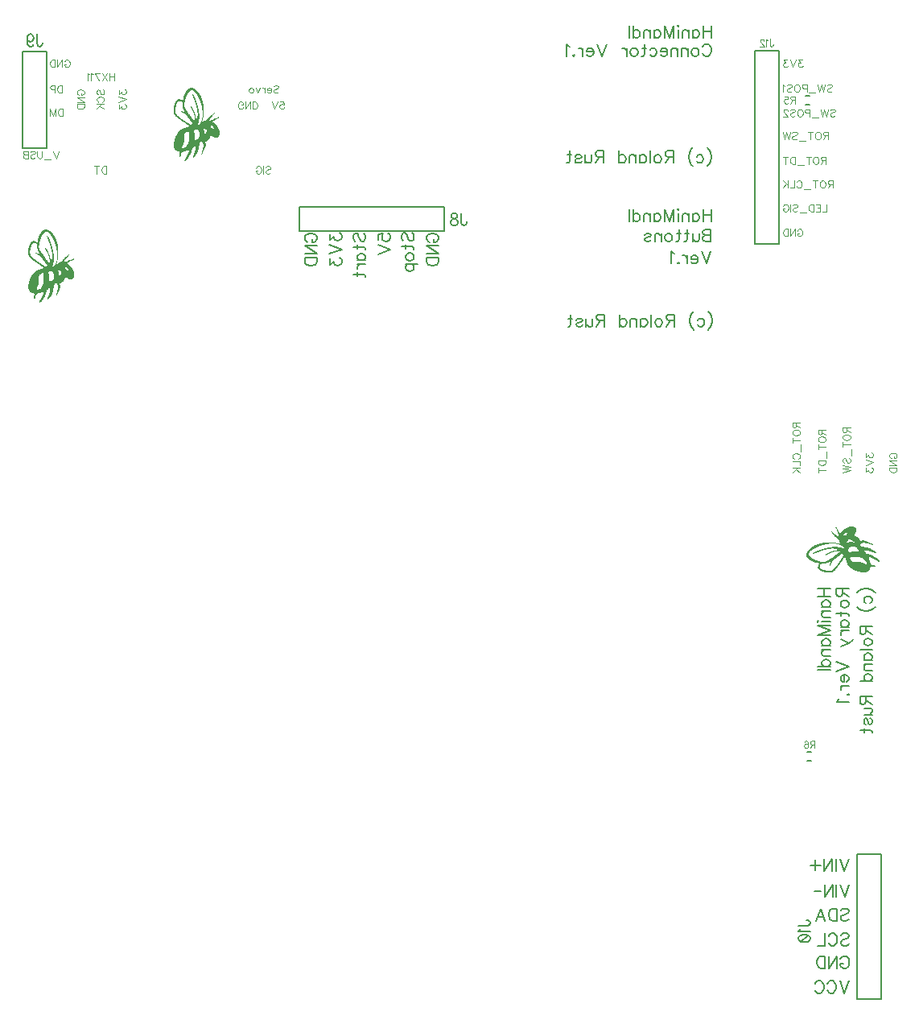
<source format=gbr>
G04 DipTrace 4.3.0.5*
G04 BottomSilk.gbr*
%MOIN*%
G04 #@! TF.FileFunction,Legend,Bot*
G04 #@! TF.Part,Single*
%ADD10C,0.006*%
%ADD108C,0.004632*%
%ADD109C,0.00772*%
%FSLAX26Y26*%
G04*
G70*
G90*
G75*
G01*
G04 BotSilk*
%LPD*%
X2760630Y3611417D2*
D10*
Y3711417D1*
X2160630D1*
Y3611417D1*
X2760630D1*
X1012992Y3953543D2*
X1112992D1*
Y4353543D1*
X1012992D1*
Y3953543D1*
X4567718Y1032282D2*
X4467718D1*
Y432282D1*
X4567718D1*
Y1032282D1*
X4044488Y3556693D2*
X4144488D1*
Y4356693D1*
X4044488D1*
Y3556693D1*
X4255756Y4171259D2*
X4271806D1*
Y4135825D2*
X4255756D1*
X4263630Y1454723D2*
X4279680D1*
Y1419290D2*
X4263630D1*
G36*
X4439686Y2220133D2*
X4440023Y2219766D1*
X4441705Y2218116D1*
X4442210Y2217749D1*
X4443051Y2217016D1*
X4444397Y2215916D1*
X4444902Y2215549D1*
X4445575Y2214999D1*
X4445911Y2214816D1*
X4446584Y2214266D1*
X4446920Y2214083D1*
X4447425Y2213716D1*
X4447762Y2213533D1*
X4448771Y2212800D1*
X4449107Y2212616D1*
X4449612Y2212250D1*
X4451295Y2211333D1*
X4451799Y2210966D1*
X4455837Y2208766D1*
X4456342Y2208583D1*
X4456678Y2208400D1*
X4457183Y2208216D1*
X4458192Y2207667D1*
X4458697Y2207483D1*
X4459033Y2207300D1*
X4459538Y2207117D1*
X4459875Y2206933D1*
X4460379Y2206750D1*
X4461052Y2206383D1*
X4461725Y2206200D1*
X4462062Y2206017D1*
X4462566Y2205833D1*
X4462903Y2205650D1*
X4463576Y2205467D1*
X4463912Y2205283D1*
X4464417Y2205100D1*
X4464753Y2204917D1*
X4465426Y2204733D1*
X4465763Y2204550D1*
X4466436Y2204367D1*
X4466940Y2204183D1*
X4467613Y2204000D1*
X4467950Y2203817D1*
X4468791Y2203633D1*
X4469127Y2203450D1*
X4469800Y2203267D1*
X4470305Y2203083D1*
X4470642Y2202900D1*
X4471483Y2202717D1*
X4471987Y2202533D1*
X4472660Y2202350D1*
X4473165Y2202167D1*
X4473838Y2201983D1*
X4474343Y2201800D1*
X4475352Y2201617D1*
X4475857Y2201433D1*
X4476698Y2201250D1*
X4477203Y2201067D1*
X4478044Y2200884D1*
X4478549Y2200700D1*
X4479558Y2200517D1*
X4480063Y2200334D1*
X4481240Y2200150D1*
X4481745Y2199967D1*
X4482923Y2199784D1*
X4483596Y2199600D1*
X4484437Y2199417D1*
X4485615Y2199234D1*
X4486456Y2199050D1*
X4487970Y2198867D1*
X4488979Y2198684D1*
X4490998Y2198500D1*
X4492512Y2198317D1*
X4501933D1*
X4502943Y2198500D1*
X4504625Y2198684D1*
X4505130Y2198867D1*
X4506308Y2199050D1*
X4506812Y2199234D1*
X4507822Y2199417D1*
X4508326Y2199600D1*
X4508663Y2199784D1*
X4509336Y2199967D1*
X4510345Y2200334D1*
X4510682Y2200517D1*
X4511186Y2200700D1*
X4511523Y2200884D1*
X4512028Y2201067D1*
X4513710Y2201983D1*
X4514215Y2202350D1*
X4514551Y2202533D1*
X4515560Y2203267D1*
X4517243Y2204733D1*
X4518420Y2206017D1*
X4519262Y2207117D1*
X4519766Y2207850D1*
X4520439Y2208950D1*
X4521112Y2210233D1*
X4521449Y2210966D1*
X4522122Y2212800D1*
X4522626Y2214266D1*
X4522963Y2215549D1*
X4523299Y2217199D1*
X4523636Y2219033D1*
X4523804Y2219766D1*
X4524309Y2220866D1*
X4524645Y2221232D1*
X4524813Y2221599D1*
X4525318Y2222149D1*
X4525486D1*
X4525991Y2222516D1*
X4526664Y2222699D1*
X4527000Y2222882D1*
X4527169Y2223066D1*
X4529692D1*
X4529860Y2222882D1*
X4530702Y2222699D1*
X4531879Y2222516D1*
X4532552Y2222332D1*
X4533730Y2222149D1*
X4534403Y2221966D1*
X4535580Y2221782D1*
X4536253Y2221599D1*
X4538945Y2221416D1*
X4539282D1*
X4541637Y2221599D1*
X4542310Y2221782D1*
X4543151Y2221966D1*
X4543488Y2222149D1*
X4543992Y2222332D1*
X4545002Y2222882D1*
X4545843Y2223616D1*
X4546011Y2223799D1*
X4546179Y2224166D1*
Y2224716D1*
X4546011Y2225082D1*
X4545675Y2225449D1*
X4545170Y2225816D1*
X4544497Y2226182D1*
X4543824Y2226366D1*
X4543488Y2226549D1*
X4542815Y2226732D1*
X4542310Y2226916D1*
X4541469Y2227099D1*
X4540964Y2227282D1*
X4539786Y2227465D1*
X4539282Y2227649D1*
X4537936Y2227832D1*
X4537095Y2228015D1*
X4535412Y2228199D1*
X4534571Y2228382D1*
X4533393Y2228565D1*
X4532720Y2228932D1*
X4532048Y2229115D1*
X4531038Y2229665D1*
X4530533Y2229849D1*
X4529860Y2230215D1*
X4529188Y2230765D1*
X4528683Y2231132D1*
X4528515D1*
X4526496Y2233332D1*
X4526328Y2233699D1*
X4525318Y2235348D1*
X4524982Y2236082D1*
X4524645Y2236998D1*
X4524140Y2238098D1*
X4523972Y2238832D1*
X4523636Y2239748D1*
X4522963Y2242315D1*
X4522626Y2243781D1*
X4522458Y2244148D1*
X4522290Y2244698D1*
X4522122Y2245615D1*
X4520439Y2252948D1*
X4520103Y2254231D1*
X4519598Y2256064D1*
X4518589Y2259364D1*
X4518252Y2260280D1*
X4517748Y2261930D1*
X4517647Y2262127D1*
X4517658Y2262286D1*
X4517748Y2262480D1*
X4519093D1*
X4519262Y2262297D1*
X4520608Y2262114D1*
X4521280Y2261930D1*
X4522290Y2261747D1*
X4522626Y2261564D1*
X4523636Y2261380D1*
X4523972Y2261197D1*
X4524645Y2261014D1*
X4525655Y2260647D1*
X4525991Y2260464D1*
X4527000Y2260097D1*
X4527337Y2259914D1*
X4528178Y2259547D1*
X4529188Y2259181D1*
X4529860Y2258814D1*
X4530365Y2258631D1*
X4531038Y2258264D1*
X4531543Y2258081D1*
X4532216Y2257714D1*
X4532720Y2257531D1*
X4533393Y2257164D1*
X4533898Y2256797D1*
X4534571Y2256431D1*
X4535076Y2256247D1*
X4537431Y2254964D1*
X4537936Y2254597D1*
X4538609Y2254231D1*
X4539113Y2254047D1*
X4539786Y2253681D1*
X4540291Y2253314D1*
X4541973Y2252398D1*
X4542478Y2252031D1*
X4543488Y2251481D1*
X4543992Y2251114D1*
X4546011Y2250014D1*
X4546516Y2249648D1*
X4547525Y2249098D1*
X4548030Y2248731D1*
X4555769Y2244515D1*
X4556273Y2244331D1*
X4556610Y2244148D1*
X4557115Y2243965D1*
X4557451Y2243781D1*
X4558965Y2243231D1*
X4559806Y2243048D1*
X4560479Y2242865D1*
X4561152D1*
X4561825Y2243048D1*
X4562162Y2243231D1*
X4562666Y2243781D1*
X4562835Y2244331D1*
Y2245248D1*
X4562666Y2245981D1*
X4561993Y2247448D1*
X4561489Y2247998D1*
X4561321Y2248364D1*
X4560648Y2249281D1*
X4559133Y2250931D1*
X4558124Y2251848D1*
X4556946Y2252948D1*
X4554928Y2254597D1*
X4554423Y2254964D1*
X4553582Y2255697D1*
X4553245Y2255881D1*
X4552572Y2256431D1*
X4551563Y2257164D1*
X4551226Y2257347D1*
X4550553Y2257897D1*
X4550217Y2258081D1*
X4549712Y2258447D1*
X4549376Y2258631D1*
X4548703Y2259181D1*
X4548366Y2259364D1*
X4547862Y2259730D1*
X4547525Y2259914D1*
X4547021Y2260280D1*
X4546348Y2260647D1*
X4545843Y2261014D1*
X4544161Y2261930D1*
X4543656Y2262297D1*
X4542983Y2262664D1*
X4542478Y2263030D1*
X4536758Y2266147D1*
X4536253Y2266330D1*
X4534571Y2267247D1*
X4533730Y2267613D1*
X4533225Y2267797D1*
X4532889Y2267980D1*
X4532384Y2268163D1*
X4532048Y2268347D1*
X4531543Y2268530D1*
X4530870Y2268897D1*
X4530365Y2269080D1*
X4530029Y2269263D1*
X4529524Y2269447D1*
X4529188Y2269630D1*
X4528683Y2269813D1*
X4528346Y2269997D1*
X4527673Y2270180D1*
X4527337Y2270363D1*
X4524309Y2271463D1*
X4523636Y2271647D1*
X4523299Y2271830D1*
X4522458Y2272013D1*
X4522122Y2272197D1*
X4521280Y2272380D1*
X4520271Y2272746D1*
X4519430Y2272930D1*
X4518757Y2273113D1*
X4517916Y2273296D1*
X4517243Y2273480D1*
X4516233Y2273663D1*
X4515392Y2273846D1*
X4513710Y2274030D1*
X4513205Y2274213D1*
X4512532Y2274396D1*
X4512196Y2274580D1*
X4511523Y2274763D1*
X4510513Y2275313D1*
X4510009Y2275680D1*
X4509336Y2276230D1*
X4509168D1*
X4505803Y2279896D1*
X4505635Y2280263D1*
X4505130Y2280996D1*
X4504120Y2282279D1*
X4503616Y2283013D1*
X4502943Y2283929D1*
X4499410Y2287779D1*
X4498905Y2288146D1*
X4498738Y2288238D1*
X4498583Y2288337D1*
X4498463Y2288468D1*
X4498471Y2288561D1*
X4498569Y2288696D1*
X4501429D1*
X4501597Y2288879D1*
X4507822D1*
X4507990Y2288696D1*
X4511186Y2288512D1*
X4512028Y2288329D1*
X4513878Y2288146D1*
X4514719Y2287962D1*
X4516065Y2287779D1*
X4516738Y2287596D1*
X4517916Y2287412D1*
X4518420Y2287229D1*
X4519093Y2287046D1*
X4520103Y2286862D1*
X4520608Y2286679D1*
X4521449Y2286496D1*
X4521953Y2286312D1*
X4522795Y2286129D1*
X4523299Y2285946D1*
X4523972Y2285762D1*
X4524477Y2285579D1*
X4525150Y2285396D1*
X4525486Y2285213D1*
X4526328Y2285029D1*
X4526664Y2284846D1*
X4527337Y2284663D1*
X4527673Y2284479D1*
X4528346Y2284296D1*
X4528683Y2284113D1*
X4529692Y2283746D1*
X4530029Y2283563D1*
X4530702Y2283379D1*
X4531038Y2283196D1*
X4531543Y2283013D1*
X4531879Y2282829D1*
X4532384Y2282646D1*
X4532720Y2282463D1*
X4533730Y2282096D1*
X4534403Y2281729D1*
X4535076Y2281546D1*
X4535412Y2281363D1*
X4535917Y2281179D1*
X4536926Y2280629D1*
X4537431Y2280446D1*
X4538104Y2280079D1*
X4538609Y2279896D1*
X4538945Y2279713D1*
X4539450Y2279529D1*
X4539786Y2279346D1*
X4540291Y2279163D1*
X4540628Y2278980D1*
X4542142Y2278430D1*
X4542478Y2278246D1*
X4542983Y2278063D1*
X4543319Y2277880D1*
X4544161Y2277696D1*
X4544497Y2277513D1*
X4545506Y2277330D1*
X4547357D1*
X4548030Y2277696D1*
X4548535Y2278246D1*
X4548703Y2278980D1*
Y2279163D1*
X4548535Y2280079D1*
X4548366Y2280446D1*
X4547862Y2281179D1*
X4547525Y2281729D1*
X4545506Y2283929D1*
X4543824Y2285396D1*
X4543319Y2285762D1*
X4542478Y2286496D1*
X4541973Y2286862D1*
X4541301Y2287412D1*
X4540964Y2287596D1*
X4540291Y2288146D1*
X4539955Y2288329D1*
X4539450Y2288696D1*
X4539113Y2288879D1*
X4538104Y2289612D1*
X4537768Y2289796D1*
X4537263Y2290162D1*
X4536590Y2290529D1*
X4536085Y2290896D1*
X4535412Y2291262D1*
X4534908Y2291629D1*
X4532552Y2292912D1*
X4532048Y2293279D1*
X4530365Y2294195D1*
X4529860Y2294379D1*
X4527169Y2295845D1*
X4526664Y2296029D1*
X4525318Y2296762D1*
X4524645Y2296945D1*
X4524309Y2297129D1*
X4523804Y2297312D1*
X4523468Y2297495D1*
X4522963Y2297679D1*
X4522626Y2297862D1*
X4522122Y2298045D1*
X4521785Y2298229D1*
X4520271Y2298778D1*
X4519935Y2298962D1*
X4519262Y2299145D1*
X4518925Y2299328D1*
X4517411Y2299878D1*
X4516738Y2300062D1*
X4516402Y2300245D1*
X4515560Y2300428D1*
X4515056Y2300612D1*
X4514383Y2300795D1*
X4513878Y2300978D1*
X4512869Y2301162D1*
X4512364Y2301345D1*
X4511186Y2301528D1*
X4510513Y2301712D1*
X4509168Y2301895D1*
X4507990Y2302078D1*
X4504457Y2302262D1*
X4503616Y2302445D1*
X4502102Y2302628D1*
X4501429Y2302812D1*
X4500588Y2302995D1*
X4499410Y2303178D1*
X4498905Y2303362D1*
X4497728Y2303545D1*
X4497223Y2303728D1*
X4496213Y2303912D1*
X4495540Y2304095D1*
X4494699Y2304278D1*
X4494195Y2304462D1*
X4493353Y2304645D1*
X4492849Y2304828D1*
X4492008Y2305012D1*
X4491671Y2305195D1*
X4490998Y2305378D1*
X4490493Y2305561D1*
X4489820Y2305745D1*
X4489484Y2305928D1*
X4488811Y2306111D1*
X4488138Y2306478D1*
X4487633Y2306661D1*
X4487297Y2306845D1*
X4486792Y2307028D1*
X4485446Y2307761D1*
X4484942Y2308128D1*
X4484605Y2308311D1*
X4484437D1*
X4482923Y2309961D1*
X4482586Y2310695D1*
X4482418Y2311245D1*
Y2311794D1*
X4482755Y2312894D1*
X4482923Y2313628D1*
X4483596Y2315094D1*
X4483764Y2315278D1*
X4484100Y2315828D1*
X4484269Y2316194D1*
X4485278Y2317294D1*
X4485446D1*
X4486287Y2318028D1*
X4486624Y2318211D1*
X4487129Y2318577D1*
X4488138Y2319127D1*
X4489147Y2319494D1*
X4489820Y2319677D1*
X4490325Y2319861D1*
X4491335Y2320044D1*
X4492008Y2320227D1*
X4493858Y2320411D1*
X4496213Y2320594D1*
X4496382Y2320777D1*
X4496886D1*
X4497055Y2320594D1*
X4500083Y2320411D1*
X4502606Y2320227D1*
X4503616Y2320044D1*
X4505298Y2319861D1*
X4505971Y2319677D1*
X4507485Y2319494D1*
X4508158Y2319311D1*
X4509504Y2319127D1*
X4510009Y2318944D1*
X4511186Y2318761D1*
X4511691Y2318577D1*
X4512700Y2318394D1*
X4513373Y2318211D1*
X4514383Y2318028D1*
X4515392Y2317661D1*
X4516402Y2317478D1*
X4516906Y2317294D1*
X4517748Y2317111D1*
X4518252Y2316928D1*
X4519093Y2316744D1*
X4519598Y2316561D1*
X4520439Y2316378D1*
X4520944Y2316194D1*
X4521953Y2316011D1*
X4522290Y2315828D1*
X4523299Y2315644D1*
X4523804Y2315461D1*
X4524477Y2315278D1*
X4524982Y2315094D1*
X4525823Y2314911D1*
X4526328Y2314728D1*
X4527169Y2314544D1*
X4528178Y2314178D1*
X4529019Y2313994D1*
X4529524Y2313811D1*
X4530365Y2313628D1*
X4530870Y2313444D1*
X4531879Y2313261D1*
X4532384Y2313078D1*
X4533562Y2312894D1*
X4534403Y2312711D1*
X4535076D1*
X4535412Y2313444D1*
X4535749Y2314544D1*
Y2314728D1*
X4535244Y2314911D1*
X4534571Y2315278D1*
X4533562Y2315644D1*
X4532889Y2316011D1*
X4531879Y2316378D1*
X4531543Y2316561D1*
X4531038Y2316744D1*
X4530702Y2316928D1*
X4530197Y2317111D1*
X4529860Y2317294D1*
X4529356Y2317478D1*
X4529019Y2317661D1*
X4528515Y2317844D1*
X4528178Y2318028D1*
X4527673Y2318211D1*
X4527337Y2318394D1*
X4526832Y2318577D1*
X4526496Y2318761D1*
X4525991Y2318944D1*
X4525655Y2319127D1*
X4525150Y2319311D1*
X4524813Y2319494D1*
X4524309Y2319677D1*
X4523636Y2320044D1*
X4523131Y2320227D1*
X4522795Y2320411D1*
X4522290Y2320594D1*
X4521953Y2320777D1*
X4521449Y2320961D1*
X4521112Y2321144D1*
X4520271Y2321511D1*
X4519262Y2321877D1*
X4518589Y2322244D1*
X4517916Y2322427D1*
X4517579Y2322611D1*
X4517075Y2322794D1*
X4516402Y2323161D1*
X4515897Y2323344D1*
X4515560Y2323527D1*
X4515056Y2323711D1*
X4514719Y2323894D1*
X4514215Y2324077D1*
X4513878Y2324261D1*
X4513373Y2324444D1*
X4513037Y2324627D1*
X4512532Y2324810D1*
X4512196Y2324994D1*
X4511355Y2325360D1*
X4510345Y2325727D1*
X4509672Y2326094D1*
X4509168Y2326277D1*
X4508326Y2326827D1*
X4507317Y2327377D1*
X4506812Y2327744D1*
X4506139Y2328110D1*
X4505298Y2328477D1*
X4504793Y2328660D1*
X4504457Y2328844D1*
X4503952Y2329027D1*
X4503616Y2329210D1*
X4502943Y2329394D1*
X4502606Y2329577D1*
X4501765Y2329760D1*
X4501429Y2329944D1*
X4500924Y2330127D1*
X4499746Y2330310D1*
X4498905Y2330494D1*
X4496550Y2330677D1*
X4494531D1*
X4492008Y2330494D1*
X4491335Y2330310D1*
X4490157Y2330127D1*
X4489652Y2329944D1*
X4488979Y2329760D1*
X4488138Y2329577D1*
X4486624Y2329027D1*
X4485783Y2328844D1*
X4485615Y2328660D1*
X4484100D1*
X4483932Y2328844D1*
X4483427Y2329027D1*
X4483259D1*
X4482250Y2330127D1*
X4479558Y2335993D1*
X4479222Y2336543D1*
X4478717Y2337460D1*
X4478212Y2338193D1*
X4477876Y2338743D1*
X4477035Y2339843D1*
X4475016Y2342043D1*
X4473838Y2343143D1*
X4472492Y2344243D1*
X4472156Y2344426D1*
X4470642Y2345526D1*
X4469969Y2345893D1*
X4469464Y2346259D1*
X4467109Y2347543D1*
X4466604Y2347726D1*
X4465595Y2348276D1*
X4464922Y2348459D1*
X4464585Y2348643D1*
X4464080Y2348826D1*
X4463744Y2349009D1*
X4463239Y2349193D1*
X4462903Y2349376D1*
X4462230Y2349559D1*
X4461893Y2349743D1*
X4461220Y2349926D1*
X4459875Y2350659D1*
X4459706D1*
X4459033Y2351392D1*
X4458865Y2351759D1*
X4458697Y2351942D1*
X4458529Y2352798D1*
Y2353653D1*
X4458697Y2354509D1*
X4458865Y2354876D1*
X4459202Y2355792D1*
X4460379Y2358359D1*
X4460547Y2358542D1*
X4461052Y2359459D1*
X4462398Y2361659D1*
X4463912Y2364408D1*
X4465090Y2366975D1*
X4465595Y2368258D1*
X4466267Y2370458D1*
X4466604Y2372841D1*
Y2375041D1*
X4466436Y2375958D1*
X4466328Y2376095D1*
X4466337Y2376190D1*
X4466436Y2376325D1*
X4465931Y2377974D1*
X4465090Y2379808D1*
X4464417Y2380908D1*
X4461389Y2384207D1*
X4461052Y2384391D1*
X4460379Y2384941D1*
X4460043Y2385124D1*
X4459538Y2385491D1*
X4457519Y2386591D1*
X4457015Y2386774D1*
X4456342Y2387141D1*
X4455669Y2387324D1*
X4455332Y2387507D1*
X4454491Y2387691D1*
X4454155Y2387874D1*
X4452809Y2388057D1*
X4452136Y2388241D1*
X4449949Y2388424D1*
X4446247D1*
X4443724Y2388241D1*
X4442715Y2388057D1*
X4441369Y2387874D1*
X4440864Y2387691D1*
X4439686Y2387507D1*
X4439182Y2387324D1*
X4438172Y2387141D1*
X4437163Y2386774D1*
X4436490Y2386591D1*
X4436153Y2386407D1*
X4435312Y2386224D1*
X4434976Y2386041D1*
X4434134Y2385857D1*
X4433798Y2385674D1*
X4433125Y2385491D1*
X4432789Y2385307D1*
X4432284Y2385124D1*
X4431947Y2384941D1*
X4431274Y2384757D1*
X4430938Y2384574D1*
X4430433Y2384391D1*
X4430097Y2384207D1*
X4429592Y2384024D1*
X4428919Y2383657D1*
X4428414Y2383474D1*
X4426732Y2382558D1*
X4426227Y2382374D1*
X4422863Y2380541D1*
X4422358Y2380174D1*
X4421349Y2379624D1*
X4420844Y2379258D1*
X4420507Y2379074D1*
X4420003Y2378708D1*
X4418993Y2378158D1*
X4417984Y2377424D1*
X4417647Y2377241D1*
X4416974Y2376691D1*
X4416638Y2376508D1*
X4415965Y2375958D1*
X4415629Y2375775D1*
X4414787Y2375041D1*
X4414451Y2374858D1*
X4413610Y2374125D1*
X4413105Y2373758D1*
X4412096Y2372841D1*
X4411423Y2372291D1*
X4410245Y2371191D1*
X4409404Y2370458D1*
X4405366Y2366058D1*
X4404525Y2364958D1*
X4403852Y2364042D1*
X4403516Y2363492D1*
X4403011Y2362759D1*
X4402338Y2361659D1*
X4401329Y2359825D1*
X4401160Y2359459D1*
X4400824Y2359092D1*
X4399814D1*
X4399478Y2359459D1*
X4398805Y2360009D1*
X4398637D1*
X4398132Y2360559D1*
X4397964Y2360925D1*
X4397291Y2361842D1*
X4396282Y2363309D1*
X4395440Y2364592D1*
X4394094Y2366792D1*
X4393758Y2367525D1*
X4393422Y2368075D1*
X4393085Y2368808D1*
X4392749Y2369358D1*
X4392076Y2370641D1*
X4391571Y2371558D1*
X4391234Y2372291D1*
X4389552Y2375591D1*
X4389216Y2376325D1*
X4388206Y2378341D1*
X4387365Y2379991D1*
X4386692Y2381458D1*
X4386019Y2382741D1*
X4385683Y2383291D1*
X4385010Y2384574D1*
X4384673Y2385124D1*
X4383664Y2386224D1*
X4383159Y2386591D1*
X4382486Y2386957D1*
X4381645D1*
X4381309Y2386774D1*
X4380972Y2386407D1*
X4380804Y2386041D1*
X4380467Y2385124D1*
X4380299Y2384391D1*
Y2384024D1*
X4380636Y2383107D1*
X4381477Y2381091D1*
X4384841Y2373758D1*
X4385010Y2373208D1*
X4386356Y2370275D1*
X4386524Y2370091D1*
X4387701Y2367525D1*
X4387870Y2366975D1*
X4390225Y2361842D1*
X4390393Y2361292D1*
X4391571Y2358725D1*
X4391739Y2358175D1*
X4392749Y2355976D1*
X4392917Y2355426D1*
X4393253Y2354692D1*
X4393590Y2353776D1*
X4394094Y2352676D1*
X4394263Y2352126D1*
X4395272Y2349376D1*
X4395777Y2347726D1*
X4395945Y2347359D1*
X4396128Y2347165D1*
X4396100Y2347070D1*
X4395945Y2346993D1*
Y2346626D1*
X4396128Y2346432D1*
X4396100Y2346337D1*
X4395945Y2346259D1*
X4395609Y2346076D1*
X4395440Y2345893D1*
X4393085D1*
X4392917Y2346076D1*
X4391907Y2346443D1*
X4391571Y2346626D1*
X4391066Y2346809D1*
X4388711Y2348093D1*
X4388206Y2348459D1*
X4387870Y2348643D1*
X4386356Y2349743D1*
X4386019Y2349926D1*
X4384505Y2351026D1*
X4384169Y2351392D1*
X4383832Y2351576D1*
X4383327Y2351942D1*
X4382654Y2352492D1*
X4382150Y2352859D1*
X4381140Y2353776D1*
X4380636Y2354142D1*
X4379794Y2354876D1*
X4379290Y2355242D1*
X4378280Y2356159D1*
X4377607Y2356709D1*
X4376598Y2357625D1*
X4375925Y2358175D1*
X4374747Y2359275D1*
X4374074Y2359825D1*
X4372729Y2361109D1*
X4371383Y2362209D1*
X4370710Y2362942D1*
X4369364Y2364042D1*
X4369245Y2364077D1*
X4369027Y2364225D1*
X4368859Y2364592D1*
X4367513Y2365692D1*
X4366504Y2366608D1*
X4365999Y2366975D1*
X4365158Y2367708D1*
X4364149Y2368258D1*
X4363812D1*
X4363644Y2368075D1*
Y2366792D1*
X4363812Y2366242D1*
X4364317Y2365142D1*
X4364990Y2364042D1*
X4365494Y2363309D1*
X4365831Y2362759D1*
X4366504Y2361842D1*
X4367009Y2361109D1*
X4368186Y2359642D1*
X4368859Y2358725D1*
X4373233Y2353592D1*
X4377607Y2348826D1*
X4380131Y2346259D1*
X4382991Y2343326D1*
X4384169Y2342226D1*
X4385851Y2340576D1*
X4386692Y2339843D1*
X4388038Y2338560D1*
X4388711Y2338010D1*
X4389720Y2337093D1*
X4390730Y2336360D1*
X4391066Y2335993D1*
X4392076Y2335260D1*
X4393085Y2334710D1*
X4393253D1*
X4393758Y2334160D1*
X4394263Y2333060D1*
X4394599Y2332143D1*
X4394767Y2331593D1*
X4394936Y2330677D1*
X4395609Y2327744D1*
X4396450Y2324994D1*
X4397123Y2323161D1*
X4397459Y2322427D1*
X4398469Y2320594D1*
X4399142Y2319677D1*
X4399478Y2319127D1*
X4402170Y2316194D1*
X4403516Y2315094D1*
X4403852Y2314911D1*
X4404051Y2314864D1*
X4404204Y2314717D1*
X4404176Y2314622D1*
X4404020Y2314544D1*
X4403684D1*
X4403516Y2314728D1*
X4403011Y2314911D1*
X4402338Y2315094D1*
X4402002Y2315278D1*
X4400992Y2315461D1*
X4400487Y2315644D1*
X4399814Y2315828D1*
X4399310Y2316011D1*
X4398469Y2316194D1*
X4397459Y2316561D1*
X4396618Y2316744D1*
X4395945Y2316928D1*
X4395104Y2317111D1*
X4394599Y2317294D1*
X4393590Y2317478D1*
X4392917Y2317661D1*
X4391907Y2317844D1*
X4391403Y2318028D1*
X4390225Y2318211D1*
X4389720Y2318394D1*
X4388543Y2318577D1*
X4387870Y2318761D1*
X4386860Y2318944D1*
X4386019Y2319127D1*
X4384673Y2319311D1*
X4384000Y2319494D1*
X4383159Y2319677D1*
X4382150D1*
X4381981Y2319861D1*
X4381140Y2320044D1*
X4379626Y2320227D1*
X4378785Y2320411D1*
X4377103Y2320594D1*
X4376093Y2320777D1*
X4374243Y2320961D1*
X4373065Y2321144D1*
X4371046Y2321327D1*
X4369700Y2321511D1*
X4367009Y2321694D1*
X4365326Y2321877D1*
X4361289Y2322061D1*
X4358429Y2322244D1*
X4346989D1*
X4343960Y2322061D1*
X4340259Y2321877D1*
X4338577Y2321694D1*
X4336053Y2321511D1*
X4334876Y2321327D1*
X4332688Y2321144D1*
X4331679Y2320961D1*
X4329997Y2320777D1*
X4328987Y2320594D1*
X4327473Y2320411D1*
X4326632Y2320227D1*
X4325286Y2320044D1*
X4324613Y2319861D1*
X4323436Y2319677D1*
X4322594Y2319494D1*
X4321921Y2319311D1*
X4320744Y2319127D1*
X4320239Y2318944D1*
X4319230Y2318761D1*
X4318557Y2318577D1*
X4317547Y2318394D1*
X4317043Y2318211D1*
X4316033Y2318028D1*
X4315528Y2317844D1*
X4314687Y2317661D1*
X4314183Y2317478D1*
X4313173Y2317294D1*
X4312668Y2317111D1*
X4311827Y2316928D1*
X4311323Y2316744D1*
X4310650Y2316561D1*
X4310145Y2316378D1*
X4309808Y2316194D1*
X4308967Y2316011D1*
X4308463Y2315828D1*
X4307790Y2315644D1*
X4307453Y2315461D1*
X4306780Y2315278D1*
X4304257Y2314361D1*
X4303584Y2314178D1*
X4303247Y2313994D1*
X4302574Y2313811D1*
X4302238Y2313628D1*
X4301565Y2313444D1*
X4300892Y2313078D1*
X4300387Y2312894D1*
X4300051Y2312711D1*
X4299546Y2312528D1*
X4299210Y2312344D1*
X4298537Y2312161D1*
X4297864Y2311794D1*
X4297359Y2311611D1*
X4296686Y2311245D1*
X4296181Y2311061D1*
X4295508Y2310695D1*
X4295004Y2310511D1*
X4294331Y2310145D1*
X4293826Y2309961D1*
X4293153Y2309595D1*
X4292648Y2309228D1*
X4292144Y2309045D1*
X4287433Y2306478D1*
X4286928Y2306111D1*
X4286592Y2305928D1*
X4286087Y2305561D1*
X4285414Y2305195D1*
X4284910Y2304828D1*
X4284573Y2304645D1*
X4284068Y2304278D1*
X4283732Y2304095D1*
X4283227Y2303728D1*
X4282891Y2303545D1*
X4282218Y2302995D1*
X4281881Y2302812D1*
X4279863Y2301345D1*
X4279190Y2300795D1*
X4278685Y2300428D1*
X4278012Y2299878D1*
X4277507Y2299512D1*
X4276834Y2298962D1*
X4275993Y2298045D1*
X4275825D1*
X4275152Y2297495D1*
X4274143Y2296395D1*
X4273974D1*
X4272965Y2295479D1*
X4267918Y2289979D1*
X4266572Y2288146D1*
X4266235Y2287779D1*
X4265731Y2287046D1*
X4265394Y2286496D1*
X4264721Y2285579D1*
X4264048Y2284479D1*
X4262534Y2281729D1*
X4261525Y2279529D1*
X4260852Y2277696D1*
X4260179Y2275313D1*
X4259843Y2273296D1*
Y2267980D1*
X4260179Y2266330D1*
X4260515Y2265047D1*
X4260852Y2263947D1*
X4261861Y2261747D1*
X4262534Y2260647D1*
X4263039Y2259914D1*
X4263375Y2259364D1*
X4264385Y2258081D1*
X4266235Y2256064D1*
X4267750Y2254597D1*
X4269095Y2253497D1*
Y2273113D1*
X4268987Y2273250D1*
X4268997Y2273345D1*
X4269095Y2273480D1*
X4269264Y2274946D1*
X4269432Y2275680D1*
X4269768Y2276780D1*
X4269937Y2277146D1*
X4270105Y2277330D1*
X4270778Y2278796D1*
X4271114Y2279163D1*
X4271955Y2280446D1*
X4272460Y2281179D1*
X4272628Y2281546D1*
X4277339Y2286679D1*
X4277507D1*
X4278012Y2287046D1*
X4279190Y2288146D1*
X4279863Y2288696D1*
X4280704Y2289429D1*
X4281040Y2289612D1*
X4281713Y2290162D1*
X4282218Y2290529D1*
X4282891Y2291079D1*
X4284910Y2292545D1*
X4285583Y2292912D1*
X4287097Y2294012D1*
X4287433Y2294195D1*
X4287938Y2294562D1*
X4288611Y2294929D1*
X4289115Y2295295D1*
X4290461Y2296029D1*
X4290966Y2296395D1*
X4292312Y2297129D1*
X4292817Y2297495D1*
X4296518Y2299512D1*
X4297023Y2299695D1*
X4298368Y2300428D1*
X4298873Y2300612D1*
X4300556Y2301528D1*
X4301060Y2301712D1*
X4301733Y2302078D1*
X4302238Y2302262D1*
X4302574Y2302445D1*
X4303079Y2302628D1*
X4303752Y2302995D1*
X4304761Y2303362D1*
X4305434Y2303728D1*
X4306444Y2304095D1*
X4307117Y2304462D1*
X4307621Y2304645D1*
X4307958Y2304828D1*
X4308463Y2305012D1*
X4308799Y2305195D1*
X4309472Y2305378D1*
X4310313Y2305745D1*
X4310650Y2305928D1*
X4312164Y2306478D1*
X4312500Y2306661D1*
X4313173Y2306845D1*
X4313510Y2307028D1*
X4314183Y2307211D1*
X4314856Y2307578D1*
X4315528Y2307761D1*
X4317043Y2308311D1*
X4317716Y2308495D1*
X4318052Y2308678D1*
X4318725Y2308861D1*
X4320239Y2309411D1*
X4320912Y2309595D1*
X4321248Y2309778D1*
X4322090Y2309961D1*
X4322426Y2310145D1*
X4323267Y2310328D1*
X4323772Y2310511D1*
X4324445Y2310695D1*
X4324950Y2310878D1*
X4325286Y2311061D1*
X4326127Y2311245D1*
X4326632Y2311428D1*
X4327473Y2311611D1*
X4327978Y2311794D1*
X4328651Y2311978D1*
X4329156Y2312161D1*
X4329997Y2312344D1*
X4330501Y2312528D1*
X4331511Y2312711D1*
X4332016Y2312894D1*
X4333025Y2313078D1*
X4333530Y2313261D1*
X4334539Y2313444D1*
X4335044Y2313628D1*
X4336053Y2313811D1*
X4336558Y2313994D1*
X4337736Y2314178D1*
X4338240Y2314361D1*
X4338913Y2314544D1*
X4340091Y2314728D1*
X4340764Y2314911D1*
X4341941Y2315094D1*
X4342614Y2315278D1*
X4343960Y2315461D1*
X4344633Y2315644D1*
X4345979Y2315828D1*
X4346820Y2316011D1*
X4348334Y2316194D1*
X4349344Y2316378D1*
X4351026Y2316561D1*
X4352036Y2316744D1*
X4354054Y2316928D1*
X4355064Y2317111D1*
X4357756Y2317294D1*
X4359270Y2317478D1*
X4363476Y2317661D1*
X4363644Y2317844D1*
X4373233D1*
X4373401Y2317661D1*
X4376934D1*
X4377103Y2317478D1*
X4378449Y2317294D1*
X4380804Y2317111D1*
X4381645Y2316928D1*
X4383327Y2316744D1*
X4384169Y2316561D1*
X4385514Y2316378D1*
X4386187Y2316194D1*
X4387365Y2316011D1*
X4387870Y2315828D1*
X4389047Y2315644D1*
X4389552Y2315461D1*
X4390561Y2315278D1*
X4391066Y2315094D1*
X4391907Y2314911D1*
X4392412Y2314728D1*
X4393085Y2314544D1*
X4393590Y2314361D1*
X4393926Y2314178D1*
X4394599Y2313994D1*
X4396113Y2313444D1*
X4396786Y2313261D1*
X4397123Y2313078D1*
X4397964Y2312711D1*
X4398973Y2312344D1*
X4399646Y2311978D1*
X4400151Y2311794D1*
X4400487Y2311611D1*
X4400992Y2311428D1*
X4404693Y2309411D1*
X4405198Y2309045D1*
X4405534Y2308861D1*
X4406039Y2308495D1*
X4406376Y2308311D1*
X4406880Y2307945D1*
X4407217Y2307761D1*
X4407890Y2307211D1*
X4408899Y2306478D1*
X4409236Y2306111D1*
X4409572Y2305928D1*
X4410245Y2305378D1*
X4410582Y2305012D1*
X4411423Y2304278D1*
X4412769Y2302995D1*
X4413105Y2302628D1*
X4413273D1*
X4413946Y2301895D1*
X4414114Y2301528D1*
X4415292Y2300062D1*
X4415965Y2299145D1*
X4416638Y2298412D1*
X4416806Y2298045D1*
X4417143Y2297495D1*
X4417479Y2297129D1*
X4417662Y2296934D1*
X4417635Y2296839D1*
X4417479Y2296762D1*
X4416974D1*
X4416806Y2296945D1*
X4416133Y2297129D1*
X4414787Y2297312D1*
X4414114Y2297495D1*
X4413105Y2297679D1*
X4412600Y2297862D1*
X4411591Y2298045D1*
X4411086Y2298229D1*
X4410245Y2298412D1*
X4409740Y2298595D1*
X4408899Y2298778D1*
X4408394Y2298962D1*
X4407385Y2299145D1*
X4406376Y2299512D1*
X4405703Y2299695D1*
X4405198Y2299878D1*
X4404525Y2300062D1*
X4404020Y2300245D1*
X4403179Y2300428D1*
X4402674Y2300612D1*
X4401833Y2300795D1*
X4401497Y2300978D1*
X4400656Y2301162D1*
X4400151Y2301345D1*
X4399142Y2301528D1*
X4398637Y2301712D1*
X4397796Y2301895D1*
X4397291Y2302078D1*
X4396282Y2302262D1*
X4395609Y2302445D1*
X4394599Y2302628D1*
X4394094Y2302812D1*
X4393253Y2302995D1*
X4390898Y2303362D1*
X4389552Y2303545D1*
X4388711Y2303728D1*
X4387029Y2303912D1*
X4386187Y2304095D1*
X4383832Y2304278D1*
X4381645Y2304462D1*
X4376934D1*
X4374243Y2304278D1*
X4371214Y2304095D1*
X4369869Y2303912D1*
X4367681Y2303728D1*
X4366672Y2303545D1*
X4364821Y2303362D1*
X4363980Y2303178D1*
X4362466Y2302995D1*
X4360784Y2302628D1*
X4359438Y2302445D1*
X4358597Y2302262D1*
X4357251Y2302078D1*
X4356410Y2301895D1*
X4355232Y2301712D1*
X4354559Y2301528D1*
X4353381Y2301345D1*
X4352540Y2301162D1*
X4351531Y2300978D1*
X4350858Y2300795D1*
X4349680Y2300612D1*
X4349007Y2300428D1*
X4347998Y2300245D1*
X4347325Y2300062D1*
X4346316Y2299878D1*
X4345643Y2299695D1*
X4344801Y2299512D1*
X4343456Y2299145D1*
X4342446Y2298962D1*
X4341941Y2298778D1*
X4340932Y2298595D1*
X4340427Y2298412D1*
X4339418Y2298229D1*
X4338745Y2298045D1*
X4337736Y2297862D1*
X4337231Y2297679D1*
X4336390Y2297495D1*
X4335885Y2297312D1*
X4335044Y2297129D1*
X4334539Y2296945D1*
X4333530Y2296762D1*
X4333025Y2296579D1*
X4332184Y2296395D1*
X4331679Y2296212D1*
X4331006Y2296029D1*
X4330165Y2295845D1*
X4329660Y2295662D1*
X4328819Y2295479D1*
X4328483Y2295295D1*
X4327641Y2295112D1*
X4327137Y2294929D1*
X4326464Y2294745D1*
X4325959Y2294562D1*
X4324950Y2294379D1*
X4324445Y2294195D1*
X4323772Y2294012D1*
X4323436Y2293829D1*
X4322594Y2293645D1*
X4322090Y2293462D1*
X4321417Y2293279D1*
X4320912Y2293095D1*
X4320071Y2292912D1*
X4319734Y2292729D1*
X4319230Y2292545D1*
X4318557Y2292362D1*
X4318052Y2292179D1*
X4317379Y2291996D1*
X4317043Y2291812D1*
X4316201Y2291629D1*
X4315865Y2291446D1*
X4315024Y2291262D1*
X4314687Y2291079D1*
X4314014Y2290896D1*
X4313678Y2290712D1*
X4312837Y2290529D1*
X4312500Y2290346D1*
X4311827Y2290162D1*
X4311491Y2289979D1*
X4310818Y2289796D1*
X4310481Y2289612D1*
X4309808Y2289429D1*
X4309136Y2289062D1*
X4308463Y2288879D1*
X4308126Y2288696D1*
X4307453Y2288512D1*
X4306444Y2288146D1*
X4306107Y2287962D1*
X4305434Y2287779D1*
X4304593Y2287412D1*
X4304257Y2287229D1*
X4302743Y2286679D1*
X4302406Y2286496D1*
X4301901Y2286312D1*
X4301228Y2285946D1*
X4300724Y2285762D1*
X4300387Y2285579D1*
X4299883Y2285396D1*
X4299546Y2285213D1*
X4299041Y2285029D1*
X4298705Y2284846D1*
X4298200Y2284663D1*
X4297191Y2284113D1*
X4296686Y2283929D1*
X4296350Y2283746D1*
X4295845Y2283563D1*
X4294499Y2282829D1*
X4293994Y2282463D1*
X4292312Y2281546D1*
X4291807Y2281179D1*
X4291134Y2280813D1*
X4290125Y2280079D1*
X4289284Y2279346D1*
X4288611Y2278796D1*
X4288274Y2278430D1*
X4287601Y2277513D1*
X4287097Y2276413D1*
Y2275130D1*
X4287265Y2274946D1*
X4287938D1*
X4288779Y2275130D1*
X4289284Y2275313D1*
X4289957Y2275496D1*
X4290293Y2275680D1*
X4291134Y2275863D1*
X4291471Y2276046D1*
X4293994Y2276963D1*
X4294331Y2277146D1*
X4295340Y2277513D1*
X4295677Y2277696D1*
X4296350Y2277880D1*
X4296686Y2278063D1*
X4297191Y2278246D1*
X4297527Y2278430D1*
X4298200Y2278613D1*
X4298537Y2278796D1*
X4300051Y2279346D1*
X4300387Y2279529D1*
X4301060Y2279713D1*
X4301397Y2279896D1*
X4302911Y2280446D1*
X4303584Y2280813D1*
X4304593Y2281179D1*
X4305266Y2281363D1*
X4305603Y2281546D1*
X4306107Y2281729D1*
X4306444Y2281913D1*
X4307117Y2282096D1*
X4307453Y2282279D1*
X4309472Y2283013D1*
X4310145Y2283196D1*
X4310986Y2283563D1*
X4311323Y2283746D1*
X4311996Y2283929D1*
X4312332Y2284113D1*
X4313846Y2284663D1*
X4314519Y2284846D1*
X4314856Y2285029D1*
X4315528Y2285213D1*
X4315865Y2285396D1*
X4316538Y2285579D1*
X4316874Y2285762D1*
X4317547Y2285946D1*
X4317884Y2286129D1*
X4318557Y2286312D1*
X4318893Y2286496D1*
X4319566Y2286679D1*
X4319903Y2286862D1*
X4320744Y2287046D1*
X4321417Y2287412D1*
X4322090Y2287596D1*
X4322594Y2287779D1*
X4323267Y2287962D1*
X4323604Y2288146D1*
X4324445Y2288329D1*
X4324781Y2288512D1*
X4325454Y2288696D1*
X4325959Y2288879D1*
X4326632Y2289062D1*
X4326968Y2289246D1*
X4327810Y2289429D1*
X4328146Y2289612D1*
X4328987Y2289796D1*
X4329492Y2289979D1*
X4330165Y2290162D1*
X4330501Y2290346D1*
X4331343Y2290529D1*
X4332352Y2290896D1*
X4333025Y2291079D1*
X4333530Y2291262D1*
X4334371Y2291446D1*
X4334876Y2291629D1*
X4335717Y2291812D1*
X4336053Y2291996D1*
X4336894Y2292179D1*
X4337399Y2292362D1*
X4338240Y2292545D1*
X4338745Y2292729D1*
X4339754Y2292912D1*
X4340259Y2293095D1*
X4341268Y2293279D1*
X4341773Y2293462D1*
X4342783Y2293645D1*
X4343287Y2293829D1*
X4344129Y2294012D1*
X4345474Y2294379D1*
X4346484Y2294562D1*
X4347325Y2294745D1*
X4348334Y2294929D1*
X4349007Y2295112D1*
X4350353Y2295295D1*
X4351194Y2295479D1*
X4352540Y2295662D1*
X4353381Y2295845D1*
X4354896Y2296029D1*
X4355905Y2296212D1*
X4358092Y2296395D1*
X4359101Y2296579D1*
X4361961Y2296762D1*
X4364317Y2296945D1*
X4364485Y2297129D1*
X4372056D1*
X4372224Y2296945D1*
X4373906Y2296762D1*
X4376430Y2296579D1*
X4377271Y2296395D1*
X4378953Y2296212D1*
X4379794Y2296029D1*
X4380804Y2295845D1*
X4381477Y2295662D1*
X4382486Y2295479D1*
X4382991Y2295295D1*
X4383832Y2295112D1*
X4384337Y2294929D1*
X4385010Y2294745D1*
X4385346Y2294562D1*
X4386019Y2294379D1*
X4386524Y2294195D1*
X4386860Y2294012D1*
X4387365Y2293829D1*
X4388374Y2293279D1*
X4388879Y2293095D1*
X4390561Y2292179D1*
X4391066Y2291812D1*
X4391739Y2291446D1*
X4392244Y2291079D1*
X4392413Y2290986D1*
X4392588Y2290880D1*
X4392763Y2290701D1*
X4392736Y2290607D1*
X4392580Y2290529D1*
X4389216D1*
X4387701Y2290346D1*
X4385514Y2290162D1*
X4384673Y2289979D1*
X4383159Y2289796D1*
X4382486Y2289612D1*
X4381140Y2289429D1*
X4379794Y2289062D1*
X4378785Y2288879D1*
X4378112Y2288696D1*
X4377271Y2288512D1*
X4376598Y2288329D1*
X4375757Y2288146D1*
X4375252Y2287962D1*
X4374243Y2287779D1*
X4373738Y2287596D1*
X4373065Y2287412D1*
X4372560Y2287229D1*
X4371551Y2287046D1*
X4371214Y2286862D1*
X4370373Y2286679D1*
X4370037Y2286496D1*
X4369196Y2286312D1*
X4368691Y2286129D1*
X4368354Y2285946D1*
X4367513Y2285762D1*
X4367177Y2285579D1*
X4366504Y2285396D1*
X4364990Y2284846D1*
X4364317Y2284663D1*
X4363980Y2284479D1*
X4363307Y2284296D1*
X4362971Y2284113D1*
X4362298Y2283929D1*
X4361289Y2283563D1*
X4360952Y2283379D1*
X4360279Y2283196D1*
X4359943Y2283013D1*
X4359438Y2282829D1*
X4359101Y2282646D1*
X4358092Y2282279D1*
X4357756Y2282096D1*
X4356241Y2281546D1*
X4355905Y2281363D1*
X4355400Y2281179D1*
X4355064Y2280996D1*
X4354559Y2280813D1*
X4354223Y2280629D1*
X4353718Y2280446D1*
X4353381Y2280263D1*
X4352877Y2280079D1*
X4352540Y2279896D1*
X4352036Y2279713D1*
X4351699Y2279529D1*
X4351194Y2279346D1*
X4349849Y2278613D1*
X4349344Y2278430D1*
X4348334Y2277880D1*
X4347830Y2277696D1*
X4346820Y2277146D1*
X4346316Y2276963D1*
X4344970Y2276230D1*
X4344465Y2275863D1*
X4342783Y2274946D1*
X4342278Y2274580D1*
X4340932Y2273846D1*
X4338913Y2272380D1*
X4338240Y2271830D1*
X4337736Y2271463D1*
X4336221Y2269813D1*
X4335885Y2269080D1*
Y2267797D1*
X4336221Y2267430D1*
X4336558Y2267247D1*
X4337063Y2267063D1*
X4337231D1*
X4338240Y2267247D1*
X4339081Y2267430D1*
X4339418Y2267613D1*
X4339923Y2267797D1*
X4340259Y2267980D1*
X4340764Y2268163D1*
X4347157Y2271647D1*
X4347661Y2272013D1*
X4350017Y2273296D1*
X4350521Y2273663D1*
X4354896Y2276046D1*
X4355400Y2276230D1*
X4357419Y2277330D1*
X4357924Y2277513D1*
X4358933Y2278063D1*
X4359438Y2278246D1*
X4359774Y2278430D1*
X4360279Y2278613D1*
X4361289Y2279163D1*
X4361793Y2279346D1*
X4362130Y2279529D1*
X4362634Y2279713D1*
X4362971Y2279896D1*
X4363980Y2280263D1*
X4364317Y2280446D1*
X4364821Y2280629D1*
X4365158Y2280813D1*
X4366672Y2281363D1*
X4367009Y2281546D1*
X4367681Y2281729D1*
X4368018Y2281913D1*
X4368691Y2282096D1*
X4369027Y2282279D1*
X4369869Y2282463D1*
X4370205Y2282646D1*
X4370878Y2282829D1*
X4371383Y2283013D1*
X4372056Y2283196D1*
X4372392Y2283379D1*
X4373401Y2283563D1*
X4373906Y2283746D1*
X4375252Y2284113D1*
X4375757Y2284296D1*
X4376598Y2284479D1*
X4377271Y2284663D1*
X4378280Y2284846D1*
X4378953Y2285029D1*
X4379963Y2285213D1*
X4380636Y2285396D1*
X4382150Y2285579D1*
X4382823Y2285762D1*
X4384841Y2285946D1*
X4385851Y2286129D1*
X4391571Y2286496D1*
X4391739Y2286679D1*
X4394431D1*
X4394599Y2286496D1*
X4397627Y2286312D1*
X4398973D1*
X4399156Y2286118D1*
X4399129Y2286023D1*
X4398973Y2285946D1*
X4395945Y2282646D1*
X4395777D1*
X4394936Y2281913D1*
X4393926Y2280813D1*
X4393758D1*
X4393253Y2280446D1*
X4392076Y2279346D1*
X4391571Y2278980D1*
X4390730Y2278246D1*
X4390225Y2277880D1*
X4389384Y2277146D1*
X4389047Y2276963D1*
X4388206Y2276230D1*
X4387701Y2275863D1*
X4387029Y2275313D1*
X4386524Y2274946D1*
X4385683Y2274213D1*
X4385346Y2274030D1*
X4384673Y2273480D1*
X4383159Y2272380D1*
X4382486Y2271830D1*
X4380972Y2270730D1*
X4380636Y2270547D1*
X4379963Y2269997D1*
X4378449Y2268897D1*
X4377776Y2268347D1*
X4377439Y2268163D1*
X4376766Y2267613D1*
X4376430Y2267430D1*
X4375925Y2267063D1*
X4375589Y2266880D1*
X4374916Y2266330D1*
X4374579Y2266147D1*
X4373906Y2265597D1*
X4372897Y2264864D1*
X4372224Y2264497D1*
X4371551Y2263947D1*
X4371214Y2263764D1*
X4368691Y2261930D1*
X4368354Y2261747D1*
X4365831Y2259914D1*
X4365494Y2259730D1*
X4364990Y2259364D1*
X4364653Y2259181D1*
X4363644Y2258447D1*
X4363307Y2258264D1*
X4361793Y2257164D1*
X4361457Y2256981D1*
X4360616Y2256431D1*
X4359943Y2255881D1*
X4359606Y2255697D1*
X4358765Y2255147D1*
X4358092Y2254597D1*
X4357756Y2254414D1*
X4357251Y2254047D1*
X4356578Y2253681D1*
X4355064Y2252581D1*
X4354727Y2252398D1*
X4353213Y2251298D1*
X4352877Y2251114D1*
X4352372Y2250748D1*
X4352036Y2250564D1*
X4350521Y2249464D1*
X4350185Y2249281D1*
X4348671Y2248181D1*
X4347998Y2247814D1*
X4346484Y2246714D1*
X4346147Y2246531D1*
X4345643Y2246165D1*
X4345306Y2245981D1*
X4344297Y2245248D1*
X4342278Y2244148D1*
X4341605Y2243965D1*
X4341268Y2243781D1*
X4340596Y2243598D1*
X4340259Y2243415D1*
X4339418Y2243231D1*
X4338913Y2243048D1*
X4337904Y2242865D1*
X4337231Y2242681D1*
X4333193Y2242131D1*
X4333025Y2241948D1*
X4326968D1*
X4326800Y2242131D1*
X4323772Y2242498D1*
X4321921Y2242681D1*
X4320744Y2242865D1*
X4319398Y2243048D1*
X4318557Y2243231D1*
X4317211Y2243415D1*
X4316538Y2243598D1*
X4315528Y2243781D1*
X4313846Y2244148D1*
X4313173Y2244331D1*
X4312164Y2244515D1*
X4311659Y2244698D1*
X4310650Y2244881D1*
X4310145Y2245065D1*
X4309304Y2245248D1*
X4308967Y2245431D1*
X4308463Y2245615D1*
X4307621Y2245798D1*
X4307117Y2245981D1*
X4306276Y2246165D1*
X4305939Y2246348D1*
X4305266Y2246531D1*
X4304761Y2246714D1*
X4304088Y2246898D1*
X4303752Y2247081D1*
X4302911Y2247264D1*
X4302574Y2247448D1*
X4301901Y2247631D1*
X4301565Y2247814D1*
X4300892Y2247998D1*
X4300556Y2248181D1*
X4299883Y2248364D1*
X4299546Y2248548D1*
X4298537Y2248914D1*
X4298200Y2249098D1*
X4296686Y2249648D1*
X4296350Y2249831D1*
X4295845Y2250014D1*
X4295508Y2250198D1*
X4295004Y2250381D1*
X4294667Y2250564D1*
X4294163Y2250748D1*
X4293826Y2250931D1*
X4293321Y2251114D1*
X4292985Y2251298D1*
X4292480Y2251481D1*
X4291807Y2251848D1*
X4291303Y2252031D1*
X4288947Y2253314D1*
X4288443Y2253497D1*
X4286760Y2254414D1*
X4286255Y2254781D1*
X4284573Y2255697D1*
X4284068Y2256064D1*
X4283059Y2256614D1*
X4282554Y2256981D1*
X4282218Y2257164D1*
X4280704Y2258264D1*
X4280031Y2258631D1*
X4279358Y2259181D1*
X4278853Y2259547D1*
X4278180Y2260097D1*
X4277844Y2260280D1*
X4276834Y2261197D1*
X4276161Y2261747D1*
X4274479Y2263397D1*
X4274311D1*
X4272965Y2264864D1*
X4272797Y2265230D1*
X4271619Y2266697D1*
X4270610Y2268347D1*
X4270441Y2268530D1*
X4269768Y2269997D1*
X4269264Y2272197D1*
X4269095Y2273113D1*
Y2253497D1*
X4269264Y2253314D1*
X4269768Y2252948D1*
X4270610Y2252214D1*
X4271114Y2251848D1*
X4271787Y2251298D1*
X4273806Y2249831D1*
X4274143Y2249648D1*
X4274815Y2249098D1*
X4275488Y2248731D1*
X4277003Y2247631D1*
X4278012Y2247081D1*
X4278517Y2246714D1*
X4281208Y2245248D1*
X4281713Y2244881D1*
X4283059Y2244148D1*
X4283564Y2243965D1*
X4283900Y2243781D1*
X4284405Y2243598D1*
X4285078Y2243231D1*
X4285583Y2243048D1*
X4286592Y2242498D1*
X4287097Y2242315D1*
X4287433Y2242131D1*
X4287938Y2241948D1*
X4288274Y2241765D1*
X4288947Y2241581D1*
X4289284Y2241398D1*
X4289957Y2241215D1*
X4290293Y2241031D1*
X4290966Y2240848D1*
X4291303Y2240665D1*
X4291975Y2240481D1*
X4292312Y2240298D1*
X4292985Y2240115D1*
X4293321Y2239932D1*
X4293826Y2239748D1*
X4295172Y2239382D1*
X4296013Y2239198D1*
X4296518Y2239015D1*
X4297359Y2238832D1*
X4297864Y2238648D1*
X4298705Y2238465D1*
X4299210Y2238282D1*
X4300219Y2238098D1*
X4300892Y2237915D1*
X4302238Y2237732D1*
X4302911Y2237548D1*
X4304088Y2237365D1*
X4304930Y2237182D1*
X4306276Y2236998D1*
X4307453Y2236815D1*
X4308463Y2236632D1*
X4310650Y2236448D1*
X4312164D1*
X4312346Y2236254D1*
X4312319Y2236159D1*
X4312164Y2236082D1*
X4311659Y2235165D1*
X4309977Y2231499D1*
X4309472Y2230215D1*
X4308463Y2227282D1*
X4308126Y2225999D1*
X4307790Y2224532D1*
X4307453Y2222149D1*
Y2218483D1*
X4307621Y2217383D1*
X4307790Y2216466D1*
X4308126Y2215183D1*
X4308967Y2213350D1*
X4309304Y2212800D1*
X4309808Y2211883D1*
X4310650Y2210783D1*
X4311323Y2210050D1*
X4312332Y2209133D1*
X4314351Y2207667D1*
X4315360Y2207117D1*
X4315528D1*
Y2219583D1*
X4315360Y2220377D1*
Y2221171D1*
X4315528Y2221966D1*
X4315865Y2225816D1*
X4316033Y2227282D1*
X4316201Y2227832D1*
X4316370Y2228749D1*
X4316706Y2229849D1*
X4316874Y2230215D1*
X4317043Y2230399D1*
X4317211Y2230949D1*
X4318725Y2232599D1*
X4318893D1*
X4319566Y2232965D1*
X4321080Y2233515D1*
X4323436Y2233882D1*
X4328483Y2234065D1*
X4329828Y2234248D1*
X4331679Y2234432D1*
X4332688Y2234615D1*
X4334539Y2234798D1*
X4335380Y2234982D1*
X4336894Y2235165D1*
X4337567Y2235348D1*
X4338577Y2235532D1*
X4339081Y2235715D1*
X4340259Y2235898D1*
X4340764Y2236082D1*
X4341437Y2236265D1*
X4341941Y2236448D1*
X4342783Y2236632D1*
X4344801Y2237365D1*
X4345474Y2237548D1*
X4345811Y2237732D1*
X4346484Y2237915D1*
X4347493Y2238282D1*
X4347830Y2238465D1*
X4348503Y2238648D1*
X4348839Y2238832D1*
X4349344Y2239015D1*
X4349680Y2239198D1*
X4351194Y2239748D1*
X4351867Y2240115D1*
X4352372Y2240298D1*
X4352709Y2240481D1*
X4353213Y2240665D1*
X4353550Y2240848D1*
X4354054Y2241031D1*
X4354391Y2241215D1*
X4354896Y2241398D1*
X4355737Y2241765D1*
X4356410Y2242131D1*
X4357419Y2242498D1*
X4358429Y2243048D1*
X4358933Y2243231D1*
X4359101Y2243415D1*
X4359270Y2242926D1*
Y2242437D1*
X4359101Y2241948D1*
X4358933Y2240665D1*
X4358765Y2239932D1*
X4358597Y2239382D1*
X4358779Y2239187D1*
X4358752Y2239092D1*
X4358597Y2239015D1*
X4357251Y2234615D1*
X4356914Y2233332D1*
X4356578Y2231499D1*
Y2228015D1*
X4356914Y2226366D1*
X4357251Y2225816D1*
X4357419Y2225999D1*
X4357924Y2226916D1*
X4358260Y2227465D1*
X4358429Y2228015D1*
X4358597Y2228382D1*
X4358765Y2228565D1*
X4360784Y2232232D1*
X4362803Y2236082D1*
X4363476Y2237548D1*
X4363644Y2237732D1*
X4364149Y2238648D1*
X4364990Y2240298D1*
X4365831Y2242131D1*
X4365999Y2242315D1*
X4366336Y2242865D1*
X4366840Y2243781D1*
X4368186Y2245981D1*
X4369027Y2247081D1*
X4369532Y2247814D1*
X4369700Y2248181D1*
X4372056Y2250748D1*
X4372224D1*
X4372729Y2251114D1*
X4373738Y2252031D1*
X4374074Y2252214D1*
X4374747Y2252764D1*
X4375084Y2252948D1*
X4375589Y2253314D1*
X4376598Y2253864D1*
X4377103Y2254231D1*
X4377776Y2254597D1*
X4378280Y2254964D1*
X4378617Y2255147D1*
X4379121Y2255514D1*
X4379458Y2255697D1*
X4379963Y2256064D1*
X4380636Y2256431D1*
X4381645Y2257164D1*
X4381981Y2257347D1*
X4382486Y2257714D1*
X4382823Y2257897D1*
X4383327Y2258264D1*
X4383664Y2258447D1*
X4385178Y2259547D1*
X4385851Y2259914D1*
X4386524Y2260464D1*
X4386860Y2260647D1*
X4387533Y2261197D1*
X4387870Y2261380D1*
X4388374Y2261747D1*
X4388711Y2261930D1*
X4389384Y2262480D1*
X4389720Y2262664D1*
X4390730Y2263397D1*
X4391403Y2263947D1*
X4394431Y2266147D1*
X4395104Y2266697D1*
X4396618Y2267797D1*
X4397291Y2268347D1*
X4397627Y2268530D1*
X4398469Y2269263D1*
X4398973Y2269630D1*
X4399646Y2270180D1*
X4400151Y2270547D1*
X4400992Y2271280D1*
X4401497Y2271647D1*
X4402170Y2272197D1*
X4402674Y2272563D1*
X4403347Y2273113D1*
X4403852Y2273480D1*
X4405198Y2274763D1*
X4406376Y2276046D1*
X4406544D1*
X4407217Y2276413D1*
X4407385Y2276596D1*
X4408058D1*
X4408226Y2276413D1*
X4408394D1*
X4409067Y2275680D1*
X4409404Y2274946D1*
X4409909Y2274213D1*
X4410918Y2272563D1*
X4411423Y2271647D1*
X4411591Y2271463D1*
X4411927Y2270730D1*
X4412096Y2269997D1*
X4412264Y2269447D1*
X4412432Y2268958D1*
Y2268469D1*
X4412264Y2267980D1*
X4412096Y2267430D1*
X4411759Y2266513D1*
X4411591Y2265964D1*
X4411423Y2265597D1*
X4410918Y2265047D1*
X4410582Y2264497D1*
X4409740Y2263397D1*
X4409404Y2262847D1*
X4408394Y2261380D1*
X4407722Y2260464D1*
X4407385Y2259914D1*
X4406712Y2258997D1*
X4405030Y2256431D1*
X4404693Y2255881D1*
X4404189Y2255147D1*
X4403516Y2254047D1*
X4403179Y2253681D1*
X4402170Y2252031D1*
X4401329Y2250748D1*
X4400319Y2249098D1*
X4399646Y2248181D1*
X4398805Y2246898D1*
X4397796Y2245248D1*
X4397291Y2244515D1*
X4396954Y2243965D1*
X4396450Y2243231D1*
X4395777Y2242131D1*
X4395272Y2241398D1*
X4394936Y2240848D1*
X4394263Y2239932D1*
X4393926Y2239382D1*
X4393422Y2238648D1*
X4393085Y2238098D1*
X4392412Y2237182D1*
X4392076Y2236632D1*
X4391403Y2235715D1*
X4391066Y2235165D1*
X4390225Y2234065D1*
X4389720Y2233332D1*
X4388879Y2232232D1*
X4388543Y2231682D1*
X4387197Y2229849D1*
X4386356Y2228749D1*
X4385683Y2228015D1*
X4384337Y2226182D1*
X4382823Y2224349D1*
X4380804Y2221966D1*
X4375757Y2216283D1*
X4375084Y2215366D1*
X4373401Y2213350D1*
X4373233Y2212983D1*
X4370878Y2210416D1*
X4370710D1*
X4369532Y2209316D1*
X4369196Y2209133D1*
X4368354Y2208400D1*
X4367009Y2207667D1*
X4366504Y2207483D1*
X4365831Y2207117D1*
X4365326Y2206933D1*
X4364653Y2206750D1*
X4364149Y2206567D1*
X4362803Y2206383D1*
X4362130Y2206200D1*
X4360279Y2206017D1*
X4359270Y2205833D1*
X4356746Y2205650D1*
X4354727Y2205467D1*
X4354559Y2205283D1*
X4346484D1*
X4346316Y2205467D1*
X4345138Y2205650D1*
X4342951Y2205833D1*
X4341773Y2206017D1*
X4340259Y2206200D1*
X4339586Y2206383D1*
X4338408Y2206567D1*
X4337736Y2206750D1*
X4336558Y2206933D1*
X4335885Y2207117D1*
X4335044Y2207300D1*
X4334539Y2207483D1*
X4333866Y2207667D1*
X4333361Y2207850D1*
X4332520Y2208033D1*
X4332016Y2208216D1*
X4331343Y2208400D1*
X4329324Y2209133D1*
X4328651Y2209316D1*
X4328314Y2209500D1*
X4327810Y2209683D1*
X4327473Y2209866D1*
X4326800Y2210050D1*
X4326464Y2210233D1*
X4324950Y2210783D1*
X4323940Y2211333D1*
X4323436Y2211516D1*
X4322763Y2211883D1*
X4322258Y2212066D1*
X4321585Y2212433D1*
X4321080Y2212616D1*
X4319398Y2213533D1*
X4318893Y2213900D1*
X4318557Y2214083D1*
X4318052Y2214449D1*
X4316538Y2216099D1*
X4315865Y2217566D1*
X4315697Y2218116D1*
X4315528Y2219583D1*
Y2207117D1*
X4315697Y2206933D1*
X4317043Y2206200D1*
X4317547Y2206017D1*
X4318220Y2205650D1*
X4318893Y2205467D1*
X4319230Y2205283D1*
X4319734Y2205100D1*
X4320071Y2204917D1*
X4320576Y2204733D1*
X4320912Y2204550D1*
X4321417Y2204367D1*
X4321753Y2204183D1*
X4323267Y2203633D1*
X4323604Y2203450D1*
X4324613Y2203083D1*
X4324950Y2202900D1*
X4325454Y2202717D1*
X4325791Y2202533D1*
X4326464Y2202350D1*
X4326800Y2202167D1*
X4327473Y2201983D1*
X4327810Y2201800D1*
X4328483Y2201617D1*
X4328819Y2201433D1*
X4329492Y2201250D1*
X4331006Y2200700D1*
X4331679Y2200517D1*
X4332016Y2200334D1*
X4332857Y2200150D1*
X4333361Y2199967D1*
X4334034Y2199784D1*
X4335044Y2199417D1*
X4335885Y2199234D1*
X4336221Y2199050D1*
X4337231Y2198867D1*
X4337904Y2198684D1*
X4338745Y2198500D1*
X4339250Y2198317D1*
X4340259Y2198134D1*
X4340932Y2197950D1*
X4342278Y2197767D1*
X4342951Y2197584D1*
X4344129Y2197400D1*
X4345138Y2197217D1*
X4347157Y2197034D1*
X4348166Y2196850D1*
X4356578D1*
X4357419Y2197034D1*
X4359101Y2197217D1*
X4359943Y2197400D1*
X4360952Y2197584D1*
X4361457Y2197767D1*
X4362466Y2197950D1*
X4362971Y2198134D1*
X4363812Y2198317D1*
X4364821Y2198684D1*
X4365158Y2198867D1*
X4365663Y2199050D1*
X4365999Y2199234D1*
X4367009Y2199600D1*
X4367345Y2199784D1*
X4367850Y2199967D1*
X4369869Y2201067D1*
X4370373Y2201433D1*
X4371383Y2201983D1*
X4372056Y2202533D1*
X4372560Y2202900D1*
X4373233Y2203450D1*
X4374243Y2204183D1*
X4374916Y2204733D1*
X4375925Y2205650D1*
X4379290Y2209316D1*
X4380804Y2211150D1*
X4381981Y2212616D1*
X4382150Y2212983D1*
X4382654Y2213533D1*
X4382823D1*
X4384000Y2214999D1*
X4384841Y2216099D1*
X4386356Y2217933D1*
X4387029Y2218849D1*
X4388374Y2220499D1*
X4389047Y2221416D1*
X4390225Y2222882D1*
X4390561Y2223432D1*
X4391739Y2224899D1*
X4392244Y2225632D1*
X4393085Y2226732D1*
X4393590Y2227465D1*
X4394431Y2228565D1*
X4394767Y2229115D1*
X4395609Y2230215D1*
X4396282Y2231315D1*
X4396618Y2231682D1*
X4397291Y2232782D1*
X4398132Y2233882D1*
X4398469Y2234432D1*
X4398973Y2235165D1*
X4399310Y2235715D1*
X4399983Y2236632D1*
X4400824Y2237915D1*
X4401160Y2238465D1*
X4401665Y2239198D1*
X4402674Y2240848D1*
X4403179Y2241581D1*
X4403684Y2242498D1*
X4404020Y2242865D1*
X4404525Y2243781D1*
X4408226Y2249831D1*
X4408731Y2250748D1*
X4411759Y2255697D1*
X4412600Y2256981D1*
X4412937Y2257531D1*
X4413778Y2258631D1*
X4413946Y2258997D1*
X4415292Y2260464D1*
X4415460D1*
X4415965Y2260830D1*
X4416302Y2261014D1*
X4417647Y2261197D1*
Y2350476D1*
X4417479Y2350659D1*
X4416806Y2350842D1*
X4416470Y2351026D1*
X4415292Y2352126D1*
X4414787Y2352859D1*
X4414283Y2353776D1*
X4414175Y2353913D1*
X4414184Y2354008D1*
X4414283Y2354142D1*
X4416470Y2356526D1*
X4416638Y2356892D1*
X4419498Y2360009D1*
X4419666D1*
X4420844Y2361109D1*
X4421853Y2361842D1*
X4423536Y2362759D1*
X4424040Y2362942D1*
X4424882Y2363125D1*
X4425554Y2363309D1*
X4425723Y2363492D1*
X4428919D1*
X4429087Y2363309D1*
X4429929Y2363125D1*
X4430111Y2362931D1*
X4430084Y2362836D1*
X4429929Y2362759D1*
X4429592Y2362209D1*
X4429087Y2361292D1*
X4428414Y2359825D1*
X4428246Y2359642D1*
X4427742Y2358725D1*
X4427237Y2357625D1*
X4427069Y2357442D1*
X4426564Y2356526D1*
X4426059Y2355426D1*
X4425891Y2355242D1*
X4425218Y2353959D1*
X4424545Y2352492D1*
X4424377Y2352309D1*
X4423872Y2351392D1*
X4423704Y2351026D1*
X4422526D1*
X4421853Y2350842D1*
X4420507Y2350659D1*
X4419498Y2350476D1*
X4419330Y2350293D1*
X4418489D1*
X4418320Y2350476D1*
X4417647D1*
Y2261197D1*
X4418152Y2261014D1*
X4418489Y2260830D1*
X4419162Y2260280D1*
X4419330D1*
X4420507Y2258997D1*
X4420676Y2258631D1*
X4421685Y2256981D1*
X4422022Y2256247D1*
X4422358Y2255331D1*
X4422863Y2254231D1*
X4423031Y2253681D1*
X4423872Y2251114D1*
X4424377Y2249464D1*
X4424545Y2248731D1*
X4425386Y2245981D1*
X4425554Y2245248D1*
X4426564Y2241948D1*
X4426900Y2241031D1*
Y2322244D1*
X4426800Y2322440D1*
X4426811Y2322599D1*
X4426900Y2322794D1*
X4427069Y2323344D1*
X4427237Y2323711D1*
X4427405Y2323894D1*
X4427910Y2324810D1*
X4428583Y2325910D1*
X4429424Y2327194D1*
X4430433Y2328660D1*
X4431106Y2329394D1*
X4431779Y2330310D1*
X4432620Y2331410D1*
X4432957Y2331777D1*
X4433630Y2332693D1*
X4434134Y2333427D1*
X4434976Y2334343D1*
X4435312D1*
X4435985Y2334710D1*
X4436153Y2334893D1*
X4439350D1*
X4439518Y2334710D1*
X4440527Y2334343D1*
X4441200Y2334160D1*
X4442210Y2333793D1*
X4442546Y2333610D1*
X4444229Y2332877D1*
X4444733Y2332693D1*
X4446416Y2331777D1*
X4446920Y2331410D1*
X4447930Y2330860D1*
X4448435Y2330494D1*
X4449780Y2329760D1*
X4450790Y2329027D1*
X4451463Y2328660D1*
X4452136Y2328110D1*
X4452472Y2327927D1*
X4453145Y2327377D1*
X4453482Y2327194D1*
X4454155Y2326644D1*
X4454491Y2326460D1*
X4455164Y2325910D1*
X4455500Y2325727D1*
X4456173Y2325177D1*
X4456510Y2324994D1*
X4457183Y2324444D1*
X4457687Y2324077D1*
X4458360Y2323527D1*
X4459370Y2322794D1*
X4459706Y2322427D1*
X4460043Y2322244D1*
X4460241Y2322197D1*
X4460395Y2322050D1*
X4460366Y2321955D1*
X4460211Y2321877D1*
X4459706D1*
X4459538Y2322061D1*
X4458865Y2322244D1*
X4457519Y2322427D1*
X4456678Y2322611D1*
X4455332Y2322794D1*
X4453650Y2323161D1*
X4451799Y2323344D1*
X4450453Y2323527D1*
X4447930Y2323711D1*
X4446079Y2323894D1*
X4439182D1*
X4437667Y2323711D1*
X4435817Y2323527D1*
X4435144Y2323344D1*
X4433966Y2323161D1*
X4432957Y2322794D1*
X4432284Y2322611D1*
X4431274Y2322244D1*
X4430938Y2322061D1*
X4430433Y2321877D1*
X4429760Y2321511D1*
X4429256Y2321144D1*
X4429087Y2320961D1*
X4428246D1*
X4428078Y2321144D1*
X4427742D1*
X4427069Y2321877D1*
X4426900Y2322244D1*
Y2241031D1*
X4427742Y2238648D1*
X4428414Y2237182D1*
X4428583Y2236632D1*
X4430097Y2233332D1*
X4430938Y2231682D1*
X4431947Y2229849D1*
X4432789Y2228565D1*
X4433293Y2227832D1*
X4433462Y2227649D1*
Y2288512D1*
X4433293Y2290040D1*
Y2291568D1*
X4433462Y2293095D1*
X4433630Y2294012D1*
X4433798Y2294745D1*
X4433966Y2295295D1*
X4434303Y2296212D1*
X4434471Y2296762D1*
X4434807Y2297495D1*
X4435144Y2297862D1*
X4435649Y2298595D1*
X4435817Y2298962D1*
X4437331Y2300612D1*
X4437499D1*
X4438172Y2301162D1*
X4439013Y2301895D1*
X4441369Y2303178D1*
X4442042Y2303362D1*
X4443051Y2303728D1*
X4443387Y2303912D1*
X4445070Y2304278D1*
X4445575Y2304462D1*
X4447425Y2304645D1*
X4447593Y2304828D1*
X4452809D1*
X4452977Y2304645D1*
X4455332Y2304462D1*
X4456510Y2304278D1*
X4457519Y2304095D1*
X4459033Y2303912D1*
X4459706Y2303728D1*
X4461052Y2303545D1*
X4461893Y2303362D1*
X4463239Y2303178D1*
X4464922Y2302812D1*
X4465258Y2302628D1*
X4466099Y2302262D1*
X4466772Y2301895D1*
X4467782Y2301162D1*
X4467950D1*
X4469464Y2299512D1*
X4469632Y2299145D1*
X4470137Y2298412D1*
X4471819Y2295662D1*
X4474343Y2291079D1*
X4475016Y2289979D1*
X4475184Y2289796D1*
X4475352Y2289429D1*
X4475520Y2288879D1*
X4475689Y2288512D1*
Y2288146D1*
X4475184Y2287046D1*
X4474175Y2285946D1*
X4474006D1*
X4473670Y2285762D1*
X4473165Y2285579D1*
X4472156Y2285396D1*
X4471315Y2285213D1*
X4468959Y2285029D1*
X4468791Y2284846D1*
X4465931D1*
X4465763Y2285029D1*
X4463239Y2285213D1*
X4462062Y2285396D1*
X4453482D1*
X4452304Y2285213D1*
X4450790Y2285029D1*
X4450117Y2284846D1*
X4448939Y2284663D1*
X4448435Y2284479D1*
X4447593Y2284296D1*
X4447089Y2284113D1*
X4446247Y2283929D1*
X4445238Y2283563D1*
X4444902Y2283379D1*
X4444229Y2283196D1*
X4443892Y2283013D1*
X4443387Y2282829D1*
X4442715Y2282463D1*
X4442210Y2282279D1*
X4441873Y2282096D1*
X4441369Y2281913D1*
X4441032Y2281729D1*
X4440527Y2281546D1*
X4439350Y2281179D1*
X4439182Y2280996D1*
X4438845D1*
X4438677Y2281179D1*
X4437667Y2281363D1*
X4437163Y2281546D1*
X4436826Y2281729D1*
X4436658D1*
X4435144Y2283379D1*
X4434134Y2285579D1*
X4433798Y2286679D1*
X4433630Y2287779D1*
X4433462Y2288512D1*
Y2227649D1*
X4433630Y2227282D1*
X4434303Y2226366D1*
X4434807Y2225632D1*
X4435985Y2224166D1*
X4437331Y2222516D1*
X4438340Y2221416D1*
X4439686Y2220133D1*
Y2257531D1*
X4439518Y2257775D1*
Y2258019D1*
X4439686Y2258264D1*
X4440191Y2259181D1*
X4440359Y2259364D1*
X4440536Y2259543D1*
X4440746Y2259694D1*
X4440864Y2259730D1*
X4442042Y2259914D1*
X4442883Y2260097D1*
X4444397Y2260280D1*
X4446079Y2260647D1*
X4447762Y2260830D1*
X4448771Y2261014D1*
X4450453Y2261197D1*
X4451631Y2261380D1*
X4453818Y2261564D1*
X4454996Y2261747D1*
X4458024Y2261930D1*
X4459706Y2262114D1*
X4459875Y2262297D1*
X4470473D1*
X4470642Y2262114D1*
X4472324Y2261930D1*
X4474679Y2261747D1*
X4475689Y2261564D1*
X4477371Y2261380D1*
X4478212Y2261197D1*
X4479390Y2261014D1*
X4480063Y2260830D1*
X4481072Y2260647D1*
X4483091Y2260097D1*
X4483596Y2259914D1*
X4484269Y2259730D1*
X4484773Y2259547D1*
X4485615Y2259364D1*
X4487633Y2258631D1*
X4487970Y2258447D1*
X4489484Y2257897D1*
X4489820Y2257714D1*
X4490325Y2257531D1*
X4494363Y2255331D1*
X4495204Y2254781D1*
X4495540Y2254597D1*
X4497055Y2253497D1*
X4497391Y2253314D1*
X4498064Y2252764D1*
X4498569Y2252398D1*
X4499578Y2251481D1*
X4500251Y2250931D1*
X4501429Y2249831D1*
X4501597D1*
X4505130Y2245981D1*
X4505298Y2245615D1*
X4506308Y2244331D1*
X4507822Y2242131D1*
X4508495Y2241215D1*
X4509504Y2239565D1*
X4509840Y2238832D1*
X4510009Y2238648D1*
X4510345Y2237548D1*
X4510513Y2236571D1*
Y2235593D1*
X4510345Y2234615D1*
X4510177Y2234432D1*
X4509672Y2233332D1*
X4509483Y2233114D1*
X4509336Y2233149D1*
X4508158Y2232782D1*
X4507990Y2232599D1*
X4506980D1*
X4506812Y2232782D1*
X4505298Y2232965D1*
X4504625Y2233149D1*
X4503784Y2233332D1*
X4503279Y2233515D1*
X4502606Y2233699D1*
X4502270Y2233882D1*
X4501597Y2234065D1*
X4498569Y2235165D1*
X4498232Y2235348D1*
X4497223Y2235715D1*
X4496886Y2235898D1*
X4496382Y2236082D1*
X4496045Y2236265D1*
X4495372Y2236448D1*
X4495036Y2236632D1*
X4494531Y2236815D1*
X4494195Y2236998D1*
X4493690Y2237182D1*
X4493353Y2237365D1*
X4492680Y2237548D1*
X4492344Y2237732D1*
X4491503Y2238098D1*
X4490830Y2238282D1*
X4490493Y2238465D1*
X4489484Y2238832D1*
X4489147Y2239015D1*
X4488643Y2239198D1*
X4488306Y2239382D1*
X4487633Y2239565D1*
X4485110Y2240481D1*
X4484437Y2240665D1*
X4483932Y2240848D1*
X4483259Y2241031D1*
X4482755Y2241215D1*
X4481913Y2241398D1*
X4481409Y2241581D1*
X4480399Y2241765D1*
X4479895Y2241948D1*
X4478549Y2242131D1*
X4477707Y2242315D1*
X4476362Y2242498D1*
X4475689D1*
X4475184Y2242315D1*
X4474343Y2242131D1*
X4472660Y2241948D1*
X4471651Y2241765D1*
X4469296Y2241581D1*
X4467782Y2241398D1*
X4464753Y2241215D1*
X4462735Y2241031D1*
X4462566Y2240848D1*
X4457183D1*
X4457015Y2241031D1*
X4456005Y2241215D1*
X4454827Y2241398D1*
X4454323Y2241581D1*
X4453482Y2241765D1*
X4453145Y2241948D1*
X4452472Y2242131D1*
X4451967Y2242498D1*
X4451463Y2242681D1*
X4451126Y2242865D1*
X4450622Y2243231D1*
X4449949Y2243598D1*
X4448939Y2244331D1*
X4448603Y2244698D1*
X4447762Y2245431D1*
X4447593D1*
X4446247Y2246898D1*
X4446079Y2247264D1*
X4445406Y2248181D1*
X4444565Y2249098D1*
X4444397Y2249464D1*
X4443892Y2250198D1*
X4441873Y2253497D1*
X4441369Y2254414D1*
X4440696Y2255514D1*
X4440191Y2256431D1*
X4440023Y2256614D1*
X4439854Y2256981D1*
X4439686Y2257531D1*
Y2220133D1*
G37*
G36*
X1058715Y3438266D2*
X1058349Y3437930D1*
X1056699Y3436248D1*
X1056332Y3435743D1*
X1055599Y3434902D1*
X1054499Y3433556D1*
X1054132Y3433051D1*
X1053582Y3432378D1*
X1053399Y3432042D1*
X1052849Y3431369D1*
X1052666Y3431032D1*
X1052299Y3430528D1*
X1052116Y3430191D1*
X1051382Y3429182D1*
X1051199Y3428845D1*
X1050832Y3428341D1*
X1049916Y3426658D1*
X1049549Y3426154D1*
X1047349Y3422116D1*
X1047166Y3421611D1*
X1046982Y3421275D1*
X1046799Y3420770D1*
X1046249Y3419761D1*
X1046066Y3419256D1*
X1045883Y3418919D1*
X1045699Y3418415D1*
X1045516Y3418078D1*
X1045333Y3417574D1*
X1044966Y3416901D1*
X1044783Y3416228D1*
X1044599Y3415891D1*
X1044416Y3415386D1*
X1044233Y3415050D1*
X1044049Y3414377D1*
X1043866Y3414041D1*
X1043683Y3413536D1*
X1043499Y3413199D1*
X1043316Y3412526D1*
X1043133Y3412190D1*
X1042949Y3411517D1*
X1042766Y3411012D1*
X1042583Y3410339D1*
X1042399Y3410003D1*
X1042216Y3409162D1*
X1042033Y3408825D1*
X1041849Y3408152D1*
X1041666Y3407648D1*
X1041483Y3407311D1*
X1041299Y3406470D1*
X1041116Y3405965D1*
X1040933Y3405292D1*
X1040749Y3404788D1*
X1040566Y3404115D1*
X1040383Y3403610D1*
X1040199Y3402601D1*
X1040016Y3402096D1*
X1039833Y3401255D1*
X1039650Y3400750D1*
X1039466Y3399909D1*
X1039283Y3399404D1*
X1039100Y3398395D1*
X1038916Y3397890D1*
X1038733Y3396712D1*
X1038550Y3396208D1*
X1038366Y3395030D1*
X1038183Y3394357D1*
X1038000Y3393516D1*
X1037816Y3392338D1*
X1037633Y3391497D1*
X1037450Y3389983D1*
X1037266Y3388973D1*
X1037083Y3386955D1*
X1036900Y3385441D1*
Y3376019D1*
X1037083Y3375010D1*
X1037266Y3373328D1*
X1037450Y3372823D1*
X1037633Y3371645D1*
X1037816Y3371141D1*
X1038000Y3370131D1*
X1038183Y3369626D1*
X1038366Y3369290D1*
X1038550Y3368617D1*
X1038916Y3367608D1*
X1039100Y3367271D1*
X1039283Y3366766D1*
X1039466Y3366430D1*
X1039650Y3365925D1*
X1040566Y3364243D1*
X1040933Y3363738D1*
X1041116Y3363402D1*
X1041849Y3362392D1*
X1043316Y3360710D1*
X1044599Y3359532D1*
X1045699Y3358691D1*
X1046433Y3358186D1*
X1047532Y3357513D1*
X1048816Y3356841D1*
X1049549Y3356504D1*
X1051382Y3355831D1*
X1052849Y3355326D1*
X1054132Y3354990D1*
X1055782Y3354653D1*
X1057615Y3354317D1*
X1058349Y3354149D1*
X1059449Y3353644D1*
X1059815Y3353308D1*
X1060182Y3353139D1*
X1060732Y3352635D1*
Y3352466D1*
X1061098Y3351962D1*
X1061282Y3351289D1*
X1061465Y3350952D1*
X1061648Y3350784D1*
Y3348261D1*
X1061465Y3348092D1*
X1061282Y3347251D1*
X1061098Y3346073D1*
X1060915Y3345400D1*
X1060732Y3344223D1*
X1060548Y3343550D1*
X1060365Y3342372D1*
X1060182Y3341699D1*
X1059998Y3339008D1*
Y3338671D1*
X1060182Y3336316D1*
X1060365Y3335643D1*
X1060548Y3334802D1*
X1060732Y3334465D1*
X1060915Y3333960D1*
X1061465Y3332951D1*
X1062198Y3332110D1*
X1062382Y3331942D1*
X1062748Y3331773D1*
X1063298D1*
X1063665Y3331942D1*
X1064032Y3332278D1*
X1064398Y3332783D1*
X1064765Y3333456D1*
X1064948Y3334129D1*
X1065132Y3334465D1*
X1065315Y3335138D1*
X1065498Y3335643D1*
X1065682Y3336484D1*
X1065865Y3336989D1*
X1066048Y3338166D1*
X1066231Y3338671D1*
X1066415Y3340017D1*
X1066598Y3340858D1*
X1066781Y3342540D1*
X1066965Y3343382D1*
X1067148Y3344559D1*
X1067515Y3345232D1*
X1067698Y3345905D1*
X1068248Y3346915D1*
X1068431Y3347419D1*
X1068798Y3348092D1*
X1069348Y3348765D1*
X1069715Y3349270D1*
Y3349438D1*
X1071915Y3351457D1*
X1072281Y3351625D1*
X1073931Y3352635D1*
X1074664Y3352971D1*
X1075581Y3353308D1*
X1076681Y3353812D1*
X1077414Y3353981D1*
X1078331Y3354317D1*
X1080897Y3354990D1*
X1082364Y3355326D1*
X1082731Y3355495D1*
X1083281Y3355663D1*
X1084197Y3355831D1*
X1091530Y3357513D1*
X1092813Y3357850D1*
X1094647Y3358355D1*
X1097947Y3359364D1*
X1098863Y3359701D1*
X1100513Y3360205D1*
X1100709Y3360306D1*
X1100868Y3360295D1*
X1101063Y3360205D1*
Y3358859D1*
X1100880Y3358691D1*
X1100696Y3357345D1*
X1100513Y3356672D1*
X1100330Y3355663D1*
X1100146Y3355326D1*
X1099963Y3354317D1*
X1099780Y3353981D1*
X1099596Y3353308D1*
X1099230Y3352298D1*
X1099046Y3351962D1*
X1098680Y3350952D1*
X1098496Y3350616D1*
X1098130Y3349775D1*
X1097763Y3348765D1*
X1097397Y3348092D1*
X1097213Y3347588D1*
X1096847Y3346915D1*
X1096663Y3346410D1*
X1096297Y3345737D1*
X1096113Y3345232D1*
X1095747Y3344559D1*
X1095380Y3344055D1*
X1095013Y3343382D1*
X1094830Y3342877D1*
X1093547Y3340522D1*
X1093180Y3340017D1*
X1092813Y3339344D1*
X1092630Y3338839D1*
X1092263Y3338166D1*
X1091897Y3337662D1*
X1090980Y3335979D1*
X1090614Y3335475D1*
X1090064Y3334465D1*
X1089697Y3333960D1*
X1088597Y3331942D1*
X1088230Y3331437D1*
X1087680Y3330428D1*
X1087314Y3329923D1*
X1083097Y3322184D1*
X1082914Y3321679D1*
X1082731Y3321343D1*
X1082547Y3320838D1*
X1082364Y3320502D1*
X1081814Y3318988D1*
X1081631Y3318146D1*
X1081447Y3317473D1*
Y3316800D1*
X1081631Y3316128D1*
X1081814Y3315791D1*
X1082364Y3315286D1*
X1082914Y3315118D1*
X1083831D1*
X1084564Y3315286D1*
X1086030Y3315959D1*
X1086580Y3316464D1*
X1086947Y3316632D1*
X1087864Y3317305D1*
X1089514Y3318819D1*
X1090430Y3319829D1*
X1091530Y3321006D1*
X1093180Y3323025D1*
X1093547Y3323530D1*
X1094280Y3324371D1*
X1094463Y3324708D1*
X1095013Y3325380D1*
X1095747Y3326390D1*
X1095930Y3326726D1*
X1096480Y3327399D1*
X1096663Y3327736D1*
X1097030Y3328240D1*
X1097213Y3328577D1*
X1097763Y3329250D1*
X1097947Y3329586D1*
X1098313Y3330091D1*
X1098496Y3330428D1*
X1098863Y3330932D1*
X1099230Y3331605D1*
X1099596Y3332110D1*
X1100513Y3333792D1*
X1100880Y3334297D1*
X1101246Y3334970D1*
X1101613Y3335475D1*
X1104730Y3341195D1*
X1104913Y3341699D1*
X1105829Y3343382D1*
X1106196Y3344223D1*
X1106379Y3344728D1*
X1106563Y3345064D1*
X1106746Y3345569D1*
X1106929Y3345905D1*
X1107113Y3346410D1*
X1107479Y3347083D1*
X1107663Y3347588D1*
X1107846Y3347924D1*
X1108029Y3348429D1*
X1108213Y3348765D1*
X1108396Y3349270D1*
X1108579Y3349606D1*
X1108763Y3350279D1*
X1108946Y3350616D1*
X1110046Y3353644D1*
X1110229Y3354317D1*
X1110413Y3354653D1*
X1110596Y3355495D1*
X1110779Y3355831D1*
X1110963Y3356672D1*
X1111329Y3357682D1*
X1111512Y3358523D1*
X1111696Y3359196D1*
X1111879Y3360037D1*
X1112062Y3360710D1*
X1112246Y3361719D1*
X1112429Y3362561D1*
X1112612Y3364243D1*
X1112796Y3364748D1*
X1112979Y3365421D1*
X1113162Y3365757D1*
X1113346Y3366430D1*
X1113896Y3367439D1*
X1114262Y3367944D1*
X1114812Y3368617D1*
Y3368785D1*
X1118479Y3372150D1*
X1118845Y3372318D1*
X1119579Y3372823D1*
X1120862Y3373832D1*
X1121595Y3374337D1*
X1122512Y3375010D1*
X1126362Y3378543D1*
X1126728Y3379048D1*
X1126821Y3379215D1*
X1126920Y3379370D1*
X1127050Y3379489D1*
X1127144Y3379482D1*
X1127278Y3379384D1*
Y3376524D1*
X1127462Y3376356D1*
Y3370131D1*
X1127278Y3369963D1*
X1127095Y3366766D1*
X1126912Y3365925D1*
X1126728Y3364075D1*
X1126545Y3363233D1*
X1126362Y3361888D1*
X1126178Y3361215D1*
X1125995Y3360037D1*
X1125812Y3359532D1*
X1125628Y3358859D1*
X1125445Y3357850D1*
X1125262Y3357345D1*
X1125078Y3356504D1*
X1124895Y3355999D1*
X1124712Y3355158D1*
X1124528Y3354653D1*
X1124345Y3353981D1*
X1124162Y3353476D1*
X1123979Y3352803D1*
X1123795Y3352466D1*
X1123612Y3351625D1*
X1123429Y3351289D1*
X1123245Y3350616D1*
X1123062Y3350279D1*
X1122879Y3349606D1*
X1122695Y3349270D1*
X1122329Y3348261D1*
X1122145Y3347924D1*
X1121962Y3347251D1*
X1121779Y3346915D1*
X1121595Y3346410D1*
X1121412Y3346073D1*
X1121229Y3345569D1*
X1121045Y3345232D1*
X1120679Y3344223D1*
X1120312Y3343550D1*
X1120129Y3342877D1*
X1119945Y3342540D1*
X1119762Y3342036D1*
X1119212Y3341026D1*
X1119029Y3340522D1*
X1118662Y3339849D1*
X1118479Y3339344D1*
X1118295Y3339008D1*
X1118112Y3338503D1*
X1117929Y3338166D1*
X1117746Y3337662D1*
X1117562Y3337325D1*
X1117012Y3335811D1*
X1116829Y3335475D1*
X1116646Y3334970D1*
X1116462Y3334633D1*
X1116279Y3333792D1*
X1116096Y3333456D1*
X1115912Y3332446D1*
Y3330596D1*
X1116279Y3329923D1*
X1116829Y3329418D1*
X1117562Y3329250D1*
X1117746D1*
X1118662Y3329418D1*
X1119029Y3329586D1*
X1119762Y3330091D1*
X1120312Y3330428D1*
X1122512Y3332446D1*
X1123979Y3334129D1*
X1124345Y3334633D1*
X1125078Y3335475D1*
X1125445Y3335979D1*
X1125995Y3336652D1*
X1126178Y3336989D1*
X1126728Y3337662D1*
X1126912Y3337998D1*
X1127278Y3338503D1*
X1127462Y3338839D1*
X1128195Y3339849D1*
X1128378Y3340185D1*
X1128745Y3340690D1*
X1129112Y3341363D1*
X1129478Y3341868D1*
X1129845Y3342540D1*
X1130212Y3343045D1*
X1131495Y3345400D1*
X1131861Y3345905D1*
X1132778Y3347588D1*
X1132961Y3348092D1*
X1134428Y3350784D1*
X1134611Y3351289D1*
X1135345Y3352635D1*
X1135528Y3353308D1*
X1135711Y3353644D1*
X1135895Y3354149D1*
X1136078Y3354485D1*
X1136261Y3354990D1*
X1136445Y3355326D1*
X1136628Y3355831D1*
X1136811Y3356168D1*
X1137361Y3357682D1*
X1137544Y3358018D1*
X1137728Y3358691D1*
X1137911Y3359028D1*
X1138461Y3360542D1*
X1138644Y3361215D1*
X1138828Y3361551D1*
X1139011Y3362392D1*
X1139194Y3362897D1*
X1139378Y3363570D1*
X1139561Y3364075D1*
X1139744Y3365084D1*
X1139928Y3365589D1*
X1140111Y3366766D1*
X1140294Y3367439D1*
X1140478Y3368785D1*
X1140661Y3369963D1*
X1140844Y3373496D1*
X1141028Y3374337D1*
X1141211Y3375851D1*
X1141394Y3376524D1*
X1141578Y3377365D1*
X1141761Y3378543D1*
X1141944Y3379048D1*
X1142128Y3380225D1*
X1142311Y3380730D1*
X1142494Y3381739D1*
X1142678Y3382412D1*
X1142861Y3383253D1*
X1143044Y3383758D1*
X1143228Y3384599D1*
X1143411Y3385104D1*
X1143594Y3385945D1*
X1143778Y3386282D1*
X1143961Y3386955D1*
X1144144Y3387459D1*
X1144327Y3388132D1*
X1144511Y3388469D1*
X1144694Y3389142D1*
X1145061Y3389815D1*
X1145244Y3390319D1*
X1145427Y3390656D1*
X1145611Y3391161D1*
X1146344Y3392506D1*
X1146711Y3393011D1*
X1146894Y3393348D1*
Y3393516D1*
X1148544Y3395030D1*
X1149277Y3395366D1*
X1149827Y3395535D1*
X1150377D1*
X1151477Y3395198D1*
X1152210Y3395030D1*
X1153677Y3394357D1*
X1153860Y3394189D1*
X1154410Y3393852D1*
X1154777Y3393684D1*
X1155877Y3392675D1*
Y3392506D1*
X1156610Y3391665D1*
X1156794Y3391329D1*
X1157160Y3390824D1*
X1157710Y3389815D1*
X1158077Y3388805D1*
X1158260Y3388132D1*
X1158443Y3387628D1*
X1158627Y3386618D1*
X1158810Y3385945D1*
X1158993Y3384095D1*
X1159177Y3381739D1*
X1159360Y3381571D1*
Y3381066D1*
X1159177Y3380898D1*
X1158993Y3377870D1*
X1158810Y3375346D1*
X1158627Y3374337D1*
X1158443Y3372655D1*
X1158260Y3371982D1*
X1158077Y3370468D1*
X1157893Y3369795D1*
X1157710Y3368449D1*
X1157527Y3367944D1*
X1157343Y3366766D1*
X1157160Y3366262D1*
X1156977Y3365252D1*
X1156794Y3364579D1*
X1156610Y3363570D1*
X1156244Y3362561D1*
X1156060Y3361551D1*
X1155877Y3361046D1*
X1155694Y3360205D1*
X1155510Y3359701D1*
X1155327Y3358859D1*
X1155144Y3358355D1*
X1154960Y3357513D1*
X1154777Y3357009D1*
X1154594Y3355999D1*
X1154410Y3355663D1*
X1154227Y3354653D1*
X1154044Y3354149D1*
X1153860Y3353476D1*
X1153677Y3352971D1*
X1153494Y3352130D1*
X1153310Y3351625D1*
X1153127Y3350784D1*
X1152760Y3349775D1*
X1152577Y3348933D1*
X1152394Y3348429D1*
X1152210Y3347588D1*
X1152027Y3347083D1*
X1151844Y3346073D1*
X1151660Y3345569D1*
X1151477Y3344391D1*
X1151294Y3343550D1*
Y3342877D1*
X1152027Y3342540D1*
X1153127Y3342204D1*
X1153310D1*
X1153494Y3342709D1*
X1153860Y3343382D1*
X1154227Y3344391D1*
X1154594Y3345064D1*
X1154960Y3346073D1*
X1155144Y3346410D1*
X1155327Y3346915D1*
X1155510Y3347251D1*
X1155694Y3347756D1*
X1155877Y3348092D1*
X1156060Y3348597D1*
X1156244Y3348933D1*
X1156427Y3349438D1*
X1156610Y3349775D1*
X1156794Y3350279D1*
X1156977Y3350616D1*
X1157160Y3351121D1*
X1157343Y3351457D1*
X1157527Y3351962D1*
X1157710Y3352298D1*
X1157893Y3352803D1*
X1158077Y3353139D1*
X1158260Y3353644D1*
X1158627Y3354317D1*
X1158810Y3354822D1*
X1158993Y3355158D1*
X1159177Y3355663D1*
X1159360Y3355999D1*
X1159543Y3356504D1*
X1159727Y3356841D1*
X1160093Y3357682D1*
X1160460Y3358691D1*
X1160827Y3359364D1*
X1161010Y3360037D1*
X1161193Y3360373D1*
X1161377Y3360878D1*
X1161743Y3361551D1*
X1161927Y3362056D1*
X1162110Y3362392D1*
X1162293Y3362897D1*
X1162477Y3363233D1*
X1162660Y3363738D1*
X1162843Y3364075D1*
X1163027Y3364579D1*
X1163210Y3364916D1*
X1163393Y3365421D1*
X1163576Y3365757D1*
X1163943Y3366598D1*
X1164310Y3367608D1*
X1164676Y3368281D1*
X1164860Y3368785D1*
X1165410Y3369626D1*
X1165960Y3370636D1*
X1166326Y3371141D1*
X1166693Y3371813D1*
X1167060Y3372655D1*
X1167243Y3373159D1*
X1167426Y3373496D1*
X1167610Y3374001D1*
X1167793Y3374337D1*
X1167976Y3375010D1*
X1168160Y3375346D1*
X1168343Y3376188D1*
X1168526Y3376524D1*
X1168710Y3377029D1*
X1168893Y3378206D1*
X1169076Y3379048D1*
X1169260Y3381403D1*
Y3383422D1*
X1169076Y3385945D1*
X1168893Y3386618D1*
X1168710Y3387796D1*
X1168526Y3388301D1*
X1168343Y3388973D1*
X1168160Y3389815D1*
X1167610Y3391329D1*
X1167426Y3392170D1*
X1167243Y3392338D1*
Y3393852D1*
X1167426Y3394021D1*
X1167610Y3394525D1*
Y3394693D1*
X1168710Y3395703D1*
X1174576Y3398395D1*
X1175126Y3398731D1*
X1176043Y3399236D1*
X1176776Y3399741D1*
X1177326Y3400077D1*
X1178426Y3400918D1*
X1180626Y3402937D1*
X1181726Y3404115D1*
X1182825Y3405461D1*
X1183009Y3405797D1*
X1184109Y3407311D1*
X1184475Y3407984D1*
X1184842Y3408489D1*
X1186125Y3410844D1*
X1186309Y3411349D1*
X1186859Y3412358D1*
X1187042Y3413031D1*
X1187225Y3413368D1*
X1187409Y3413872D1*
X1187592Y3414209D1*
X1187775Y3414714D1*
X1187959Y3415050D1*
X1188142Y3415723D1*
X1188325Y3416059D1*
X1188509Y3416732D1*
X1189242Y3418078D1*
Y3418246D1*
X1189975Y3418919D1*
X1190342Y3419088D1*
X1190525Y3419256D1*
X1191381Y3419424D1*
X1192236D1*
X1193092Y3419256D1*
X1193458Y3419088D1*
X1194375Y3418751D1*
X1196941Y3417574D1*
X1197125Y3417405D1*
X1198041Y3416901D1*
X1200241Y3415555D1*
X1202991Y3414041D1*
X1205558Y3412863D1*
X1206841Y3412358D1*
X1209041Y3411685D1*
X1211424Y3411349D1*
X1213624D1*
X1214541Y3411517D1*
X1214677Y3411625D1*
X1214772Y3411615D1*
X1214907Y3411517D1*
X1216557Y3412022D1*
X1218390Y3412863D1*
X1219490Y3413536D1*
X1222790Y3416564D1*
X1222973Y3416901D1*
X1223523Y3417574D1*
X1223707Y3417910D1*
X1224073Y3418415D1*
X1225173Y3420434D1*
X1225357Y3420938D1*
X1225723Y3421611D1*
X1225907Y3422284D1*
X1226090Y3422621D1*
X1226273Y3423462D1*
X1226457Y3423798D1*
X1226640Y3425144D1*
X1226823Y3425817D1*
X1227007Y3428004D1*
Y3431705D1*
X1226823Y3434229D1*
X1226640Y3435238D1*
X1226457Y3436584D1*
X1226273Y3437089D1*
X1226090Y3438266D1*
X1225907Y3438771D1*
X1225723Y3439781D1*
X1225357Y3440790D1*
X1225173Y3441463D1*
X1224990Y3441799D1*
X1224807Y3442641D1*
X1224623Y3442977D1*
X1224440Y3443818D1*
X1224257Y3444155D1*
X1224073Y3444828D1*
X1223890Y3445164D1*
X1223707Y3445669D1*
X1223523Y3446005D1*
X1223340Y3446678D1*
X1223157Y3447015D1*
X1222973Y3447519D1*
X1222790Y3447856D1*
X1222607Y3448361D1*
X1222240Y3449034D1*
X1222057Y3449538D1*
X1221140Y3451221D1*
X1220957Y3451725D1*
X1219124Y3455090D1*
X1218757Y3455595D1*
X1218207Y3456604D1*
X1217840Y3457109D1*
X1217657Y3457445D1*
X1217290Y3457950D1*
X1216740Y3458959D1*
X1216007Y3459969D1*
X1215824Y3460305D1*
X1215274Y3460978D1*
X1215091Y3461315D1*
X1214541Y3461988D1*
X1214357Y3462324D1*
X1213624Y3463165D1*
X1213441Y3463502D1*
X1212707Y3464343D1*
X1212341Y3464848D1*
X1211424Y3465857D1*
X1210874Y3466530D1*
X1209774Y3467708D1*
X1209041Y3468549D1*
X1204641Y3472587D1*
X1203541Y3473428D1*
X1202624Y3474101D1*
X1202075Y3474437D1*
X1201341Y3474942D1*
X1200241Y3475615D1*
X1198408Y3476624D1*
X1198041Y3476792D1*
X1197675Y3477129D1*
Y3478138D1*
X1198041Y3478475D1*
X1198591Y3479148D1*
Y3479316D1*
X1199141Y3479821D1*
X1199508Y3479989D1*
X1200425Y3480662D1*
X1201891Y3481671D1*
X1203174Y3482512D1*
X1205374Y3483858D1*
X1206108Y3484195D1*
X1206658Y3484531D1*
X1207391Y3484868D1*
X1207941Y3485204D1*
X1209224Y3485877D1*
X1210141Y3486382D1*
X1210874Y3486718D1*
X1214174Y3488401D1*
X1214907Y3488737D1*
X1216924Y3489747D1*
X1218574Y3490588D1*
X1220040Y3491261D1*
X1221324Y3491934D1*
X1221873Y3492270D1*
X1223157Y3492943D1*
X1223707Y3493279D1*
X1224807Y3494289D1*
X1225173Y3494794D1*
X1225540Y3495467D1*
Y3496308D1*
X1225357Y3496644D1*
X1224990Y3496981D1*
X1224623Y3497149D1*
X1223707Y3497485D1*
X1222973Y3497654D1*
X1222607D1*
X1221690Y3497317D1*
X1219674Y3496476D1*
X1212341Y3493111D1*
X1211791Y3492943D1*
X1208857Y3491597D1*
X1208674Y3491429D1*
X1206108Y3490251D1*
X1205558Y3490083D1*
X1200425Y3487728D1*
X1199875Y3487559D1*
X1197308Y3486382D1*
X1196758Y3486214D1*
X1194558Y3485204D1*
X1194008Y3485036D1*
X1193275Y3484699D1*
X1192358Y3484363D1*
X1191258Y3483858D1*
X1190708Y3483690D1*
X1187959Y3482681D1*
X1186309Y3482176D1*
X1185942Y3482008D1*
X1185748Y3481825D1*
X1185653Y3481852D1*
X1185575Y3482008D1*
X1185209D1*
X1185014Y3481825D1*
X1184919Y3481852D1*
X1184842Y3482008D1*
X1184659Y3482344D1*
X1184475Y3482512D1*
Y3484868D1*
X1184659Y3485036D1*
X1185025Y3486045D1*
X1185209Y3486382D1*
X1185392Y3486887D1*
X1186675Y3489242D1*
X1187042Y3489747D1*
X1187225Y3490083D1*
X1188325Y3491597D1*
X1188509Y3491934D1*
X1189608Y3493448D1*
X1189975Y3493784D1*
X1190158Y3494121D1*
X1190525Y3494625D1*
X1191075Y3495298D1*
X1191442Y3495803D1*
X1192358Y3496812D1*
X1192725Y3497317D1*
X1193458Y3498158D1*
X1193825Y3498663D1*
X1194742Y3499672D1*
X1195292Y3500345D1*
X1196208Y3501355D1*
X1196758Y3502028D1*
X1197858Y3503205D1*
X1198408Y3503878D1*
X1199691Y3505224D1*
X1200791Y3506570D1*
X1201525Y3507243D1*
X1202624Y3508589D1*
X1202660Y3508708D1*
X1202808Y3508925D1*
X1203174Y3509094D1*
X1204274Y3510440D1*
X1205191Y3511449D1*
X1205558Y3511954D1*
X1206291Y3512795D1*
X1206841Y3513804D1*
Y3514141D1*
X1206658Y3514309D1*
X1205374D1*
X1204824Y3514141D1*
X1203724Y3513636D1*
X1202624Y3512963D1*
X1201891Y3512458D1*
X1201341Y3512122D1*
X1200425Y3511449D1*
X1199691Y3510944D1*
X1198225Y3509767D1*
X1197308Y3509094D1*
X1192175Y3504720D1*
X1187409Y3500345D1*
X1184842Y3497822D1*
X1181909Y3494962D1*
X1180809Y3493784D1*
X1179159Y3492102D1*
X1178426Y3491261D1*
X1177142Y3489915D1*
X1176592Y3489242D1*
X1175676Y3488232D1*
X1174943Y3487223D1*
X1174576Y3486887D1*
X1173843Y3485877D1*
X1173293Y3484868D1*
Y3484699D1*
X1172743Y3484195D1*
X1171643Y3483690D1*
X1170726Y3483354D1*
X1170176Y3483185D1*
X1169260Y3483017D1*
X1166326Y3482344D1*
X1163576Y3481503D1*
X1161743Y3480830D1*
X1161010Y3480494D1*
X1159177Y3479484D1*
X1158260Y3478811D1*
X1157710Y3478475D1*
X1154777Y3475783D1*
X1153677Y3474437D1*
X1153494Y3474101D1*
X1153447Y3473902D1*
X1153300Y3473749D1*
X1153205Y3473777D1*
X1153127Y3473932D1*
Y3474269D1*
X1153310Y3474437D1*
X1153494Y3474942D1*
X1153677Y3475615D1*
X1153860Y3475951D1*
X1154044Y3476961D1*
X1154227Y3477465D1*
X1154410Y3478138D1*
X1154594Y3478643D1*
X1154777Y3479484D1*
X1155144Y3480494D1*
X1155327Y3481335D1*
X1155510Y3482008D1*
X1155694Y3482849D1*
X1155877Y3483354D1*
X1156060Y3484363D1*
X1156244Y3485036D1*
X1156427Y3486045D1*
X1156610Y3486550D1*
X1156794Y3487728D1*
X1156977Y3488232D1*
X1157160Y3489410D1*
X1157343Y3490083D1*
X1157527Y3491092D1*
X1157710Y3491934D1*
X1157893Y3493279D1*
X1158077Y3493952D1*
X1158260Y3494794D1*
Y3495803D1*
X1158443Y3495971D1*
X1158627Y3496812D1*
X1158810Y3498327D1*
X1158993Y3499168D1*
X1159177Y3500850D1*
X1159360Y3501860D1*
X1159543Y3503710D1*
X1159727Y3504888D1*
X1159910Y3506907D1*
X1160093Y3508252D1*
X1160277Y3510944D1*
X1160460Y3512627D1*
X1160643Y3516664D1*
X1160827Y3519524D1*
Y3530964D1*
X1160643Y3533992D1*
X1160460Y3537694D1*
X1160277Y3539376D1*
X1160093Y3541900D1*
X1159910Y3543077D1*
X1159727Y3545264D1*
X1159543Y3546274D1*
X1159360Y3547956D1*
X1159177Y3548965D1*
X1158993Y3550480D1*
X1158810Y3551321D1*
X1158627Y3552667D1*
X1158443Y3553340D1*
X1158260Y3554517D1*
X1158077Y3555358D1*
X1157893Y3556031D1*
X1157710Y3557209D1*
X1157527Y3557714D1*
X1157343Y3558723D1*
X1157160Y3559396D1*
X1156977Y3560405D1*
X1156794Y3560910D1*
X1156610Y3561920D1*
X1156427Y3562424D1*
X1156244Y3563265D1*
X1156060Y3563770D1*
X1155877Y3564780D1*
X1155694Y3565284D1*
X1155510Y3566125D1*
X1155327Y3566630D1*
X1155144Y3567303D1*
X1154960Y3567808D1*
X1154777Y3568144D1*
X1154594Y3568985D1*
X1154410Y3569490D1*
X1154227Y3570163D1*
X1154044Y3570500D1*
X1153860Y3571173D1*
X1152944Y3573696D1*
X1152760Y3574369D1*
X1152577Y3574705D1*
X1152394Y3575378D1*
X1152210Y3575715D1*
X1152027Y3576388D1*
X1151660Y3577061D1*
X1151477Y3577565D1*
X1151294Y3577902D1*
X1151110Y3578407D1*
X1150927Y3578743D1*
X1150744Y3579416D1*
X1150377Y3580089D1*
X1150194Y3580594D1*
X1149827Y3581267D1*
X1149644Y3581771D1*
X1149277Y3582444D1*
X1149094Y3582949D1*
X1148727Y3583622D1*
X1148544Y3584127D1*
X1148177Y3584800D1*
X1147811Y3585304D1*
X1147627Y3585809D1*
X1145061Y3590520D1*
X1144694Y3591024D1*
X1144511Y3591361D1*
X1144144Y3591865D1*
X1143778Y3592538D1*
X1143411Y3593043D1*
X1143228Y3593380D1*
X1142861Y3593884D1*
X1142678Y3594221D1*
X1142311Y3594726D1*
X1142128Y3595062D1*
X1141578Y3595735D1*
X1141394Y3596071D1*
X1139928Y3598090D1*
X1139378Y3598763D1*
X1139011Y3599268D1*
X1138461Y3599941D1*
X1138094Y3600446D1*
X1137544Y3601118D1*
X1136628Y3601960D1*
Y3602128D1*
X1136078Y3602801D1*
X1134978Y3603810D1*
Y3603978D1*
X1134061Y3604988D1*
X1128562Y3610035D1*
X1126728Y3611381D1*
X1126362Y3611717D1*
X1125628Y3612222D1*
X1125078Y3612558D1*
X1124162Y3613231D1*
X1123062Y3613904D1*
X1120312Y3615418D1*
X1118112Y3616428D1*
X1116279Y3617101D1*
X1113896Y3617774D1*
X1111879Y3618110D1*
X1106563D1*
X1104913Y3617774D1*
X1103630Y3617437D1*
X1102530Y3617101D1*
X1100330Y3616091D1*
X1099230Y3615418D1*
X1098496Y3614914D1*
X1097947Y3614577D1*
X1096663Y3613568D1*
X1094647Y3611717D1*
X1093180Y3610203D1*
X1092080Y3608857D1*
X1111696D1*
X1111833Y3608965D1*
X1111928Y3608955D1*
X1112062Y3608857D1*
X1113529Y3608689D1*
X1114262Y3608521D1*
X1115362Y3608184D1*
X1115729Y3608016D1*
X1115912Y3607848D1*
X1117379Y3607175D1*
X1117746Y3606838D1*
X1119029Y3605997D1*
X1119762Y3605493D1*
X1120129Y3605324D1*
X1125262Y3600614D1*
Y3600446D1*
X1125628Y3599941D1*
X1126728Y3598763D1*
X1127278Y3598090D1*
X1128012Y3597249D1*
X1128195Y3596913D1*
X1128745Y3596240D1*
X1129112Y3595735D1*
X1129662Y3595062D1*
X1131128Y3593043D1*
X1131495Y3592370D1*
X1132595Y3590856D1*
X1132778Y3590520D1*
X1133145Y3590015D1*
X1133511Y3589342D1*
X1133878Y3588837D1*
X1134611Y3587491D1*
X1134978Y3586987D1*
X1135711Y3585641D1*
X1136078Y3585136D1*
X1138094Y3581435D1*
X1138278Y3580930D1*
X1139011Y3579584D1*
X1139194Y3579080D1*
X1140111Y3577397D1*
X1140294Y3576893D1*
X1140661Y3576220D1*
X1140844Y3575715D1*
X1141028Y3575378D1*
X1141211Y3574874D1*
X1141578Y3574201D1*
X1141944Y3573191D1*
X1142311Y3572518D1*
X1142678Y3571509D1*
X1143044Y3570836D1*
X1143228Y3570331D1*
X1143411Y3569995D1*
X1143594Y3569490D1*
X1143778Y3569154D1*
X1143961Y3568481D1*
X1144327Y3567640D1*
X1144511Y3567303D1*
X1145061Y3565789D1*
X1145244Y3565453D1*
X1145427Y3564780D1*
X1145611Y3564443D1*
X1145794Y3563770D1*
X1146161Y3563097D1*
X1146344Y3562424D1*
X1146894Y3560910D1*
X1147077Y3560237D1*
X1147261Y3559901D1*
X1147444Y3559228D1*
X1147994Y3557714D1*
X1148177Y3557041D1*
X1148361Y3556704D1*
X1148544Y3555863D1*
X1148727Y3555527D1*
X1148911Y3554685D1*
X1149094Y3554181D1*
X1149277Y3553508D1*
X1149461Y3553003D1*
X1149644Y3552667D1*
X1149827Y3551825D1*
X1150011Y3551321D1*
X1150194Y3550480D1*
X1150377Y3549975D1*
X1150560Y3549302D1*
X1150744Y3548797D1*
X1150927Y3547956D1*
X1151110Y3547451D1*
X1151294Y3546442D1*
X1151477Y3545937D1*
X1151660Y3544928D1*
X1151844Y3544423D1*
X1152027Y3543414D1*
X1152210Y3542909D1*
X1152394Y3541900D1*
X1152577Y3541395D1*
X1152760Y3540217D1*
X1152944Y3539712D1*
X1153127Y3539040D1*
X1153310Y3537862D1*
X1153494Y3537189D1*
X1153677Y3536011D1*
X1153860Y3535338D1*
X1154044Y3533992D1*
X1154227Y3533320D1*
X1154410Y3531974D1*
X1154594Y3531132D1*
X1154777Y3529618D1*
X1154960Y3528609D1*
X1155144Y3526927D1*
X1155327Y3525917D1*
X1155510Y3523898D1*
X1155694Y3522889D1*
X1155877Y3520197D1*
X1156060Y3518683D1*
X1156244Y3514477D1*
X1156427Y3514309D1*
Y3504720D1*
X1156244Y3504551D1*
Y3501018D1*
X1156060Y3500850D1*
X1155877Y3499504D1*
X1155694Y3497149D1*
X1155510Y3496308D1*
X1155327Y3494625D1*
X1155144Y3493784D1*
X1154960Y3492438D1*
X1154777Y3491765D1*
X1154594Y3490588D1*
X1154410Y3490083D1*
X1154227Y3488905D1*
X1154044Y3488401D1*
X1153860Y3487391D1*
X1153677Y3486887D1*
X1153494Y3486045D1*
X1153310Y3485541D1*
X1153127Y3484868D1*
X1152944Y3484363D1*
X1152760Y3484027D1*
X1152577Y3483354D1*
X1152027Y3481839D1*
X1151844Y3481167D1*
X1151660Y3480830D1*
X1151294Y3479989D1*
X1150927Y3478979D1*
X1150560Y3478307D1*
X1150377Y3477802D1*
X1150194Y3477465D1*
X1150011Y3476961D1*
X1147994Y3473259D1*
X1147627Y3472755D1*
X1147444Y3472418D1*
X1147077Y3471914D1*
X1146894Y3471577D1*
X1146527Y3471072D1*
X1146344Y3470736D1*
X1145794Y3470063D1*
X1145061Y3469054D1*
X1144694Y3468717D1*
X1144511Y3468381D1*
X1143961Y3467708D1*
X1143594Y3467371D1*
X1142861Y3466530D1*
X1141578Y3465184D1*
X1141211Y3464848D1*
Y3464679D1*
X1140478Y3464007D1*
X1140111Y3463838D1*
X1138644Y3462661D1*
X1137728Y3461988D1*
X1136995Y3461315D1*
X1136628Y3461147D1*
X1136078Y3460810D1*
X1135711Y3460474D1*
X1135517Y3460291D1*
X1135422Y3460318D1*
X1135345Y3460474D1*
Y3460978D1*
X1135528Y3461147D1*
X1135711Y3461819D1*
X1135895Y3463165D1*
X1136078Y3463838D1*
X1136261Y3464848D1*
X1136445Y3465352D1*
X1136628Y3466362D1*
X1136811Y3466867D1*
X1136995Y3467708D1*
X1137178Y3468212D1*
X1137361Y3469054D1*
X1137544Y3469558D1*
X1137728Y3470568D1*
X1138094Y3471577D1*
X1138278Y3472250D1*
X1138461Y3472755D1*
X1138644Y3473428D1*
X1138828Y3473932D1*
X1139011Y3474774D1*
X1139194Y3475278D1*
X1139378Y3476119D1*
X1139561Y3476456D1*
X1139744Y3477297D1*
X1139928Y3477802D1*
X1140111Y3478811D1*
X1140294Y3479316D1*
X1140478Y3480157D1*
X1140661Y3480662D1*
X1140844Y3481671D1*
X1141028Y3482344D1*
X1141211Y3483354D1*
X1141394Y3483858D1*
X1141578Y3484699D1*
X1141944Y3487055D1*
X1142128Y3488401D1*
X1142311Y3489242D1*
X1142494Y3490924D1*
X1142678Y3491765D1*
X1142861Y3494121D1*
X1143044Y3496308D1*
Y3501018D1*
X1142861Y3503710D1*
X1142678Y3506738D1*
X1142494Y3508084D1*
X1142311Y3510271D1*
X1142128Y3511281D1*
X1141944Y3513131D1*
X1141761Y3513972D1*
X1141578Y3515487D1*
X1141211Y3517169D1*
X1141028Y3518515D1*
X1140844Y3519356D1*
X1140661Y3520702D1*
X1140478Y3521543D1*
X1140294Y3522721D1*
X1140111Y3523394D1*
X1139928Y3524571D1*
X1139744Y3525412D1*
X1139561Y3526422D1*
X1139378Y3527095D1*
X1139194Y3528272D1*
X1139011Y3528945D1*
X1138828Y3529955D1*
X1138644Y3530628D1*
X1138461Y3531637D1*
X1138278Y3532310D1*
X1138094Y3533151D1*
X1137728Y3534497D1*
X1137544Y3535507D1*
X1137361Y3536011D1*
X1137178Y3537021D1*
X1136995Y3537525D1*
X1136811Y3538535D1*
X1136628Y3539208D1*
X1136445Y3540217D1*
X1136261Y3540722D1*
X1136078Y3541563D1*
X1135895Y3542068D1*
X1135711Y3542909D1*
X1135528Y3543414D1*
X1135345Y3544423D1*
X1135161Y3544928D1*
X1134978Y3545769D1*
X1134795Y3546274D1*
X1134611Y3546947D1*
X1134428Y3547788D1*
X1134245Y3548293D1*
X1134061Y3549134D1*
X1133878Y3549470D1*
X1133695Y3550311D1*
X1133511Y3550816D1*
X1133328Y3551489D1*
X1133145Y3551994D1*
X1132961Y3553003D1*
X1132778Y3553508D1*
X1132595Y3554181D1*
X1132411Y3554517D1*
X1132228Y3555358D1*
X1132045Y3555863D1*
X1131861Y3556536D1*
X1131678Y3557041D1*
X1131495Y3557882D1*
X1131311Y3558218D1*
X1131128Y3558723D1*
X1130945Y3559396D1*
X1130762Y3559901D1*
X1130578Y3560574D1*
X1130395Y3560910D1*
X1130212Y3561751D1*
X1130028Y3562088D1*
X1129845Y3562929D1*
X1129662Y3563265D1*
X1129478Y3563938D1*
X1129295Y3564275D1*
X1129112Y3565116D1*
X1128928Y3565453D1*
X1128745Y3566125D1*
X1128562Y3566462D1*
X1128378Y3567135D1*
X1128195Y3567471D1*
X1128012Y3568144D1*
X1127645Y3568817D1*
X1127462Y3569490D1*
X1127278Y3569827D1*
X1127095Y3570500D1*
X1126728Y3571509D1*
X1126545Y3571845D1*
X1126362Y3572518D1*
X1125995Y3573360D1*
X1125812Y3573696D1*
X1125262Y3575210D1*
X1125078Y3575547D1*
X1124895Y3576051D1*
X1124528Y3576724D1*
X1124345Y3577229D1*
X1124162Y3577565D1*
X1123979Y3578070D1*
X1123795Y3578407D1*
X1123612Y3578911D1*
X1123429Y3579248D1*
X1123245Y3579753D1*
X1122695Y3580762D1*
X1122512Y3581267D1*
X1122329Y3581603D1*
X1122145Y3582108D1*
X1121412Y3583454D1*
X1121045Y3583958D1*
X1120129Y3585641D1*
X1119762Y3586145D1*
X1119395Y3586818D1*
X1118662Y3587828D1*
X1117929Y3588669D1*
X1117379Y3589342D1*
X1117012Y3589678D1*
X1116096Y3590351D1*
X1114996Y3590856D1*
X1113712D1*
X1113529Y3590688D1*
Y3590015D1*
X1113712Y3589174D1*
X1113896Y3588669D1*
X1114079Y3587996D1*
X1114262Y3587660D1*
X1114446Y3586818D1*
X1114629Y3586482D1*
X1115546Y3583958D1*
X1115729Y3583622D1*
X1116096Y3582613D1*
X1116279Y3582276D1*
X1116462Y3581603D1*
X1116646Y3581267D1*
X1116829Y3580762D1*
X1117012Y3580425D1*
X1117196Y3579753D1*
X1117379Y3579416D1*
X1117929Y3577902D1*
X1118112Y3577565D1*
X1118295Y3576893D1*
X1118479Y3576556D1*
X1119029Y3575042D1*
X1119395Y3574369D1*
X1119762Y3573360D1*
X1119945Y3572687D1*
X1120129Y3572350D1*
X1120312Y3571845D1*
X1120495Y3571509D1*
X1120679Y3570836D1*
X1120862Y3570500D1*
X1121595Y3568481D1*
X1121779Y3567808D1*
X1122145Y3566967D1*
X1122329Y3566630D1*
X1122512Y3565957D1*
X1122695Y3565621D1*
X1123245Y3564107D1*
X1123429Y3563434D1*
X1123612Y3563097D1*
X1123795Y3562424D1*
X1123979Y3562088D1*
X1124162Y3561415D1*
X1124345Y3561078D1*
X1124528Y3560405D1*
X1124712Y3560069D1*
X1124895Y3559396D1*
X1125078Y3559060D1*
X1125262Y3558387D1*
X1125445Y3558050D1*
X1125628Y3557209D1*
X1125995Y3556536D1*
X1126178Y3555863D1*
X1126362Y3555358D1*
X1126545Y3554685D1*
X1126728Y3554349D1*
X1126912Y3553508D1*
X1127095Y3553171D1*
X1127278Y3552498D1*
X1127462Y3551994D1*
X1127645Y3551321D1*
X1127828Y3550984D1*
X1128012Y3550143D1*
X1128195Y3549807D1*
X1128378Y3548965D1*
X1128562Y3548461D1*
X1128745Y3547788D1*
X1128928Y3547451D1*
X1129112Y3546610D1*
X1129478Y3545601D1*
X1129662Y3544928D1*
X1129845Y3544423D1*
X1130028Y3543582D1*
X1130212Y3543077D1*
X1130395Y3542236D1*
X1130578Y3541900D1*
X1130762Y3541058D1*
X1130945Y3540554D1*
X1131128Y3539712D1*
X1131311Y3539208D1*
X1131495Y3538198D1*
X1131678Y3537694D1*
X1131861Y3536684D1*
X1132045Y3536180D1*
X1132228Y3535170D1*
X1132411Y3534665D1*
X1132595Y3533824D1*
X1132961Y3532478D1*
X1133145Y3531469D1*
X1133328Y3530628D1*
X1133511Y3529618D1*
X1133695Y3528945D1*
X1133878Y3527600D1*
X1134061Y3526758D1*
X1134245Y3525412D1*
X1134428Y3524571D1*
X1134611Y3523057D1*
X1134795Y3522048D1*
X1134978Y3519861D1*
X1135161Y3518851D1*
X1135345Y3515991D1*
X1135528Y3513636D1*
X1135711Y3513468D1*
Y3505897D1*
X1135528Y3505729D1*
X1135345Y3504047D1*
X1135161Y3501523D1*
X1134978Y3500682D1*
X1134795Y3499000D1*
X1134611Y3498158D1*
X1134428Y3497149D1*
X1134245Y3496476D1*
X1134061Y3495467D1*
X1133878Y3494962D1*
X1133695Y3494121D1*
X1133511Y3493616D1*
X1133328Y3492943D1*
X1133145Y3492607D1*
X1132961Y3491934D1*
X1132778Y3491429D1*
X1132595Y3491092D1*
X1132411Y3490588D1*
X1131861Y3489578D1*
X1131678Y3489074D1*
X1130762Y3487391D1*
X1130395Y3486887D1*
X1130028Y3486214D1*
X1129662Y3485709D1*
X1129569Y3485540D1*
X1129463Y3485365D1*
X1129284Y3485189D1*
X1129189Y3485217D1*
X1129112Y3485372D1*
Y3488737D1*
X1128928Y3490251D1*
X1128745Y3492438D1*
X1128562Y3493279D1*
X1128378Y3494794D1*
X1128195Y3495467D1*
X1128012Y3496812D1*
X1127645Y3498158D1*
X1127462Y3499168D1*
X1127278Y3499841D1*
X1127095Y3500682D1*
X1126912Y3501355D1*
X1126728Y3502196D1*
X1126545Y3502701D1*
X1126362Y3503710D1*
X1126178Y3504215D1*
X1125995Y3504888D1*
X1125812Y3505392D1*
X1125628Y3506402D1*
X1125445Y3506738D1*
X1125262Y3507580D1*
X1125078Y3507916D1*
X1124895Y3508757D1*
X1124712Y3509262D1*
X1124528Y3509598D1*
X1124345Y3510440D1*
X1124162Y3510776D1*
X1123979Y3511449D1*
X1123429Y3512963D1*
X1123245Y3513636D1*
X1123062Y3513972D1*
X1122879Y3514645D1*
X1122695Y3514982D1*
X1122512Y3515655D1*
X1122145Y3516664D1*
X1121962Y3517001D1*
X1121779Y3517674D1*
X1121595Y3518010D1*
X1121412Y3518515D1*
X1121229Y3518851D1*
X1120862Y3519861D1*
X1120679Y3520197D1*
X1120129Y3521711D1*
X1119945Y3522048D1*
X1119762Y3522552D1*
X1119579Y3522889D1*
X1119395Y3523394D1*
X1119212Y3523730D1*
X1119029Y3524235D1*
X1118845Y3524571D1*
X1118662Y3525076D1*
X1118479Y3525412D1*
X1118295Y3525917D1*
X1118112Y3526254D1*
X1117929Y3526758D1*
X1117196Y3528104D1*
X1117012Y3528609D1*
X1116462Y3529618D1*
X1116279Y3530123D1*
X1115729Y3531132D1*
X1115546Y3531637D1*
X1114812Y3532983D1*
X1114446Y3533488D1*
X1113529Y3535170D1*
X1113162Y3535675D1*
X1112429Y3537021D1*
X1110963Y3539040D1*
X1110413Y3539712D1*
X1110046Y3540217D1*
X1108396Y3541731D1*
X1107663Y3542068D1*
X1106379D1*
X1106013Y3541731D1*
X1105829Y3541395D1*
X1105646Y3540890D1*
Y3540722D1*
X1105829Y3539712D1*
X1106013Y3538871D1*
X1106196Y3538535D1*
X1106379Y3538030D1*
X1106563Y3537694D1*
X1106746Y3537189D1*
X1110229Y3530796D1*
X1110596Y3530291D1*
X1111879Y3527936D1*
X1112246Y3527431D1*
X1114629Y3523057D1*
X1114812Y3522552D1*
X1115912Y3520534D1*
X1116096Y3520029D1*
X1116646Y3519020D1*
X1116829Y3518515D1*
X1117012Y3518178D1*
X1117196Y3517674D1*
X1117746Y3516664D1*
X1117929Y3516160D1*
X1118112Y3515823D1*
X1118295Y3515318D1*
X1118479Y3514982D1*
X1118845Y3513972D1*
X1119029Y3513636D1*
X1119212Y3513131D1*
X1119395Y3512795D1*
X1119945Y3511281D1*
X1120129Y3510944D1*
X1120312Y3510271D1*
X1120495Y3509935D1*
X1120679Y3509262D1*
X1120862Y3508925D1*
X1121045Y3508084D1*
X1121229Y3507748D1*
X1121412Y3507075D1*
X1121595Y3506570D1*
X1121779Y3505897D1*
X1121962Y3505561D1*
X1122145Y3504551D1*
X1122329Y3504047D1*
X1122695Y3502701D1*
X1122879Y3502196D1*
X1123062Y3501355D1*
X1123245Y3500682D1*
X1123429Y3499672D1*
X1123612Y3499000D1*
X1123795Y3497990D1*
X1123979Y3497317D1*
X1124162Y3495803D1*
X1124345Y3495130D1*
X1124528Y3493111D1*
X1124712Y3492102D1*
X1125078Y3486382D1*
X1125262Y3486214D1*
Y3483522D1*
X1125078Y3483354D1*
X1124895Y3480325D1*
Y3478979D1*
X1124701Y3478797D1*
X1124606Y3478824D1*
X1124528Y3478979D1*
X1121229Y3482008D1*
Y3482176D1*
X1120495Y3483017D1*
X1119395Y3484027D1*
Y3484195D1*
X1119029Y3484699D1*
X1117929Y3485877D1*
X1117562Y3486382D1*
X1116829Y3487223D1*
X1116462Y3487728D1*
X1115729Y3488569D1*
X1115546Y3488905D1*
X1114812Y3489747D1*
X1114446Y3490251D1*
X1113896Y3490924D1*
X1113529Y3491429D1*
X1112796Y3492270D1*
X1112612Y3492607D1*
X1112062Y3493279D1*
X1110963Y3494794D1*
X1110413Y3495467D1*
X1109313Y3496981D1*
X1109129Y3497317D1*
X1108579Y3497990D1*
X1107479Y3499504D1*
X1106929Y3500177D1*
X1106746Y3500514D1*
X1106196Y3501187D1*
X1106013Y3501523D1*
X1105646Y3502028D1*
X1105463Y3502364D1*
X1104913Y3503037D1*
X1104730Y3503374D1*
X1104180Y3504047D1*
X1103446Y3505056D1*
X1103080Y3505729D1*
X1102530Y3506402D1*
X1102346Y3506738D1*
X1100513Y3509262D1*
X1100330Y3509598D1*
X1098496Y3512122D1*
X1098313Y3512458D1*
X1097947Y3512963D1*
X1097763Y3513300D1*
X1097030Y3514309D1*
X1096847Y3514645D1*
X1095747Y3516160D1*
X1095563Y3516496D1*
X1095013Y3517337D1*
X1094463Y3518010D1*
X1094280Y3518347D1*
X1093730Y3519188D1*
X1093180Y3519861D1*
X1092997Y3520197D1*
X1092630Y3520702D1*
X1092263Y3521375D1*
X1091164Y3522889D1*
X1090980Y3523225D1*
X1089880Y3524740D1*
X1089697Y3525076D1*
X1089330Y3525581D1*
X1089147Y3525917D1*
X1088047Y3527431D1*
X1087864Y3527768D1*
X1086764Y3529282D1*
X1086397Y3529955D1*
X1085297Y3531469D1*
X1085114Y3531805D1*
X1084747Y3532310D1*
X1084564Y3532647D1*
X1083831Y3533656D1*
X1082731Y3535675D1*
X1082547Y3536348D1*
X1082364Y3536684D1*
X1082181Y3537357D1*
X1081997Y3537694D1*
X1081814Y3538535D1*
X1081631Y3539040D1*
X1081447Y3540049D1*
X1081264Y3540722D1*
X1080714Y3544760D1*
X1080531Y3544928D1*
Y3550984D1*
X1080714Y3551153D1*
X1081081Y3554181D1*
X1081264Y3556031D1*
X1081447Y3557209D1*
X1081631Y3558555D1*
X1081814Y3559396D1*
X1081997Y3560742D1*
X1082181Y3561415D1*
X1082364Y3562424D1*
X1082731Y3564107D1*
X1082914Y3564780D1*
X1083097Y3565789D1*
X1083281Y3566294D1*
X1083464Y3567303D1*
X1083647Y3567808D1*
X1083831Y3568649D1*
X1084014Y3568985D1*
X1084197Y3569490D1*
X1084381Y3570331D1*
X1084564Y3570836D1*
X1084747Y3571677D1*
X1084931Y3572014D1*
X1085114Y3572687D1*
X1085297Y3573191D1*
X1085480Y3573864D1*
X1085664Y3574201D1*
X1085847Y3575042D1*
X1086030Y3575378D1*
X1086214Y3576051D1*
X1086397Y3576388D1*
X1086580Y3577061D1*
X1086764Y3577397D1*
X1086947Y3578070D1*
X1087130Y3578407D1*
X1087497Y3579416D1*
X1087680Y3579753D1*
X1088230Y3581267D1*
X1088414Y3581603D1*
X1088597Y3582108D1*
X1088780Y3582444D1*
X1088964Y3582949D1*
X1089147Y3583285D1*
X1089330Y3583790D1*
X1089514Y3584127D1*
X1089697Y3584631D1*
X1089880Y3584968D1*
X1090064Y3585473D1*
X1090430Y3586145D1*
X1090614Y3586650D1*
X1091897Y3589005D1*
X1092080Y3589510D1*
X1092997Y3591193D1*
X1093363Y3591697D1*
X1094280Y3593380D1*
X1094647Y3593884D1*
X1095197Y3594894D1*
X1095563Y3595398D1*
X1095747Y3595735D1*
X1096847Y3597249D1*
X1097213Y3597922D1*
X1097763Y3598595D1*
X1098130Y3599100D1*
X1098680Y3599773D1*
X1098863Y3600109D1*
X1099780Y3601118D1*
X1100330Y3601791D1*
X1101980Y3603474D1*
Y3603642D1*
X1103446Y3604988D1*
X1103813Y3605156D1*
X1105279Y3606334D1*
X1106929Y3607343D1*
X1107113Y3607511D1*
X1108579Y3608184D1*
X1110779Y3608689D1*
X1111696Y3608857D1*
X1092080D1*
X1091897Y3608689D1*
X1091530Y3608184D1*
X1090797Y3607343D1*
X1090430Y3606838D1*
X1089880Y3606166D1*
X1088414Y3604147D1*
X1088230Y3603810D1*
X1087680Y3603137D1*
X1087314Y3602464D1*
X1086214Y3600950D1*
X1085664Y3599941D1*
X1085297Y3599436D1*
X1083831Y3596744D1*
X1083464Y3596240D1*
X1082731Y3594894D1*
X1082547Y3594389D1*
X1082364Y3594053D1*
X1082181Y3593548D1*
X1081814Y3592875D1*
X1081631Y3592370D1*
X1081081Y3591361D1*
X1080897Y3590856D1*
X1080714Y3590520D1*
X1080531Y3590015D1*
X1080347Y3589678D1*
X1080164Y3589005D1*
X1079981Y3588669D1*
X1079797Y3587996D1*
X1079614Y3587660D1*
X1079431Y3586987D1*
X1079247Y3586650D1*
X1079064Y3585977D1*
X1078881Y3585641D1*
X1078698Y3584968D1*
X1078514Y3584631D1*
X1078331Y3584127D1*
X1077964Y3582781D1*
X1077781Y3581940D1*
X1077598Y3581435D1*
X1077414Y3580594D1*
X1077231Y3580089D1*
X1077048Y3579248D1*
X1076864Y3578743D1*
X1076681Y3577734D1*
X1076498Y3577061D1*
X1076314Y3575715D1*
X1076131Y3575042D1*
X1075948Y3573864D1*
X1075764Y3573023D1*
X1075581Y3571677D1*
X1075398Y3570500D1*
X1075214Y3569490D1*
X1075031Y3567303D1*
Y3565789D1*
X1074837Y3565606D1*
X1074742Y3565634D1*
X1074664Y3565789D1*
X1073748Y3566294D1*
X1070081Y3567976D1*
X1068798Y3568481D1*
X1065865Y3569490D1*
X1064582Y3569827D1*
X1063115Y3570163D1*
X1060732Y3570500D1*
X1057065D1*
X1055965Y3570331D1*
X1055049Y3570163D1*
X1053765Y3569827D1*
X1051932Y3568985D1*
X1051382Y3568649D1*
X1050466Y3568144D1*
X1049366Y3567303D1*
X1048632Y3566630D1*
X1047716Y3565621D1*
X1046249Y3563602D1*
X1045699Y3562593D1*
Y3562424D1*
X1058165D1*
X1058960Y3562593D1*
X1059754D1*
X1060548Y3562424D1*
X1064398Y3562088D1*
X1065865Y3561920D1*
X1066415Y3561751D1*
X1067331Y3561583D1*
X1068431Y3561247D1*
X1068798Y3561078D1*
X1068981Y3560910D1*
X1069531Y3560742D1*
X1071181Y3559228D1*
Y3559060D1*
X1071548Y3558387D1*
X1072098Y3556873D1*
X1072465Y3554517D1*
X1072648Y3549470D1*
X1072831Y3548124D1*
X1073014Y3546274D1*
X1073198Y3545264D1*
X1073381Y3543414D1*
X1073564Y3542572D1*
X1073748Y3541058D1*
X1073931Y3540385D1*
X1074114Y3539376D1*
X1074298Y3538871D1*
X1074481Y3537694D1*
X1074664Y3537189D1*
X1074848Y3536516D1*
X1075031Y3536011D1*
X1075214Y3535170D1*
X1075948Y3533151D1*
X1076131Y3532478D1*
X1076314Y3532142D1*
X1076498Y3531469D1*
X1076864Y3530460D1*
X1077048Y3530123D1*
X1077231Y3529450D1*
X1077414Y3529114D1*
X1077598Y3528609D1*
X1077781Y3528272D1*
X1078331Y3526758D1*
X1078698Y3526085D1*
X1078881Y3525581D1*
X1079064Y3525244D1*
X1079247Y3524740D1*
X1079431Y3524403D1*
X1079614Y3523898D1*
X1079797Y3523562D1*
X1079981Y3523057D1*
X1080347Y3522216D1*
X1080714Y3521543D1*
X1081081Y3520534D1*
X1081631Y3519524D1*
X1081814Y3519020D1*
X1081997Y3518851D1*
X1081508Y3518683D1*
X1081020D1*
X1080531Y3518851D1*
X1079247Y3519020D1*
X1078514Y3519188D1*
X1077964Y3519356D1*
X1077770Y3519173D1*
X1077675Y3519201D1*
X1077598Y3519356D1*
X1073198Y3520702D1*
X1071915Y3521038D1*
X1070081Y3521375D1*
X1066598D1*
X1064948Y3521038D1*
X1064398Y3520702D1*
X1064582Y3520534D1*
X1065498Y3520029D1*
X1066048Y3519692D1*
X1066598Y3519524D1*
X1066965Y3519356D1*
X1067148Y3519188D1*
X1070815Y3517169D1*
X1074664Y3515150D1*
X1076131Y3514477D1*
X1076314Y3514309D1*
X1077231Y3513804D1*
X1078881Y3512963D1*
X1080714Y3512122D1*
X1080897Y3511954D1*
X1081447Y3511617D1*
X1082364Y3511112D1*
X1084564Y3509767D1*
X1085664Y3508925D1*
X1086397Y3508421D1*
X1086764Y3508252D1*
X1089330Y3505897D1*
Y3505729D1*
X1089697Y3505224D1*
X1090614Y3504215D1*
X1090797Y3503878D1*
X1091347Y3503205D1*
X1091530Y3502869D1*
X1091897Y3502364D1*
X1092447Y3501355D1*
X1092813Y3500850D1*
X1093180Y3500177D1*
X1093547Y3499672D1*
X1093730Y3499336D1*
X1094097Y3498831D1*
X1094280Y3498495D1*
X1094647Y3497990D1*
X1095013Y3497317D1*
X1095747Y3496308D1*
X1095930Y3495971D1*
X1096297Y3495467D1*
X1096480Y3495130D1*
X1096847Y3494625D1*
X1097030Y3494289D1*
X1098130Y3492775D1*
X1098496Y3492102D1*
X1099046Y3491429D1*
X1099230Y3491092D1*
X1099780Y3490419D1*
X1099963Y3490083D1*
X1100330Y3489578D1*
X1100513Y3489242D1*
X1101063Y3488569D1*
X1101246Y3488232D1*
X1101980Y3487223D1*
X1102530Y3486550D1*
X1104730Y3483522D1*
X1105279Y3482849D1*
X1106379Y3481335D1*
X1106929Y3480662D1*
X1107113Y3480325D1*
X1107846Y3479484D1*
X1108213Y3478979D1*
X1108763Y3478307D1*
X1109129Y3477802D1*
X1109863Y3476961D1*
X1110229Y3476456D1*
X1110779Y3475783D1*
X1111146Y3475278D1*
X1111696Y3474605D1*
X1112062Y3474101D1*
X1113346Y3472755D1*
X1114629Y3471577D1*
Y3471409D1*
X1114996Y3470736D1*
X1115179Y3470568D1*
Y3469895D1*
X1114996Y3469727D1*
Y3469558D1*
X1114262Y3468885D1*
X1113529Y3468549D1*
X1112796Y3468044D1*
X1111146Y3467035D1*
X1110229Y3466530D1*
X1110046Y3466362D1*
X1109313Y3466025D1*
X1108579Y3465857D1*
X1108029Y3465689D1*
X1107540Y3465521D1*
X1107052D1*
X1106563Y3465689D1*
X1106013Y3465857D1*
X1105096Y3466194D1*
X1104546Y3466362D1*
X1104180Y3466530D1*
X1103630Y3467035D1*
X1103080Y3467371D1*
X1101980Y3468212D1*
X1101430Y3468549D1*
X1099963Y3469558D1*
X1099046Y3470231D1*
X1098496Y3470568D1*
X1097580Y3471241D1*
X1095013Y3472923D1*
X1094463Y3473259D1*
X1093730Y3473764D1*
X1092630Y3474437D1*
X1092263Y3474774D1*
X1090614Y3475783D1*
X1089330Y3476624D1*
X1087680Y3477634D1*
X1086764Y3478307D1*
X1085480Y3479148D1*
X1083831Y3480157D1*
X1083097Y3480662D1*
X1082547Y3480998D1*
X1081814Y3481503D1*
X1080714Y3482176D1*
X1079981Y3482681D1*
X1079431Y3483017D1*
X1078514Y3483690D1*
X1077964Y3484027D1*
X1077231Y3484531D1*
X1076681Y3484868D1*
X1075764Y3485541D1*
X1075214Y3485877D1*
X1074298Y3486550D1*
X1073748Y3486887D1*
X1072648Y3487728D1*
X1071915Y3488232D1*
X1070815Y3489074D1*
X1070265Y3489410D1*
X1068431Y3490756D1*
X1067331Y3491597D1*
X1066598Y3492270D1*
X1064765Y3493616D1*
X1062932Y3495130D1*
X1060548Y3497149D1*
X1054865Y3502196D1*
X1053949Y3502869D1*
X1051932Y3504551D1*
X1051566Y3504720D1*
X1048999Y3507075D1*
Y3507243D1*
X1047899Y3508421D1*
X1047716Y3508757D1*
X1046982Y3509598D1*
X1046249Y3510944D1*
X1046066Y3511449D1*
X1045699Y3512122D1*
X1045516Y3512627D1*
X1045333Y3513300D1*
X1045149Y3513804D1*
X1044966Y3515150D1*
X1044783Y3515823D1*
X1044599Y3517674D1*
X1044416Y3518683D1*
X1044233Y3521207D1*
X1044049Y3523225D1*
X1043866Y3523394D1*
Y3531469D1*
X1044049Y3531637D1*
X1044233Y3532815D1*
X1044416Y3535002D1*
X1044599Y3536180D1*
X1044783Y3537694D1*
X1044966Y3538367D1*
X1045149Y3539544D1*
X1045333Y3540217D1*
X1045516Y3541395D1*
X1045699Y3542068D1*
X1045883Y3542909D1*
X1046066Y3543414D1*
X1046249Y3544087D1*
X1046433Y3544591D1*
X1046616Y3545433D1*
X1046799Y3545937D1*
X1046982Y3546610D1*
X1047716Y3548629D1*
X1047899Y3549302D1*
X1048082Y3549638D1*
X1048266Y3550143D1*
X1048449Y3550480D1*
X1048632Y3551153D1*
X1048816Y3551489D1*
X1049366Y3553003D1*
X1049916Y3554013D1*
X1050099Y3554517D1*
X1050466Y3555190D1*
X1050649Y3555695D1*
X1051016Y3556368D1*
X1051199Y3556873D1*
X1052116Y3558555D1*
X1052482Y3559060D1*
X1052666Y3559396D1*
X1053032Y3559901D1*
X1054682Y3561415D1*
X1056149Y3562088D1*
X1056699Y3562256D1*
X1058165Y3562424D1*
X1045699D1*
X1045516Y3562256D1*
X1044783Y3560910D1*
X1044599Y3560405D1*
X1044233Y3559733D1*
X1044049Y3559060D1*
X1043866Y3558723D1*
X1043683Y3558218D1*
X1043499Y3557882D1*
X1043316Y3557377D1*
X1043133Y3557041D1*
X1042949Y3556536D1*
X1042766Y3556200D1*
X1042216Y3554685D1*
X1042033Y3554349D1*
X1041666Y3553340D1*
X1041483Y3553003D1*
X1041299Y3552498D1*
X1041116Y3552162D1*
X1040933Y3551489D1*
X1040749Y3551153D1*
X1040566Y3550480D1*
X1040383Y3550143D1*
X1040199Y3549470D1*
X1040016Y3549134D1*
X1039833Y3548461D1*
X1039283Y3546947D1*
X1039100Y3546274D1*
X1038916Y3545937D1*
X1038733Y3545096D1*
X1038550Y3544591D1*
X1038366Y3543918D1*
X1038000Y3542909D1*
X1037816Y3542068D1*
X1037633Y3541731D1*
X1037450Y3540722D1*
X1037266Y3540049D1*
X1037083Y3539208D1*
X1036900Y3538703D1*
X1036716Y3537694D1*
X1036533Y3537021D1*
X1036350Y3535675D1*
X1036166Y3535002D1*
X1035983Y3533824D1*
X1035800Y3532815D1*
X1035616Y3530796D1*
X1035433Y3529787D1*
Y3521375D1*
X1035616Y3520534D1*
X1035800Y3518851D1*
X1035983Y3518010D1*
X1036166Y3517001D1*
X1036350Y3516496D1*
X1036533Y3515487D1*
X1036716Y3514982D1*
X1036900Y3514141D1*
X1037266Y3513131D1*
X1037450Y3512795D1*
X1037633Y3512290D1*
X1037816Y3511954D1*
X1038183Y3510944D1*
X1038366Y3510608D1*
X1038550Y3510103D1*
X1039650Y3508084D1*
X1040016Y3507580D1*
X1040566Y3506570D1*
X1041116Y3505897D1*
X1041483Y3505392D1*
X1042033Y3504720D1*
X1042766Y3503710D1*
X1043316Y3503037D1*
X1044233Y3502028D1*
X1047899Y3498663D1*
X1049732Y3497149D1*
X1051199Y3495971D1*
X1051566Y3495803D1*
X1052116Y3495298D1*
Y3495130D1*
X1053582Y3493952D1*
X1054682Y3493111D1*
X1056515Y3491597D1*
X1057432Y3490924D1*
X1059082Y3489578D1*
X1059998Y3488905D1*
X1061465Y3487728D1*
X1062015Y3487391D1*
X1063482Y3486214D1*
X1064215Y3485709D1*
X1065315Y3484868D1*
X1066048Y3484363D1*
X1067148Y3483522D1*
X1067698Y3483185D1*
X1068798Y3482344D1*
X1069898Y3481671D1*
X1070265Y3481335D1*
X1071365Y3480662D1*
X1072465Y3479821D1*
X1073014Y3479484D1*
X1073748Y3478979D1*
X1074298Y3478643D1*
X1075214Y3477970D1*
X1076498Y3477129D1*
X1077048Y3476792D1*
X1077781Y3476288D1*
X1079431Y3475278D1*
X1080164Y3474774D1*
X1081081Y3474269D1*
X1081447Y3473932D1*
X1082364Y3473428D1*
X1088414Y3469727D1*
X1089330Y3469222D1*
X1094280Y3466194D1*
X1095563Y3465352D1*
X1096113Y3465016D1*
X1097213Y3464175D1*
X1097580Y3464007D1*
X1099046Y3462661D1*
Y3462492D1*
X1099413Y3461988D1*
X1099596Y3461651D1*
X1099780Y3460305D1*
X1189059D1*
X1189242Y3460474D1*
X1189425Y3461147D1*
X1189608Y3461483D1*
X1190708Y3462661D1*
X1191442Y3463165D1*
X1192358Y3463670D1*
X1192495Y3463778D1*
X1192590Y3463768D1*
X1192725Y3463670D1*
X1195108Y3461483D1*
X1195475Y3461315D1*
X1198591Y3458455D1*
Y3458287D1*
X1199691Y3457109D1*
X1200425Y3456099D1*
X1201341Y3454417D1*
X1201525Y3453912D1*
X1201708Y3453071D1*
X1201891Y3452398D1*
X1202075Y3452230D1*
Y3449034D1*
X1201891Y3448865D1*
X1201708Y3448024D1*
X1201513Y3447841D1*
X1201419Y3447869D1*
X1201341Y3448024D1*
X1200791Y3448361D1*
X1199875Y3448865D1*
X1198408Y3449538D1*
X1198225Y3449707D1*
X1197308Y3450211D1*
X1196208Y3450716D1*
X1196025Y3450884D1*
X1195108Y3451389D1*
X1194008Y3451894D1*
X1193825Y3452062D1*
X1192542Y3452735D1*
X1191075Y3453408D1*
X1190892Y3453576D1*
X1189975Y3454081D1*
X1189608Y3454249D1*
Y3455427D1*
X1189425Y3456099D1*
X1189242Y3457445D1*
X1189059Y3458455D1*
X1188875Y3458623D1*
Y3459464D1*
X1189059Y3459632D1*
Y3460305D1*
X1099780D1*
X1099596Y3459801D1*
X1099413Y3459464D1*
X1098863Y3458791D1*
Y3458623D1*
X1097580Y3457445D1*
X1097213Y3457277D1*
X1095563Y3456268D1*
X1094830Y3455931D1*
X1093913Y3455595D1*
X1092813Y3455090D1*
X1092263Y3454922D1*
X1089697Y3454081D1*
X1088047Y3453576D1*
X1087314Y3453408D1*
X1084564Y3452567D1*
X1083831Y3452398D1*
X1080531Y3451389D1*
X1079614Y3451052D1*
X1160827D1*
X1161023Y3451153D1*
X1161182Y3451142D1*
X1161377Y3451052D1*
X1161927Y3450884D1*
X1162293Y3450716D1*
X1162477Y3450548D1*
X1163393Y3450043D1*
X1164493Y3449370D1*
X1165776Y3448529D1*
X1167243Y3447519D1*
X1167976Y3446847D1*
X1168893Y3446174D1*
X1169993Y3445332D1*
X1170359Y3444996D1*
X1171276Y3444323D1*
X1172009Y3443818D1*
X1172926Y3442977D1*
Y3442641D1*
X1173293Y3441968D1*
X1173476Y3441799D1*
Y3438603D1*
X1173293Y3438435D1*
X1172926Y3437425D1*
X1172743Y3436752D1*
X1172376Y3435743D1*
X1172193Y3435406D1*
X1171459Y3433724D1*
X1171276Y3433219D1*
X1170359Y3431537D1*
X1169993Y3431032D1*
X1169443Y3430023D1*
X1169076Y3429518D1*
X1168343Y3428172D1*
X1167610Y3427163D1*
X1167243Y3426490D1*
X1166693Y3425817D1*
X1166510Y3425481D1*
X1165960Y3424808D1*
X1165776Y3424471D1*
X1165226Y3423798D1*
X1165043Y3423462D1*
X1164493Y3422789D1*
X1164310Y3422452D1*
X1163760Y3421779D1*
X1163576Y3421443D1*
X1163027Y3420770D1*
X1162660Y3420265D1*
X1162110Y3419592D1*
X1161377Y3418583D1*
X1161010Y3418246D1*
X1160827Y3417910D1*
X1160780Y3417712D1*
X1160633Y3417558D1*
X1160538Y3417586D1*
X1160460Y3417742D1*
Y3418246D1*
X1160643Y3418415D1*
X1160827Y3419088D1*
X1161010Y3420434D1*
X1161193Y3421275D1*
X1161377Y3422621D1*
X1161743Y3424303D1*
X1161927Y3426154D1*
X1162110Y3427499D1*
X1162293Y3430023D1*
X1162477Y3431874D1*
Y3438771D1*
X1162293Y3440285D1*
X1162110Y3442136D1*
X1161927Y3442809D1*
X1161743Y3443986D1*
X1161377Y3444996D1*
X1161193Y3445669D1*
X1160827Y3446678D1*
X1160643Y3447015D1*
X1160460Y3447519D1*
X1160093Y3448192D1*
X1159727Y3448697D1*
X1159543Y3448865D1*
Y3449707D1*
X1159727Y3449875D1*
Y3450211D1*
X1160460Y3450884D1*
X1160827Y3451052D1*
X1079614D1*
X1077231Y3450211D1*
X1075764Y3449538D1*
X1075214Y3449370D1*
X1071915Y3447856D1*
X1070265Y3447015D1*
X1068431Y3446005D1*
X1067148Y3445164D1*
X1066415Y3444659D1*
X1066231Y3444491D1*
X1127095D1*
X1128623Y3444659D1*
X1130150D1*
X1131678Y3444491D1*
X1132595Y3444323D1*
X1133328Y3444155D1*
X1133878Y3443986D1*
X1134795Y3443650D1*
X1135345Y3443482D1*
X1136078Y3443145D1*
X1136445Y3442809D1*
X1137178Y3442304D1*
X1137544Y3442136D1*
X1139194Y3440622D1*
Y3440454D1*
X1139744Y3439781D1*
X1140478Y3438939D1*
X1141761Y3436584D1*
X1141944Y3435911D1*
X1142311Y3434902D1*
X1142494Y3434565D1*
X1142861Y3432883D1*
X1143044Y3432378D1*
X1143228Y3430528D1*
X1143411Y3430359D1*
Y3425144D1*
X1143228Y3424976D1*
X1143044Y3422621D1*
X1142861Y3421443D1*
X1142678Y3420434D1*
X1142494Y3418919D1*
X1142311Y3418246D1*
X1142128Y3416901D1*
X1141944Y3416059D1*
X1141761Y3414714D1*
X1141394Y3413031D1*
X1141211Y3412695D1*
X1140844Y3411854D1*
X1140478Y3411181D1*
X1139744Y3410171D1*
Y3410003D1*
X1138094Y3408489D1*
X1137728Y3408321D1*
X1136995Y3407816D1*
X1134245Y3406134D1*
X1129662Y3403610D1*
X1128562Y3402937D1*
X1128378Y3402769D1*
X1128012Y3402601D1*
X1127462Y3402432D1*
X1127095Y3402264D1*
X1126728D1*
X1125628Y3402769D1*
X1124528Y3403778D1*
Y3403946D1*
X1124345Y3404283D1*
X1124162Y3404788D1*
X1123979Y3405797D1*
X1123795Y3406638D1*
X1123612Y3408994D1*
X1123429Y3409162D1*
Y3412022D1*
X1123612Y3412190D1*
X1123795Y3414714D1*
X1123979Y3415891D1*
Y3424471D1*
X1123795Y3425649D1*
X1123612Y3427163D1*
X1123429Y3427836D1*
X1123245Y3429014D1*
X1123062Y3429518D1*
X1122879Y3430359D1*
X1122695Y3430864D1*
X1122512Y3431705D1*
X1122145Y3432715D1*
X1121962Y3433051D1*
X1121779Y3433724D1*
X1121595Y3434061D1*
X1121412Y3434565D1*
X1121045Y3435238D1*
X1120862Y3435743D1*
X1120679Y3436079D1*
X1120495Y3436584D1*
X1120312Y3436921D1*
X1120129Y3437425D1*
X1119762Y3438603D1*
X1119579Y3438771D1*
Y3439108D1*
X1119762Y3439276D1*
X1119945Y3440285D1*
X1120129Y3440790D1*
X1120312Y3441126D1*
Y3441295D1*
X1121962Y3442809D1*
X1124162Y3443818D1*
X1125262Y3444155D1*
X1126362Y3444323D1*
X1127095Y3444491D1*
X1066231D1*
X1065865Y3444323D1*
X1064948Y3443650D1*
X1064215Y3443145D1*
X1062748Y3441968D1*
X1061098Y3440622D1*
X1059998Y3439612D1*
X1058715Y3438266D1*
X1096113D1*
X1096358Y3438435D1*
X1096602D1*
X1096847Y3438266D1*
X1097763Y3437762D1*
X1097947Y3437594D1*
X1098126Y3437417D1*
X1098277Y3437207D1*
X1098313Y3437089D1*
X1098496Y3435911D1*
X1098680Y3435070D1*
X1098863Y3433556D1*
X1099230Y3431874D1*
X1099413Y3430191D1*
X1099596Y3429182D1*
X1099780Y3427499D1*
X1099963Y3426322D1*
X1100146Y3424135D1*
X1100330Y3422957D1*
X1100513Y3419929D1*
X1100696Y3418246D1*
X1100880Y3418078D1*
Y3407479D1*
X1100696Y3407311D1*
X1100513Y3405629D1*
X1100330Y3403274D1*
X1100146Y3402264D1*
X1099963Y3400582D1*
X1099780Y3399741D1*
X1099596Y3398563D1*
X1099413Y3397890D1*
X1099230Y3396881D1*
X1098680Y3394862D1*
X1098496Y3394357D1*
X1098313Y3393684D1*
X1098130Y3393179D1*
X1097947Y3392338D1*
X1097213Y3390319D1*
X1097030Y3389983D1*
X1096480Y3388469D1*
X1096297Y3388132D1*
X1096113Y3387628D1*
X1093913Y3383590D1*
X1093363Y3382749D1*
X1093180Y3382412D1*
X1092080Y3380898D1*
X1091897Y3380562D1*
X1091347Y3379889D1*
X1090980Y3379384D1*
X1090064Y3378375D1*
X1089514Y3377702D1*
X1088414Y3376524D1*
Y3376356D1*
X1084564Y3372823D1*
X1084197Y3372655D1*
X1082914Y3371645D1*
X1080714Y3370131D1*
X1079797Y3369458D1*
X1078148Y3368449D1*
X1077414Y3368112D1*
X1077231Y3367944D1*
X1076131Y3367608D1*
X1075153Y3367439D1*
X1074176D1*
X1073198Y3367608D1*
X1073014Y3367776D1*
X1071915Y3368281D1*
X1071697Y3368470D1*
X1071731Y3368617D1*
X1071365Y3369795D1*
X1071181Y3369963D1*
Y3370972D1*
X1071365Y3371141D1*
X1071548Y3372655D1*
X1071731Y3373328D1*
X1071915Y3374169D1*
X1072098Y3374673D1*
X1072281Y3375346D1*
X1072465Y3375683D1*
X1072648Y3376356D1*
X1073748Y3379384D1*
X1073931Y3379721D1*
X1074298Y3380730D1*
X1074481Y3381066D1*
X1074664Y3381571D1*
X1074848Y3381908D1*
X1075031Y3382581D1*
X1075214Y3382917D1*
X1075398Y3383422D1*
X1075581Y3383758D1*
X1075764Y3384263D1*
X1075948Y3384599D1*
X1076131Y3385272D1*
X1076314Y3385609D1*
X1076681Y3386450D1*
X1076864Y3387123D1*
X1077048Y3387459D1*
X1077414Y3388469D1*
X1077598Y3388805D1*
X1077781Y3389310D1*
X1077964Y3389646D1*
X1078148Y3390319D1*
X1079064Y3392843D1*
X1079247Y3393516D1*
X1079431Y3394021D1*
X1079614Y3394693D1*
X1079797Y3395198D1*
X1079981Y3396039D1*
X1080164Y3396544D1*
X1080347Y3397554D1*
X1080531Y3398058D1*
X1080714Y3399404D1*
X1080897Y3400245D1*
X1081081Y3401591D1*
Y3402264D1*
X1080897Y3402769D1*
X1080714Y3403610D1*
X1080531Y3405292D1*
X1080347Y3406302D1*
X1080164Y3408657D1*
X1079981Y3410171D1*
X1079797Y3413199D1*
X1079614Y3415218D1*
X1079431Y3415386D1*
Y3420770D1*
X1079614Y3420938D1*
X1079797Y3421948D1*
X1079981Y3423125D1*
X1080164Y3423630D1*
X1080347Y3424471D1*
X1080531Y3424808D1*
X1080714Y3425481D1*
X1081081Y3425985D1*
X1081264Y3426490D1*
X1081447Y3426826D1*
X1081814Y3427331D1*
X1082181Y3428004D1*
X1082914Y3429014D1*
X1083281Y3429350D1*
X1084014Y3430191D1*
Y3430359D1*
X1085480Y3431705D1*
X1085847Y3431874D1*
X1086764Y3432546D1*
X1087680Y3433388D1*
X1088047Y3433556D1*
X1088780Y3434061D1*
X1092080Y3436079D1*
X1092997Y3436584D1*
X1094097Y3437257D1*
X1095013Y3437762D1*
X1095197Y3437930D1*
X1095563Y3438098D1*
X1096113Y3438266D1*
X1058715D1*
G37*
G36*
X1661077Y4024881D2*
X1660711Y4024544D1*
X1659061Y4022862D1*
X1658694Y4022357D1*
X1657961Y4021516D1*
X1656861Y4020170D1*
X1656494Y4019665D1*
X1655944Y4018992D1*
X1655761Y4018656D1*
X1655211Y4017983D1*
X1655028Y4017647D1*
X1654661Y4017142D1*
X1654478Y4016805D1*
X1653744Y4015796D1*
X1653561Y4015459D1*
X1653194Y4014955D1*
X1652278Y4013272D1*
X1651911Y4012768D1*
X1649711Y4008730D1*
X1649528Y4008225D1*
X1649345Y4007889D1*
X1649161Y4007384D1*
X1648611Y4006375D1*
X1648428Y4005870D1*
X1648245Y4005534D1*
X1648061Y4005029D1*
X1647878Y4004692D1*
X1647695Y4004188D1*
X1647328Y4003515D1*
X1647145Y4002842D1*
X1646961Y4002505D1*
X1646778Y4002001D1*
X1646595Y4001664D1*
X1646411Y4000991D1*
X1646228Y4000655D1*
X1646045Y4000150D1*
X1645862Y3999814D1*
X1645678Y3999141D1*
X1645495Y3998804D1*
X1645312Y3998131D1*
X1645128Y3997627D1*
X1644945Y3996954D1*
X1644762Y3996617D1*
X1644578Y3995776D1*
X1644395Y3995439D1*
X1644212Y3994767D1*
X1644028Y3994262D1*
X1643845Y3993925D1*
X1643662Y3993084D1*
X1643478Y3992579D1*
X1643295Y3991907D1*
X1643112Y3991402D1*
X1642928Y3990729D1*
X1642745Y3990224D1*
X1642562Y3989215D1*
X1642378Y3988710D1*
X1642195Y3987869D1*
X1642012Y3987364D1*
X1641828Y3986523D1*
X1641645Y3986018D1*
X1641462Y3985009D1*
X1641278Y3984504D1*
X1641095Y3983326D1*
X1640912Y3982822D1*
X1640728Y3981644D1*
X1640545Y3980971D1*
X1640362Y3980130D1*
X1640178Y3978952D1*
X1639995Y3978111D1*
X1639812Y3976597D1*
X1639629Y3975588D1*
X1639445Y3973569D1*
X1639262Y3972055D1*
Y3962634D1*
X1639445Y3961624D1*
X1639629Y3959942D1*
X1639812Y3959437D1*
X1639995Y3958259D1*
X1640178Y3957755D1*
X1640362Y3956745D1*
X1640545Y3956241D1*
X1640728Y3955904D1*
X1640912Y3955231D1*
X1641278Y3954222D1*
X1641462Y3953885D1*
X1641645Y3953381D1*
X1641828Y3953044D1*
X1642012Y3952539D1*
X1642928Y3950857D1*
X1643295Y3950352D1*
X1643478Y3950016D1*
X1644212Y3949006D1*
X1645678Y3947324D1*
X1646961Y3946146D1*
X1648061Y3945305D1*
X1648795Y3944801D1*
X1649895Y3944128D1*
X1651178Y3943455D1*
X1651911Y3943118D1*
X1653744Y3942445D1*
X1655211Y3941941D1*
X1656494Y3941604D1*
X1658144Y3941268D1*
X1659977Y3940931D1*
X1660711Y3940763D1*
X1661811Y3940258D1*
X1662177Y3939922D1*
X1662544Y3939754D1*
X1663094Y3939249D1*
Y3939081D1*
X1663461Y3938576D1*
X1663644Y3937903D1*
X1663827Y3937566D1*
X1664011Y3937398D1*
Y3934875D1*
X1663827Y3934706D1*
X1663644Y3933865D1*
X1663461Y3932688D1*
X1663277Y3932015D1*
X1663094Y3930837D1*
X1662911Y3930164D1*
X1662727Y3928986D1*
X1662544Y3928313D1*
X1662361Y3925622D1*
Y3925285D1*
X1662544Y3922930D1*
X1662727Y3922257D1*
X1662911Y3921416D1*
X1663094Y3921079D1*
X1663277Y3920575D1*
X1663827Y3919565D1*
X1664561Y3918724D1*
X1664744Y3918556D1*
X1665111Y3918388D1*
X1665661D1*
X1666027Y3918556D1*
X1666394Y3918892D1*
X1666760Y3919397D1*
X1667127Y3920070D1*
X1667310Y3920743D1*
X1667494Y3921079D1*
X1667677Y3921752D1*
X1667860Y3922257D1*
X1668044Y3923098D1*
X1668227Y3923603D1*
X1668410Y3924781D1*
X1668594Y3925285D1*
X1668777Y3926631D1*
X1668960Y3927472D1*
X1669144Y3929155D1*
X1669327Y3929996D1*
X1669510Y3931173D1*
X1669877Y3931846D1*
X1670060Y3932519D1*
X1670610Y3933529D1*
X1670794Y3934033D1*
X1671160Y3934706D1*
X1671710Y3935379D1*
X1672077Y3935884D1*
Y3936052D1*
X1674277Y3938071D1*
X1674643Y3938239D1*
X1676293Y3939249D1*
X1677027Y3939585D1*
X1677943Y3939922D1*
X1679043Y3940426D1*
X1679776Y3940595D1*
X1680693Y3940931D1*
X1683260Y3941604D1*
X1684726Y3941941D1*
X1685093Y3942109D1*
X1685643Y3942277D1*
X1686559Y3942445D1*
X1693892Y3944128D1*
X1695176Y3944464D1*
X1697009Y3944969D1*
X1700309Y3945978D1*
X1701225Y3946315D1*
X1702875Y3946819D1*
X1703071Y3946920D1*
X1703231Y3946909D1*
X1703425Y3946819D1*
Y3945474D1*
X1703242Y3945305D1*
X1703059Y3943959D1*
X1702875Y3943286D1*
X1702692Y3942277D1*
X1702509Y3941941D1*
X1702325Y3940931D1*
X1702142Y3940595D1*
X1701959Y3939922D1*
X1701592Y3938912D1*
X1701409Y3938576D1*
X1701042Y3937566D1*
X1700859Y3937230D1*
X1700492Y3936389D1*
X1700125Y3935379D1*
X1699759Y3934706D1*
X1699575Y3934202D1*
X1699209Y3933529D1*
X1699025Y3933024D1*
X1698659Y3932351D1*
X1698475Y3931846D1*
X1698109Y3931173D1*
X1697742Y3930669D1*
X1697376Y3929996D1*
X1697192Y3929491D1*
X1695909Y3927136D1*
X1695542Y3926631D1*
X1695176Y3925958D1*
X1694992Y3925453D1*
X1694626Y3924781D1*
X1694259Y3924276D1*
X1693342Y3922593D1*
X1692976Y3922089D1*
X1692426Y3921079D1*
X1692059Y3920575D1*
X1690959Y3918556D1*
X1690593Y3918051D1*
X1690043Y3917042D1*
X1689676Y3916537D1*
X1685459Y3908798D1*
X1685276Y3908293D1*
X1685093Y3907957D1*
X1684910Y3907452D1*
X1684726Y3907116D1*
X1684176Y3905602D1*
X1683993Y3904761D1*
X1683810Y3904088D1*
Y3903415D1*
X1683993Y3902742D1*
X1684176Y3902405D1*
X1684726Y3901901D1*
X1685276Y3901732D1*
X1686193D1*
X1686926Y3901901D1*
X1688393Y3902573D1*
X1688943Y3903078D1*
X1689309Y3903246D1*
X1690226Y3903919D1*
X1691876Y3905433D1*
X1692792Y3906443D1*
X1693892Y3907621D1*
X1695542Y3909639D1*
X1695909Y3910144D1*
X1696642Y3910985D1*
X1696826Y3911322D1*
X1697376Y3911995D1*
X1698109Y3913004D1*
X1698292Y3913341D1*
X1698842Y3914013D1*
X1699025Y3914350D1*
X1699392Y3914855D1*
X1699575Y3915191D1*
X1700125Y3915864D1*
X1700309Y3916201D1*
X1700675Y3916705D1*
X1700859Y3917042D1*
X1701225Y3917546D1*
X1701592Y3918219D1*
X1701959Y3918724D1*
X1702875Y3920406D1*
X1703242Y3920911D1*
X1703609Y3921584D1*
X1703975Y3922089D1*
X1707092Y3927809D1*
X1707275Y3928313D1*
X1708192Y3929996D1*
X1708558Y3930837D1*
X1708742Y3931342D1*
X1708925Y3931678D1*
X1709108Y3932183D1*
X1709292Y3932519D1*
X1709475Y3933024D1*
X1709842Y3933697D1*
X1710025Y3934202D1*
X1710208Y3934538D1*
X1710392Y3935043D1*
X1710575Y3935379D1*
X1710758Y3935884D1*
X1710942Y3936221D1*
X1711125Y3936894D1*
X1711308Y3937230D1*
X1712408Y3940258D1*
X1712591Y3940931D1*
X1712775Y3941268D1*
X1712958Y3942109D1*
X1713141Y3942445D1*
X1713325Y3943286D1*
X1713691Y3944296D1*
X1713875Y3945137D1*
X1714058Y3945810D1*
X1714241Y3946651D1*
X1714425Y3947324D1*
X1714608Y3948334D1*
X1714791Y3949175D1*
X1714975Y3950857D1*
X1715158Y3951362D1*
X1715341Y3952035D1*
X1715525Y3952371D1*
X1715708Y3953044D1*
X1716258Y3954054D1*
X1716625Y3954558D1*
X1717175Y3955231D1*
Y3955399D1*
X1720841Y3958764D1*
X1721208Y3958932D1*
X1721941Y3959437D1*
X1723224Y3960446D1*
X1723958Y3960951D1*
X1724874Y3961624D1*
X1728724Y3965157D1*
X1729091Y3965662D1*
X1729183Y3965829D1*
X1729282Y3965984D1*
X1729412Y3966104D1*
X1729506Y3966096D1*
X1729641Y3965998D1*
Y3963138D1*
X1729824Y3962970D1*
Y3956745D1*
X1729641Y3956577D1*
X1729457Y3953381D1*
X1729274Y3952539D1*
X1729091Y3950689D1*
X1728907Y3949848D1*
X1728724Y3948502D1*
X1728541Y3947829D1*
X1728357Y3946651D1*
X1728174Y3946146D1*
X1727991Y3945474D1*
X1727807Y3944464D1*
X1727624Y3943959D1*
X1727441Y3943118D1*
X1727257Y3942614D1*
X1727074Y3941772D1*
X1726891Y3941268D1*
X1726707Y3940595D1*
X1726524Y3940090D1*
X1726341Y3939417D1*
X1726157Y3939081D1*
X1725974Y3938239D1*
X1725791Y3937903D1*
X1725607Y3937230D1*
X1725424Y3936894D1*
X1725241Y3936221D1*
X1725057Y3935884D1*
X1724691Y3934875D1*
X1724507Y3934538D1*
X1724324Y3933865D1*
X1724141Y3933529D1*
X1723958Y3933024D1*
X1723774Y3932688D1*
X1723591Y3932183D1*
X1723408Y3931846D1*
X1723041Y3930837D1*
X1722674Y3930164D1*
X1722491Y3929491D1*
X1722308Y3929155D1*
X1722124Y3928650D1*
X1721574Y3927641D1*
X1721391Y3927136D1*
X1721024Y3926463D1*
X1720841Y3925958D1*
X1720658Y3925622D1*
X1720474Y3925117D1*
X1720291Y3924781D1*
X1720108Y3924276D1*
X1719924Y3923939D1*
X1719374Y3922425D1*
X1719191Y3922089D1*
X1719008Y3921584D1*
X1718824Y3921248D1*
X1718641Y3920406D1*
X1718458Y3920070D1*
X1718274Y3919061D1*
Y3917210D1*
X1718641Y3916537D1*
X1719191Y3916032D1*
X1719924Y3915864D1*
X1720108D1*
X1721024Y3916032D1*
X1721391Y3916201D1*
X1722124Y3916705D1*
X1722674Y3917042D1*
X1724874Y3919061D1*
X1726341Y3920743D1*
X1726707Y3921248D1*
X1727441Y3922089D1*
X1727807Y3922593D1*
X1728357Y3923266D1*
X1728541Y3923603D1*
X1729091Y3924276D1*
X1729274Y3924612D1*
X1729641Y3925117D1*
X1729824Y3925453D1*
X1730557Y3926463D1*
X1730741Y3926799D1*
X1731107Y3927304D1*
X1731474Y3927977D1*
X1731840Y3928482D1*
X1732207Y3929155D1*
X1732574Y3929659D1*
X1733857Y3932015D1*
X1734224Y3932519D1*
X1735140Y3934202D1*
X1735324Y3934706D1*
X1736790Y3937398D1*
X1736974Y3937903D1*
X1737707Y3939249D1*
X1737890Y3939922D1*
X1738073Y3940258D1*
X1738257Y3940763D1*
X1738440Y3941099D1*
X1738623Y3941604D1*
X1738807Y3941941D1*
X1738990Y3942445D1*
X1739173Y3942782D1*
X1739723Y3944296D1*
X1739907Y3944632D1*
X1740090Y3945305D1*
X1740273Y3945642D1*
X1740823Y3947156D1*
X1741007Y3947829D1*
X1741190Y3948165D1*
X1741373Y3949006D1*
X1741557Y3949511D1*
X1741740Y3950184D1*
X1741923Y3950689D1*
X1742107Y3951698D1*
X1742290Y3952203D1*
X1742473Y3953381D1*
X1742657Y3954054D1*
X1742840Y3955399D1*
X1743023Y3956577D1*
X1743207Y3960110D1*
X1743390Y3960951D1*
X1743573Y3962465D1*
X1743756Y3963138D1*
X1743940Y3963979D1*
X1744123Y3965157D1*
X1744306Y3965662D1*
X1744490Y3966839D1*
X1744673Y3967344D1*
X1744856Y3968354D1*
X1745040Y3969026D1*
X1745223Y3969868D1*
X1745406Y3970372D1*
X1745590Y3971214D1*
X1745773Y3971718D1*
X1745956Y3972559D1*
X1746140Y3972896D1*
X1746323Y3973569D1*
X1746506Y3974074D1*
X1746690Y3974746D1*
X1746873Y3975083D1*
X1747056Y3975756D1*
X1747423Y3976429D1*
X1747606Y3976934D1*
X1747790Y3977270D1*
X1747973Y3977775D1*
X1748706Y3979121D1*
X1749073Y3979625D1*
X1749256Y3979962D1*
Y3980130D1*
X1750906Y3981644D1*
X1751639Y3981981D1*
X1752189Y3982149D1*
X1752739D1*
X1753839Y3981812D1*
X1754573Y3981644D1*
X1756039Y3980971D1*
X1756223Y3980803D1*
X1756772Y3980466D1*
X1757139Y3980298D1*
X1758239Y3979289D1*
Y3979121D1*
X1758972Y3978279D1*
X1759156Y3977943D1*
X1759522Y3977438D1*
X1760072Y3976429D1*
X1760439Y3975419D1*
X1760622Y3974746D1*
X1760806Y3974242D1*
X1760989Y3973232D1*
X1761172Y3972559D1*
X1761356Y3970709D1*
X1761539Y3968354D1*
X1761722Y3968185D1*
Y3967681D1*
X1761539Y3967512D1*
X1761356Y3964484D1*
X1761172Y3961961D1*
X1760989Y3960951D1*
X1760806Y3959269D1*
X1760622Y3958596D1*
X1760439Y3957082D1*
X1760256Y3956409D1*
X1760072Y3955063D1*
X1759889Y3954558D1*
X1759706Y3953381D1*
X1759522Y3952876D1*
X1759339Y3951866D1*
X1759156Y3951194D1*
X1758972Y3950184D1*
X1758606Y3949175D1*
X1758422Y3948165D1*
X1758239Y3947661D1*
X1758056Y3946819D1*
X1757872Y3946315D1*
X1757689Y3945474D1*
X1757506Y3944969D1*
X1757322Y3944128D1*
X1757139Y3943623D1*
X1756956Y3942614D1*
X1756772Y3942277D1*
X1756589Y3941268D1*
X1756406Y3940763D1*
X1756223Y3940090D1*
X1756039Y3939585D1*
X1755856Y3938744D1*
X1755673Y3938239D1*
X1755489Y3937398D1*
X1755123Y3936389D1*
X1754939Y3935548D1*
X1754756Y3935043D1*
X1754573Y3934202D1*
X1754389Y3933697D1*
X1754206Y3932688D1*
X1754023Y3932183D1*
X1753839Y3931005D1*
X1753656Y3930164D1*
Y3929491D1*
X1754389Y3929155D1*
X1755489Y3928818D1*
X1755673D1*
X1755856Y3929323D1*
X1756223Y3929996D1*
X1756589Y3931005D1*
X1756956Y3931678D1*
X1757322Y3932688D1*
X1757506Y3933024D1*
X1757689Y3933529D1*
X1757872Y3933865D1*
X1758056Y3934370D1*
X1758239Y3934706D1*
X1758422Y3935211D1*
X1758606Y3935548D1*
X1758789Y3936052D1*
X1758972Y3936389D1*
X1759156Y3936894D1*
X1759339Y3937230D1*
X1759522Y3937735D1*
X1759706Y3938071D1*
X1759889Y3938576D1*
X1760072Y3938912D1*
X1760256Y3939417D1*
X1760439Y3939754D1*
X1760622Y3940258D1*
X1760989Y3940931D1*
X1761172Y3941436D1*
X1761356Y3941772D1*
X1761539Y3942277D1*
X1761722Y3942614D1*
X1761906Y3943118D1*
X1762089Y3943455D1*
X1762456Y3944296D1*
X1762822Y3945305D1*
X1763189Y3945978D1*
X1763372Y3946651D1*
X1763555Y3946988D1*
X1763739Y3947492D1*
X1764105Y3948165D1*
X1764289Y3948670D1*
X1764472Y3949006D1*
X1764655Y3949511D1*
X1764839Y3949848D1*
X1765022Y3950352D1*
X1765205Y3950689D1*
X1765389Y3951194D1*
X1765572Y3951530D1*
X1765755Y3952035D1*
X1765939Y3952371D1*
X1766305Y3953212D1*
X1766672Y3954222D1*
X1767039Y3954895D1*
X1767222Y3955399D1*
X1767772Y3956241D1*
X1768322Y3957250D1*
X1768689Y3957755D1*
X1769055Y3958428D1*
X1769422Y3959269D1*
X1769605Y3959774D1*
X1769788Y3960110D1*
X1769972Y3960615D1*
X1770155Y3960951D1*
X1770338Y3961624D1*
X1770522Y3961961D1*
X1770705Y3962802D1*
X1770888Y3963138D1*
X1771072Y3963643D1*
X1771255Y3964821D1*
X1771438Y3965662D1*
X1771622Y3968017D1*
Y3970036D1*
X1771438Y3972559D1*
X1771255Y3973232D1*
X1771072Y3974410D1*
X1770888Y3974915D1*
X1770705Y3975588D1*
X1770522Y3976429D1*
X1769972Y3977943D1*
X1769788Y3978784D1*
X1769605Y3978952D1*
Y3980466D1*
X1769788Y3980635D1*
X1769972Y3981139D1*
Y3981308D1*
X1771072Y3982317D1*
X1776938Y3985009D1*
X1777488Y3985345D1*
X1778405Y3985850D1*
X1779138Y3986355D1*
X1779688Y3986691D1*
X1780788Y3987532D1*
X1782988Y3989551D1*
X1784088Y3990729D1*
X1785188Y3992075D1*
X1785371Y3992411D1*
X1786471Y3993925D1*
X1786838Y3994598D1*
X1787204Y3995103D1*
X1788488Y3997458D1*
X1788671Y3997963D1*
X1789221Y3998972D1*
X1789404Y3999645D1*
X1789587Y3999982D1*
X1789771Y4000487D1*
X1789954Y4000823D1*
X1790137Y4001328D1*
X1790321Y4001664D1*
X1790504Y4002337D1*
X1790687Y4002674D1*
X1790871Y4003347D1*
X1791604Y4004692D1*
Y4004861D1*
X1792337Y4005534D1*
X1792704Y4005702D1*
X1792887Y4005870D1*
X1793743Y4006038D1*
X1794598D1*
X1795454Y4005870D1*
X1795820Y4005702D1*
X1796737Y4005365D1*
X1799304Y4004188D1*
X1799487Y4004019D1*
X1800404Y4003515D1*
X1802603Y4002169D1*
X1805353Y4000655D1*
X1807920Y3999477D1*
X1809203Y3998972D1*
X1811403Y3998299D1*
X1813786Y3997963D1*
X1815986D1*
X1816903Y3998131D1*
X1817040Y3998239D1*
X1817135Y3998229D1*
X1817269Y3998131D1*
X1818919Y3998636D1*
X1820753Y3999477D1*
X1821852Y4000150D1*
X1825152Y4003178D1*
X1825336Y4003515D1*
X1825886Y4004188D1*
X1826069Y4004524D1*
X1826436Y4005029D1*
X1827536Y4007048D1*
X1827719Y4007552D1*
X1828085Y4008225D1*
X1828269Y4008898D1*
X1828452Y4009235D1*
X1828635Y4010076D1*
X1828819Y4010412D1*
X1829002Y4011758D1*
X1829185Y4012431D1*
X1829369Y4014618D1*
Y4018319D1*
X1829185Y4020843D1*
X1829002Y4021852D1*
X1828819Y4023198D1*
X1828635Y4023703D1*
X1828452Y4024881D1*
X1828269Y4025385D1*
X1828085Y4026395D1*
X1827719Y4027404D1*
X1827536Y4028077D1*
X1827352Y4028414D1*
X1827169Y4029255D1*
X1826986Y4029591D1*
X1826802Y4030432D1*
X1826619Y4030769D1*
X1826436Y4031442D1*
X1826252Y4031778D1*
X1826069Y4032283D1*
X1825886Y4032619D1*
X1825702Y4033292D1*
X1825519Y4033629D1*
X1825336Y4034134D1*
X1825152Y4034470D1*
X1824969Y4034975D1*
X1824602Y4035648D1*
X1824419Y4036152D1*
X1823502Y4037835D1*
X1823319Y4038340D1*
X1821486Y4041704D1*
X1821119Y4042209D1*
X1820569Y4043218D1*
X1820203Y4043723D1*
X1820019Y4044060D1*
X1819653Y4044564D1*
X1819103Y4045574D1*
X1818369Y4046583D1*
X1818186Y4046920D1*
X1817636Y4047592D1*
X1817453Y4047929D1*
X1816903Y4048602D1*
X1816719Y4048938D1*
X1815986Y4049780D1*
X1815803Y4050116D1*
X1815070Y4050957D1*
X1814703Y4051462D1*
X1813786Y4052471D1*
X1813236Y4053144D1*
X1812136Y4054322D1*
X1811403Y4055163D1*
X1807003Y4059201D1*
X1805903Y4060042D1*
X1804987Y4060715D1*
X1804437Y4061051D1*
X1803703Y4061556D1*
X1802603Y4062229D1*
X1800770Y4063238D1*
X1800404Y4063407D1*
X1800037Y4063743D1*
Y4064752D1*
X1800404Y4065089D1*
X1800954Y4065762D1*
Y4065930D1*
X1801504Y4066435D1*
X1801870Y4066603D1*
X1802787Y4067276D1*
X1804253Y4068285D1*
X1805537Y4069127D1*
X1807737Y4070472D1*
X1808470Y4070809D1*
X1809020Y4071145D1*
X1809753Y4071482D1*
X1810303Y4071818D1*
X1811586Y4072491D1*
X1812503Y4072996D1*
X1813236Y4073332D1*
X1816536Y4075015D1*
X1817269Y4075351D1*
X1819286Y4076361D1*
X1820936Y4077202D1*
X1822402Y4077875D1*
X1823686Y4078548D1*
X1824236Y4078884D1*
X1825519Y4079557D1*
X1826069Y4079894D1*
X1827169Y4080903D1*
X1827536Y4081408D1*
X1827902Y4082081D1*
Y4082922D1*
X1827719Y4083258D1*
X1827352Y4083595D1*
X1826986Y4083763D1*
X1826069Y4084100D1*
X1825336Y4084268D1*
X1824969D1*
X1824052Y4083931D1*
X1822036Y4083090D1*
X1814703Y4079725D1*
X1814153Y4079557D1*
X1811220Y4078211D1*
X1811036Y4078043D1*
X1808470Y4076865D1*
X1807920Y4076697D1*
X1802787Y4074342D1*
X1802237Y4074174D1*
X1799670Y4072996D1*
X1799120Y4072828D1*
X1796920Y4071818D1*
X1796370Y4071650D1*
X1795637Y4071314D1*
X1794721Y4070977D1*
X1793621Y4070472D1*
X1793071Y4070304D1*
X1790321Y4069295D1*
X1788671Y4068790D1*
X1788304Y4068622D1*
X1788110Y4068439D1*
X1788015Y4068466D1*
X1787938Y4068622D1*
X1787571D1*
X1787377Y4068439D1*
X1787282Y4068466D1*
X1787204Y4068622D1*
X1787021Y4068958D1*
X1786838Y4069127D1*
Y4071482D1*
X1787021Y4071650D1*
X1787388Y4072660D1*
X1787571Y4072996D1*
X1787754Y4073501D1*
X1789038Y4075856D1*
X1789404Y4076361D1*
X1789587Y4076697D1*
X1790687Y4078211D1*
X1790871Y4078548D1*
X1791971Y4080062D1*
X1792337Y4080398D1*
X1792521Y4080735D1*
X1792887Y4081240D1*
X1793437Y4081912D1*
X1793804Y4082417D1*
X1794721Y4083427D1*
X1795087Y4083931D1*
X1795820Y4084773D1*
X1796187Y4085277D1*
X1797104Y4086287D1*
X1797654Y4086960D1*
X1798570Y4087969D1*
X1799120Y4088642D1*
X1800220Y4089820D1*
X1800770Y4090493D1*
X1802054Y4091838D1*
X1803153Y4093184D1*
X1803887Y4093857D1*
X1804987Y4095203D1*
X1805022Y4095322D1*
X1805170Y4095540D1*
X1805537Y4095708D1*
X1806637Y4097054D1*
X1807553Y4098063D1*
X1807920Y4098568D1*
X1808653Y4099409D1*
X1809203Y4100418D1*
Y4100755D1*
X1809020Y4100923D1*
X1807737D1*
X1807187Y4100755D1*
X1806087Y4100250D1*
X1804987Y4099577D1*
X1804253Y4099073D1*
X1803703Y4098736D1*
X1802787Y4098063D1*
X1802054Y4097558D1*
X1800587Y4096381D1*
X1799670Y4095708D1*
X1794537Y4091334D1*
X1789771Y4086960D1*
X1787204Y4084436D1*
X1784271Y4081576D1*
X1783171Y4080398D1*
X1781521Y4078716D1*
X1780788Y4077875D1*
X1779505Y4076529D1*
X1778955Y4075856D1*
X1778038Y4074847D1*
X1777305Y4073837D1*
X1776938Y4073501D1*
X1776205Y4072491D1*
X1775655Y4071482D1*
Y4071314D1*
X1775105Y4070809D1*
X1774005Y4070304D1*
X1773088Y4069968D1*
X1772538Y4069800D1*
X1771622Y4069631D1*
X1768689Y4068958D1*
X1765939Y4068117D1*
X1764105Y4067444D1*
X1763372Y4067108D1*
X1761539Y4066098D1*
X1760622Y4065425D1*
X1760072Y4065089D1*
X1757139Y4062397D1*
X1756039Y4061051D1*
X1755856Y4060715D1*
X1755809Y4060516D1*
X1755662Y4060363D1*
X1755567Y4060391D1*
X1755489Y4060547D1*
Y4060883D1*
X1755673Y4061051D1*
X1755856Y4061556D1*
X1756039Y4062229D1*
X1756223Y4062565D1*
X1756406Y4063575D1*
X1756589Y4064080D1*
X1756772Y4064752D1*
X1756956Y4065257D1*
X1757139Y4066098D1*
X1757506Y4067108D1*
X1757689Y4067949D1*
X1757872Y4068622D1*
X1758056Y4069463D1*
X1758239Y4069968D1*
X1758422Y4070977D1*
X1758606Y4071650D1*
X1758789Y4072660D1*
X1758972Y4073164D1*
X1759156Y4074342D1*
X1759339Y4074847D1*
X1759522Y4076024D1*
X1759706Y4076697D1*
X1759889Y4077707D1*
X1760072Y4078548D1*
X1760256Y4079894D1*
X1760439Y4080567D1*
X1760622Y4081408D1*
Y4082417D1*
X1760806Y4082585D1*
X1760989Y4083427D1*
X1761172Y4084941D1*
X1761356Y4085782D1*
X1761539Y4087464D1*
X1761722Y4088474D1*
X1761906Y4090324D1*
X1762089Y4091502D1*
X1762272Y4093521D1*
X1762456Y4094867D1*
X1762639Y4097558D1*
X1762822Y4099241D1*
X1763006Y4103278D1*
X1763189Y4106138D1*
Y4117578D1*
X1763006Y4120607D1*
X1762822Y4124308D1*
X1762639Y4125990D1*
X1762456Y4128514D1*
X1762272Y4129691D1*
X1762089Y4131878D1*
X1761906Y4132888D1*
X1761722Y4134570D1*
X1761539Y4135580D1*
X1761356Y4137094D1*
X1761172Y4137935D1*
X1760989Y4139281D1*
X1760806Y4139954D1*
X1760622Y4141131D1*
X1760439Y4141973D1*
X1760256Y4142646D1*
X1760072Y4143823D1*
X1759889Y4144328D1*
X1759706Y4145337D1*
X1759522Y4146010D1*
X1759339Y4147020D1*
X1759156Y4147524D1*
X1758972Y4148534D1*
X1758789Y4149038D1*
X1758606Y4149880D1*
X1758422Y4150384D1*
X1758239Y4151394D1*
X1758056Y4151898D1*
X1757872Y4152740D1*
X1757689Y4153244D1*
X1757506Y4153917D1*
X1757322Y4154422D1*
X1757139Y4154758D1*
X1756956Y4155600D1*
X1756772Y4156104D1*
X1756589Y4156777D1*
X1756406Y4157114D1*
X1756223Y4157787D1*
X1755306Y4160310D1*
X1755123Y4160983D1*
X1754939Y4161320D1*
X1754756Y4161993D1*
X1754573Y4162329D1*
X1754389Y4163002D1*
X1754023Y4163675D1*
X1753839Y4164180D1*
X1753656Y4164516D1*
X1753473Y4165021D1*
X1753289Y4165357D1*
X1753106Y4166030D1*
X1752739Y4166703D1*
X1752556Y4167208D1*
X1752189Y4167881D1*
X1752006Y4168386D1*
X1751639Y4169058D1*
X1751456Y4169563D1*
X1751089Y4170236D1*
X1750906Y4170741D1*
X1750539Y4171414D1*
X1750173Y4171918D1*
X1749990Y4172423D1*
X1747423Y4177134D1*
X1747056Y4177638D1*
X1746873Y4177975D1*
X1746506Y4178480D1*
X1746140Y4179153D1*
X1745773Y4179657D1*
X1745590Y4179994D1*
X1745223Y4180498D1*
X1745040Y4180835D1*
X1744673Y4181340D1*
X1744490Y4181676D1*
X1743940Y4182349D1*
X1743756Y4182686D1*
X1742290Y4184704D1*
X1741740Y4185377D1*
X1741373Y4185882D1*
X1740823Y4186555D1*
X1740457Y4187060D1*
X1739907Y4187733D1*
X1738990Y4188574D1*
Y4188742D1*
X1738440Y4189415D1*
X1737340Y4190424D1*
Y4190593D1*
X1736424Y4191602D1*
X1730924Y4196649D1*
X1729091Y4197995D1*
X1728724Y4198331D1*
X1727991Y4198836D1*
X1727441Y4199173D1*
X1726524Y4199846D1*
X1725424Y4200519D1*
X1722674Y4202033D1*
X1720474Y4203042D1*
X1718641Y4203715D1*
X1716258Y4204388D1*
X1714241Y4204724D1*
X1708925D1*
X1707275Y4204388D1*
X1705992Y4204051D1*
X1704892Y4203715D1*
X1702692Y4202706D1*
X1701592Y4202033D1*
X1700859Y4201528D1*
X1700309Y4201191D1*
X1699025Y4200182D1*
X1697009Y4198331D1*
X1695542Y4196817D1*
X1694442Y4195471D1*
X1714058D1*
X1714195Y4195579D1*
X1714290Y4195570D1*
X1714425Y4195471D1*
X1715891Y4195303D1*
X1716625Y4195135D1*
X1717725Y4194799D1*
X1718091Y4194630D1*
X1718274Y4194462D1*
X1719741Y4193789D1*
X1720108Y4193453D1*
X1721391Y4192611D1*
X1722124Y4192107D1*
X1722491Y4191939D1*
X1727624Y4187228D1*
Y4187060D1*
X1727991Y4186555D1*
X1729091Y4185377D1*
X1729641Y4184704D1*
X1730374Y4183863D1*
X1730557Y4183527D1*
X1731107Y4182854D1*
X1731474Y4182349D1*
X1732024Y4181676D1*
X1733490Y4179657D1*
X1733857Y4178984D1*
X1734957Y4177470D1*
X1735140Y4177134D1*
X1735507Y4176629D1*
X1735874Y4175956D1*
X1736240Y4175451D1*
X1736974Y4174106D1*
X1737340Y4173601D1*
X1738073Y4172255D1*
X1738440Y4171750D1*
X1740457Y4168049D1*
X1740640Y4167544D1*
X1741373Y4166198D1*
X1741557Y4165694D1*
X1742473Y4164011D1*
X1742657Y4163507D1*
X1743023Y4162834D1*
X1743207Y4162329D1*
X1743390Y4161993D1*
X1743573Y4161488D1*
X1743940Y4160815D1*
X1744306Y4159806D1*
X1744673Y4159133D1*
X1745040Y4158123D1*
X1745406Y4157450D1*
X1745590Y4156946D1*
X1745773Y4156609D1*
X1745956Y4156104D1*
X1746140Y4155768D1*
X1746323Y4155095D1*
X1746690Y4154254D1*
X1746873Y4153917D1*
X1747423Y4152403D1*
X1747606Y4152067D1*
X1747790Y4151394D1*
X1747973Y4151057D1*
X1748156Y4150384D1*
X1748523Y4149711D1*
X1748706Y4149038D1*
X1749256Y4147524D1*
X1749440Y4146851D1*
X1749623Y4146515D1*
X1749806Y4145842D1*
X1750356Y4144328D1*
X1750539Y4143655D1*
X1750723Y4143318D1*
X1750906Y4142477D1*
X1751089Y4142141D1*
X1751273Y4141300D1*
X1751456Y4140795D1*
X1751639Y4140122D1*
X1751823Y4139617D1*
X1752006Y4139281D1*
X1752189Y4138440D1*
X1752373Y4137935D1*
X1752556Y4137094D1*
X1752739Y4136589D1*
X1752923Y4135916D1*
X1753106Y4135411D1*
X1753289Y4134570D1*
X1753473Y4134066D1*
X1753656Y4133056D1*
X1753839Y4132551D1*
X1754023Y4131542D1*
X1754206Y4131037D1*
X1754389Y4130028D1*
X1754573Y4129523D1*
X1754756Y4128514D1*
X1754939Y4128009D1*
X1755123Y4126831D1*
X1755306Y4126327D1*
X1755489Y4125654D1*
X1755673Y4124476D1*
X1755856Y4123803D1*
X1756039Y4122625D1*
X1756223Y4121953D1*
X1756406Y4120607D1*
X1756589Y4119934D1*
X1756772Y4118588D1*
X1756956Y4117747D1*
X1757139Y4116233D1*
X1757322Y4115223D1*
X1757506Y4113541D1*
X1757689Y4112531D1*
X1757872Y4110513D1*
X1758056Y4109503D1*
X1758239Y4106811D1*
X1758422Y4105297D1*
X1758606Y4101091D1*
X1758789Y4100923D1*
Y4091334D1*
X1758606Y4091165D1*
Y4087633D1*
X1758422Y4087464D1*
X1758239Y4086118D1*
X1758056Y4083763D1*
X1757872Y4082922D1*
X1757689Y4081240D1*
X1757506Y4080398D1*
X1757322Y4079052D1*
X1757139Y4078380D1*
X1756956Y4077202D1*
X1756772Y4076697D1*
X1756589Y4075520D1*
X1756406Y4075015D1*
X1756223Y4074005D1*
X1756039Y4073501D1*
X1755856Y4072660D1*
X1755673Y4072155D1*
X1755489Y4071482D1*
X1755306Y4070977D1*
X1755123Y4070641D1*
X1754939Y4069968D1*
X1754389Y4068454D1*
X1754206Y4067781D1*
X1754023Y4067444D1*
X1753656Y4066603D1*
X1753289Y4065594D1*
X1752923Y4064921D1*
X1752739Y4064416D1*
X1752556Y4064080D1*
X1752373Y4063575D1*
X1750356Y4059874D1*
X1749990Y4059369D1*
X1749806Y4059032D1*
X1749440Y4058528D1*
X1749256Y4058191D1*
X1748890Y4057687D1*
X1748706Y4057350D1*
X1748156Y4056677D1*
X1747423Y4055668D1*
X1747056Y4055331D1*
X1746873Y4054995D1*
X1746323Y4054322D1*
X1745956Y4053985D1*
X1745223Y4053144D1*
X1743940Y4051798D1*
X1743573Y4051462D1*
Y4051294D1*
X1742840Y4050621D1*
X1742473Y4050452D1*
X1741007Y4049275D1*
X1740090Y4048602D1*
X1739357Y4047929D1*
X1738990Y4047761D1*
X1738440Y4047424D1*
X1738073Y4047088D1*
X1737879Y4046905D1*
X1737784Y4046932D1*
X1737707Y4047088D1*
Y4047592D1*
X1737890Y4047761D1*
X1738073Y4048434D1*
X1738257Y4049780D1*
X1738440Y4050452D1*
X1738623Y4051462D1*
X1738807Y4051967D1*
X1738990Y4052976D1*
X1739173Y4053481D1*
X1739357Y4054322D1*
X1739540Y4054827D1*
X1739723Y4055668D1*
X1739907Y4056172D1*
X1740090Y4057182D1*
X1740457Y4058191D1*
X1740640Y4058864D1*
X1740823Y4059369D1*
X1741007Y4060042D1*
X1741190Y4060547D1*
X1741373Y4061388D1*
X1741557Y4061892D1*
X1741740Y4062734D1*
X1741923Y4063070D1*
X1742107Y4063911D1*
X1742290Y4064416D1*
X1742473Y4065425D1*
X1742657Y4065930D1*
X1742840Y4066771D1*
X1743023Y4067276D1*
X1743207Y4068285D1*
X1743390Y4068958D1*
X1743573Y4069968D1*
X1743756Y4070472D1*
X1743940Y4071314D1*
X1744306Y4073669D1*
X1744490Y4075015D1*
X1744673Y4075856D1*
X1744856Y4077538D1*
X1745040Y4078380D1*
X1745223Y4080735D1*
X1745406Y4082922D1*
Y4087633D1*
X1745223Y4090324D1*
X1745040Y4093353D1*
X1744856Y4094698D1*
X1744673Y4096885D1*
X1744490Y4097895D1*
X1744306Y4099745D1*
X1744123Y4100587D1*
X1743940Y4102101D1*
X1743573Y4103783D1*
X1743390Y4105129D1*
X1743207Y4105970D1*
X1743023Y4107316D1*
X1742840Y4108157D1*
X1742657Y4109335D1*
X1742473Y4110008D1*
X1742290Y4111185D1*
X1742107Y4112027D1*
X1741923Y4113036D1*
X1741740Y4113709D1*
X1741557Y4114887D1*
X1741373Y4115560D1*
X1741190Y4116569D1*
X1741007Y4117242D1*
X1740823Y4118251D1*
X1740640Y4118924D1*
X1740457Y4119765D1*
X1740090Y4121111D1*
X1739907Y4122121D1*
X1739723Y4122625D1*
X1739540Y4123635D1*
X1739357Y4124140D1*
X1739173Y4125149D1*
X1738990Y4125822D1*
X1738807Y4126831D1*
X1738623Y4127336D1*
X1738440Y4128177D1*
X1738257Y4128682D1*
X1738073Y4129523D1*
X1737890Y4130028D1*
X1737707Y4131037D1*
X1737523Y4131542D1*
X1737340Y4132383D1*
X1737157Y4132888D1*
X1736974Y4133561D1*
X1736790Y4134402D1*
X1736607Y4134907D1*
X1736424Y4135748D1*
X1736240Y4136084D1*
X1736057Y4136926D1*
X1735874Y4137430D1*
X1735690Y4138103D1*
X1735507Y4138608D1*
X1735324Y4139617D1*
X1735140Y4140122D1*
X1734957Y4140795D1*
X1734774Y4141131D1*
X1734590Y4141973D1*
X1734407Y4142477D1*
X1734224Y4143150D1*
X1734040Y4143655D1*
X1733857Y4144496D1*
X1733674Y4144833D1*
X1733490Y4145337D1*
X1733307Y4146010D1*
X1733124Y4146515D1*
X1732940Y4147188D1*
X1732757Y4147524D1*
X1732574Y4148366D1*
X1732390Y4148702D1*
X1732207Y4149543D1*
X1732024Y4149880D1*
X1731840Y4150553D1*
X1731657Y4150889D1*
X1731474Y4151730D1*
X1731290Y4152067D1*
X1731107Y4152740D1*
X1730924Y4153076D1*
X1730741Y4153749D1*
X1730557Y4154086D1*
X1730374Y4154758D1*
X1730007Y4155431D1*
X1729824Y4156104D1*
X1729641Y4156441D1*
X1729457Y4157114D1*
X1729091Y4158123D1*
X1728907Y4158460D1*
X1728724Y4159133D1*
X1728357Y4159974D1*
X1728174Y4160310D1*
X1727624Y4161824D1*
X1727441Y4162161D1*
X1727257Y4162666D1*
X1726891Y4163338D1*
X1726707Y4163843D1*
X1726524Y4164180D1*
X1726341Y4164684D1*
X1726157Y4165021D1*
X1725974Y4165526D1*
X1725791Y4165862D1*
X1725607Y4166367D1*
X1725057Y4167376D1*
X1724874Y4167881D1*
X1724691Y4168217D1*
X1724507Y4168722D1*
X1723774Y4170068D1*
X1723408Y4170573D1*
X1722491Y4172255D1*
X1722124Y4172760D1*
X1721758Y4173433D1*
X1721024Y4174442D1*
X1720291Y4175283D1*
X1719741Y4175956D1*
X1719374Y4176293D1*
X1718458Y4176966D1*
X1717358Y4177470D1*
X1716075D1*
X1715891Y4177302D1*
Y4176629D1*
X1716075Y4175788D1*
X1716258Y4175283D1*
X1716441Y4174610D1*
X1716625Y4174274D1*
X1716808Y4173433D1*
X1716991Y4173096D1*
X1717908Y4170573D1*
X1718091Y4170236D1*
X1718458Y4169227D1*
X1718641Y4168890D1*
X1718824Y4168217D1*
X1719008Y4167881D1*
X1719191Y4167376D1*
X1719374Y4167040D1*
X1719558Y4166367D1*
X1719741Y4166030D1*
X1720291Y4164516D1*
X1720474Y4164180D1*
X1720658Y4163507D1*
X1720841Y4163170D1*
X1721391Y4161656D1*
X1721758Y4160983D1*
X1722124Y4159974D1*
X1722308Y4159301D1*
X1722491Y4158964D1*
X1722674Y4158460D1*
X1722858Y4158123D1*
X1723041Y4157450D1*
X1723224Y4157114D1*
X1723958Y4155095D1*
X1724141Y4154422D1*
X1724507Y4153581D1*
X1724691Y4153244D1*
X1724874Y4152571D1*
X1725057Y4152235D1*
X1725607Y4150721D1*
X1725791Y4150048D1*
X1725974Y4149711D1*
X1726157Y4149038D1*
X1726341Y4148702D1*
X1726524Y4148029D1*
X1726707Y4147693D1*
X1726891Y4147020D1*
X1727074Y4146683D1*
X1727257Y4146010D1*
X1727441Y4145674D1*
X1727624Y4145001D1*
X1727807Y4144664D1*
X1727991Y4143823D1*
X1728357Y4143150D1*
X1728541Y4142477D1*
X1728724Y4141973D1*
X1728907Y4141300D1*
X1729091Y4140963D1*
X1729274Y4140122D1*
X1729457Y4139786D1*
X1729641Y4139113D1*
X1729824Y4138608D1*
X1730007Y4137935D1*
X1730191Y4137598D1*
X1730374Y4136757D1*
X1730557Y4136421D1*
X1730741Y4135580D1*
X1730924Y4135075D1*
X1731107Y4134402D1*
X1731290Y4134066D1*
X1731474Y4133224D1*
X1731840Y4132215D1*
X1732024Y4131542D1*
X1732207Y4131037D1*
X1732390Y4130196D1*
X1732574Y4129691D1*
X1732757Y4128850D1*
X1732940Y4128514D1*
X1733124Y4127673D1*
X1733307Y4127168D1*
X1733490Y4126327D1*
X1733674Y4125822D1*
X1733857Y4124813D1*
X1734040Y4124308D1*
X1734224Y4123298D1*
X1734407Y4122794D1*
X1734590Y4121784D1*
X1734774Y4121280D1*
X1734957Y4120438D1*
X1735324Y4119093D1*
X1735507Y4118083D1*
X1735690Y4117242D1*
X1735874Y4116233D1*
X1736057Y4115560D1*
X1736240Y4114214D1*
X1736424Y4113373D1*
X1736607Y4112027D1*
X1736790Y4111185D1*
X1736974Y4109671D1*
X1737157Y4108662D1*
X1737340Y4106475D1*
X1737523Y4105465D1*
X1737707Y4102605D1*
X1737890Y4100250D1*
X1738073Y4100082D1*
Y4092511D1*
X1737890Y4092343D1*
X1737707Y4090661D1*
X1737523Y4088137D1*
X1737340Y4087296D1*
X1737157Y4085614D1*
X1736974Y4084773D1*
X1736790Y4083763D1*
X1736607Y4083090D1*
X1736424Y4082081D1*
X1736240Y4081576D1*
X1736057Y4080735D1*
X1735874Y4080230D1*
X1735690Y4079557D1*
X1735507Y4079221D1*
X1735324Y4078548D1*
X1735140Y4078043D1*
X1734957Y4077707D1*
X1734774Y4077202D1*
X1734224Y4076192D1*
X1734040Y4075688D1*
X1733124Y4074005D1*
X1732757Y4073501D1*
X1732390Y4072828D1*
X1732024Y4072323D1*
X1731931Y4072154D1*
X1731825Y4071979D1*
X1731646Y4071803D1*
X1731551Y4071831D1*
X1731474Y4071987D1*
Y4075351D1*
X1731290Y4076865D1*
X1731107Y4079052D1*
X1730924Y4079894D1*
X1730741Y4081408D1*
X1730557Y4082081D1*
X1730374Y4083427D1*
X1730007Y4084773D1*
X1729824Y4085782D1*
X1729641Y4086455D1*
X1729457Y4087296D1*
X1729274Y4087969D1*
X1729091Y4088810D1*
X1728907Y4089315D1*
X1728724Y4090324D1*
X1728541Y4090829D1*
X1728357Y4091502D1*
X1728174Y4092007D1*
X1727991Y4093016D1*
X1727807Y4093353D1*
X1727624Y4094194D1*
X1727441Y4094530D1*
X1727257Y4095371D1*
X1727074Y4095876D1*
X1726891Y4096213D1*
X1726707Y4097054D1*
X1726524Y4097390D1*
X1726341Y4098063D1*
X1725791Y4099577D1*
X1725607Y4100250D1*
X1725424Y4100587D1*
X1725241Y4101260D1*
X1725057Y4101596D1*
X1724874Y4102269D1*
X1724507Y4103278D1*
X1724324Y4103615D1*
X1724141Y4104288D1*
X1723958Y4104624D1*
X1723774Y4105129D1*
X1723591Y4105465D1*
X1723224Y4106475D1*
X1723041Y4106811D1*
X1722491Y4108325D1*
X1722308Y4108662D1*
X1722124Y4109167D1*
X1721941Y4109503D1*
X1721758Y4110008D1*
X1721574Y4110344D1*
X1721391Y4110849D1*
X1721208Y4111185D1*
X1721024Y4111690D1*
X1720841Y4112027D1*
X1720658Y4112531D1*
X1720474Y4112868D1*
X1720291Y4113373D1*
X1719558Y4114718D1*
X1719374Y4115223D1*
X1718824Y4116233D1*
X1718641Y4116737D1*
X1718091Y4117747D1*
X1717908Y4118251D1*
X1717175Y4119597D1*
X1716808Y4120102D1*
X1715891Y4121784D1*
X1715525Y4122289D1*
X1714791Y4123635D1*
X1713325Y4125654D1*
X1712775Y4126327D1*
X1712408Y4126831D1*
X1710758Y4128345D1*
X1710025Y4128682D1*
X1708742D1*
X1708375Y4128345D1*
X1708192Y4128009D1*
X1708008Y4127504D1*
Y4127336D1*
X1708192Y4126327D1*
X1708375Y4125485D1*
X1708558Y4125149D1*
X1708742Y4124644D1*
X1708925Y4124308D1*
X1709108Y4123803D1*
X1712591Y4117410D1*
X1712958Y4116905D1*
X1714241Y4114550D1*
X1714608Y4114045D1*
X1716991Y4109671D1*
X1717175Y4109167D1*
X1718274Y4107148D1*
X1718458Y4106643D1*
X1719008Y4105634D1*
X1719191Y4105129D1*
X1719374Y4104793D1*
X1719558Y4104288D1*
X1720108Y4103278D1*
X1720291Y4102774D1*
X1720474Y4102437D1*
X1720658Y4101933D1*
X1720841Y4101596D1*
X1721208Y4100587D1*
X1721391Y4100250D1*
X1721574Y4099745D1*
X1721758Y4099409D1*
X1722308Y4097895D1*
X1722491Y4097558D1*
X1722674Y4096885D1*
X1722858Y4096549D1*
X1723041Y4095876D1*
X1723224Y4095540D1*
X1723408Y4094698D1*
X1723591Y4094362D1*
X1723774Y4093689D1*
X1723958Y4093184D1*
X1724141Y4092511D1*
X1724324Y4092175D1*
X1724507Y4091165D1*
X1724691Y4090661D1*
X1725057Y4089315D1*
X1725241Y4088810D1*
X1725424Y4087969D1*
X1725607Y4087296D1*
X1725791Y4086287D1*
X1725974Y4085614D1*
X1726157Y4084604D1*
X1726341Y4083931D1*
X1726524Y4082417D1*
X1726707Y4081744D1*
X1726891Y4079725D1*
X1727074Y4078716D1*
X1727441Y4072996D1*
X1727624Y4072828D1*
Y4070136D1*
X1727441Y4069968D1*
X1727257Y4066940D1*
Y4065594D1*
X1727063Y4065411D1*
X1726968Y4065438D1*
X1726891Y4065594D1*
X1723591Y4068622D1*
Y4068790D1*
X1722858Y4069631D1*
X1721758Y4070641D1*
Y4070809D1*
X1721391Y4071314D1*
X1720291Y4072491D1*
X1719924Y4072996D1*
X1719191Y4073837D1*
X1718824Y4074342D1*
X1718091Y4075183D1*
X1717908Y4075520D1*
X1717175Y4076361D1*
X1716808Y4076865D1*
X1716258Y4077538D1*
X1715891Y4078043D1*
X1715158Y4078884D1*
X1714975Y4079221D1*
X1714425Y4079894D1*
X1713325Y4081408D1*
X1712775Y4082081D1*
X1711675Y4083595D1*
X1711491Y4083931D1*
X1710942Y4084604D1*
X1709842Y4086118D1*
X1709292Y4086791D1*
X1709108Y4087128D1*
X1708558Y4087801D1*
X1708375Y4088137D1*
X1708008Y4088642D1*
X1707825Y4088978D1*
X1707275Y4089651D1*
X1707092Y4089988D1*
X1706542Y4090661D1*
X1705808Y4091670D1*
X1705442Y4092343D1*
X1704892Y4093016D1*
X1704709Y4093353D1*
X1702875Y4095876D1*
X1702692Y4096213D1*
X1700859Y4098736D1*
X1700675Y4099073D1*
X1700309Y4099577D1*
X1700125Y4099914D1*
X1699392Y4100923D1*
X1699209Y4101260D1*
X1698109Y4102774D1*
X1697926Y4103110D1*
X1697376Y4103951D1*
X1696826Y4104624D1*
X1696642Y4104961D1*
X1696092Y4105802D1*
X1695542Y4106475D1*
X1695359Y4106811D1*
X1694992Y4107316D1*
X1694626Y4107989D1*
X1693526Y4109503D1*
X1693342Y4109840D1*
X1692242Y4111354D1*
X1692059Y4111690D1*
X1691693Y4112195D1*
X1691509Y4112531D1*
X1690409Y4114045D1*
X1690226Y4114382D1*
X1689126Y4115896D1*
X1688759Y4116569D1*
X1687659Y4118083D1*
X1687476Y4118420D1*
X1687109Y4118924D1*
X1686926Y4119261D1*
X1686193Y4120270D1*
X1685093Y4122289D1*
X1684910Y4122962D1*
X1684726Y4123298D1*
X1684543Y4123971D1*
X1684360Y4124308D1*
X1684176Y4125149D1*
X1683993Y4125654D1*
X1683810Y4126663D1*
X1683626Y4127336D1*
X1683076Y4131374D1*
X1682893Y4131542D1*
Y4137598D1*
X1683076Y4137767D1*
X1683443Y4140795D1*
X1683626Y4142646D1*
X1683810Y4143823D1*
X1683993Y4145169D1*
X1684176Y4146010D1*
X1684360Y4147356D1*
X1684543Y4148029D1*
X1684726Y4149038D1*
X1685093Y4150721D1*
X1685276Y4151394D1*
X1685459Y4152403D1*
X1685643Y4152908D1*
X1685826Y4153917D1*
X1686009Y4154422D1*
X1686193Y4155263D1*
X1686376Y4155600D1*
X1686559Y4156104D1*
X1686743Y4156946D1*
X1686926Y4157450D1*
X1687109Y4158291D1*
X1687293Y4158628D1*
X1687476Y4159301D1*
X1687659Y4159806D1*
X1687843Y4160478D1*
X1688026Y4160815D1*
X1688209Y4161656D1*
X1688393Y4161993D1*
X1688576Y4162666D1*
X1688759Y4163002D1*
X1688943Y4163675D1*
X1689126Y4164011D1*
X1689309Y4164684D1*
X1689493Y4165021D1*
X1689859Y4166030D1*
X1690043Y4166367D1*
X1690593Y4167881D1*
X1690776Y4168217D1*
X1690959Y4168722D1*
X1691143Y4169058D1*
X1691326Y4169563D1*
X1691509Y4169900D1*
X1691693Y4170404D1*
X1691876Y4170741D1*
X1692059Y4171246D1*
X1692242Y4171582D1*
X1692426Y4172087D1*
X1692792Y4172760D1*
X1692976Y4173264D1*
X1694259Y4175620D1*
X1694442Y4176124D1*
X1695359Y4177807D1*
X1695726Y4178311D1*
X1696642Y4179994D1*
X1697009Y4180498D1*
X1697559Y4181508D1*
X1697926Y4182013D1*
X1698109Y4182349D1*
X1699209Y4183863D1*
X1699575Y4184536D1*
X1700125Y4185209D1*
X1700492Y4185714D1*
X1701042Y4186387D1*
X1701225Y4186723D1*
X1702142Y4187733D1*
X1702692Y4188406D1*
X1704342Y4190088D1*
Y4190256D1*
X1705808Y4191602D1*
X1706175Y4191770D1*
X1707642Y4192948D1*
X1709292Y4193957D1*
X1709475Y4194126D1*
X1710942Y4194799D1*
X1713141Y4195303D1*
X1714058Y4195471D1*
X1694442D1*
X1694259Y4195303D1*
X1693892Y4194799D1*
X1693159Y4193957D1*
X1692792Y4193453D1*
X1692242Y4192780D1*
X1690776Y4190761D1*
X1690593Y4190424D1*
X1690043Y4189751D1*
X1689676Y4189079D1*
X1688576Y4187564D1*
X1688026Y4186555D1*
X1687659Y4186050D1*
X1686193Y4183359D1*
X1685826Y4182854D1*
X1685093Y4181508D1*
X1684910Y4181003D1*
X1684726Y4180667D1*
X1684543Y4180162D1*
X1684176Y4179489D1*
X1683993Y4178984D1*
X1683443Y4177975D1*
X1683260Y4177470D1*
X1683076Y4177134D1*
X1682893Y4176629D1*
X1682710Y4176293D1*
X1682526Y4175620D1*
X1682343Y4175283D1*
X1682160Y4174610D1*
X1681976Y4174274D1*
X1681793Y4173601D1*
X1681610Y4173264D1*
X1681426Y4172591D1*
X1681243Y4172255D1*
X1681060Y4171582D1*
X1680876Y4171246D1*
X1680693Y4170741D1*
X1680326Y4169395D1*
X1680143Y4168554D1*
X1679960Y4168049D1*
X1679776Y4167208D1*
X1679593Y4166703D1*
X1679410Y4165862D1*
X1679226Y4165357D1*
X1679043Y4164348D1*
X1678860Y4163675D1*
X1678677Y4162329D1*
X1678493Y4161656D1*
X1678310Y4160478D1*
X1678127Y4159637D1*
X1677943Y4158291D1*
X1677760Y4157114D1*
X1677577Y4156104D1*
X1677393Y4153917D1*
Y4152403D1*
X1677199Y4152220D1*
X1677104Y4152248D1*
X1677027Y4152403D1*
X1676110Y4152908D1*
X1672443Y4154590D1*
X1671160Y4155095D1*
X1668227Y4156104D1*
X1666944Y4156441D1*
X1665477Y4156777D1*
X1663094Y4157114D1*
X1659427D1*
X1658328Y4156946D1*
X1657411Y4156777D1*
X1656128Y4156441D1*
X1654294Y4155600D1*
X1653744Y4155263D1*
X1652828Y4154758D1*
X1651728Y4153917D1*
X1650995Y4153244D1*
X1650078Y4152235D1*
X1648611Y4150216D1*
X1648061Y4149207D1*
Y4149038D1*
X1660527D1*
X1661322Y4149207D1*
X1662116D1*
X1662911Y4149038D1*
X1666760Y4148702D1*
X1668227Y4148534D1*
X1668777Y4148366D1*
X1669694Y4148197D1*
X1670794Y4147861D1*
X1671160Y4147693D1*
X1671344Y4147524D1*
X1671894Y4147356D1*
X1673543Y4145842D1*
Y4145674D1*
X1673910Y4145001D1*
X1674460Y4143487D1*
X1674827Y4141131D1*
X1675010Y4136084D1*
X1675193Y4134738D1*
X1675377Y4132888D1*
X1675560Y4131878D1*
X1675743Y4130028D1*
X1675927Y4129187D1*
X1676110Y4127673D1*
X1676293Y4127000D1*
X1676477Y4125990D1*
X1676660Y4125485D1*
X1676843Y4124308D1*
X1677027Y4123803D1*
X1677210Y4123130D1*
X1677393Y4122625D1*
X1677577Y4121784D1*
X1678310Y4119765D1*
X1678493Y4119093D1*
X1678677Y4118756D1*
X1678860Y4118083D1*
X1679226Y4117074D1*
X1679410Y4116737D1*
X1679593Y4116064D1*
X1679776Y4115728D1*
X1679960Y4115223D1*
X1680143Y4114887D1*
X1680693Y4113373D1*
X1681060Y4112700D1*
X1681243Y4112195D1*
X1681426Y4111858D1*
X1681610Y4111354D1*
X1681793Y4111017D1*
X1681976Y4110513D1*
X1682160Y4110176D1*
X1682343Y4109671D1*
X1682710Y4108830D1*
X1683076Y4108157D1*
X1683443Y4107148D1*
X1683993Y4106138D1*
X1684176Y4105634D1*
X1684360Y4105465D1*
X1683871Y4105297D1*
X1683382D1*
X1682893Y4105465D1*
X1681610Y4105634D1*
X1680876Y4105802D1*
X1680326Y4105970D1*
X1680132Y4105787D1*
X1680037Y4105815D1*
X1679960Y4105970D1*
X1675560Y4107316D1*
X1674277Y4107653D1*
X1672443Y4107989D1*
X1668960D1*
X1667310Y4107653D1*
X1666760Y4107316D1*
X1666944Y4107148D1*
X1667860Y4106643D1*
X1668410Y4106307D1*
X1668960Y4106138D1*
X1669327Y4105970D1*
X1669510Y4105802D1*
X1673177Y4103783D1*
X1677027Y4101764D1*
X1678493Y4101091D1*
X1678677Y4100923D1*
X1679593Y4100418D1*
X1681243Y4099577D1*
X1683076Y4098736D1*
X1683260Y4098568D1*
X1683810Y4098231D1*
X1684726Y4097727D1*
X1686926Y4096381D1*
X1688026Y4095540D1*
X1688759Y4095035D1*
X1689126Y4094867D1*
X1691693Y4092511D1*
Y4092343D1*
X1692059Y4091838D1*
X1692976Y4090829D1*
X1693159Y4090493D1*
X1693709Y4089820D1*
X1693892Y4089483D1*
X1694259Y4088978D1*
X1694809Y4087969D1*
X1695176Y4087464D1*
X1695542Y4086791D1*
X1695909Y4086287D1*
X1696092Y4085950D1*
X1696459Y4085445D1*
X1696642Y4085109D1*
X1697009Y4084604D1*
X1697376Y4083931D1*
X1698109Y4082922D1*
X1698292Y4082585D1*
X1698659Y4082081D1*
X1698842Y4081744D1*
X1699209Y4081240D1*
X1699392Y4080903D1*
X1700492Y4079389D1*
X1700859Y4078716D1*
X1701409Y4078043D1*
X1701592Y4077707D1*
X1702142Y4077034D1*
X1702325Y4076697D1*
X1702692Y4076192D1*
X1702875Y4075856D1*
X1703425Y4075183D1*
X1703609Y4074847D1*
X1704342Y4073837D1*
X1704892Y4073164D1*
X1707092Y4070136D1*
X1707642Y4069463D1*
X1708742Y4067949D1*
X1709292Y4067276D1*
X1709475Y4066940D1*
X1710208Y4066098D1*
X1710575Y4065594D1*
X1711125Y4064921D1*
X1711491Y4064416D1*
X1712225Y4063575D1*
X1712591Y4063070D1*
X1713141Y4062397D1*
X1713508Y4061892D1*
X1714058Y4061220D1*
X1714425Y4060715D1*
X1715708Y4059369D1*
X1716991Y4058191D1*
Y4058023D1*
X1717358Y4057350D1*
X1717541Y4057182D1*
Y4056509D1*
X1717358Y4056341D1*
Y4056172D1*
X1716625Y4055500D1*
X1715891Y4055163D1*
X1715158Y4054658D1*
X1713508Y4053649D1*
X1712591Y4053144D1*
X1712408Y4052976D1*
X1711675Y4052640D1*
X1710942Y4052471D1*
X1710392Y4052303D1*
X1709903Y4052135D1*
X1709414D1*
X1708925Y4052303D1*
X1708375Y4052471D1*
X1707458Y4052808D1*
X1706908Y4052976D1*
X1706542Y4053144D1*
X1705992Y4053649D1*
X1705442Y4053985D1*
X1704342Y4054827D1*
X1703792Y4055163D1*
X1702325Y4056172D1*
X1701409Y4056845D1*
X1700859Y4057182D1*
X1699942Y4057855D1*
X1697376Y4059537D1*
X1696826Y4059874D1*
X1696092Y4060378D1*
X1694992Y4061051D1*
X1694626Y4061388D1*
X1692976Y4062397D1*
X1691693Y4063238D1*
X1690043Y4064248D1*
X1689126Y4064921D1*
X1687843Y4065762D1*
X1686193Y4066771D1*
X1685459Y4067276D1*
X1684910Y4067612D1*
X1684176Y4068117D1*
X1683076Y4068790D1*
X1682343Y4069295D1*
X1681793Y4069631D1*
X1680876Y4070304D1*
X1680326Y4070641D1*
X1679593Y4071145D1*
X1679043Y4071482D1*
X1678127Y4072155D1*
X1677577Y4072491D1*
X1676660Y4073164D1*
X1676110Y4073501D1*
X1675010Y4074342D1*
X1674277Y4074847D1*
X1673177Y4075688D1*
X1672627Y4076024D1*
X1670794Y4077370D1*
X1669694Y4078211D1*
X1668960Y4078884D1*
X1667127Y4080230D1*
X1665294Y4081744D1*
X1662911Y4083763D1*
X1657228Y4088810D1*
X1656311Y4089483D1*
X1654294Y4091165D1*
X1653928Y4091334D1*
X1651361Y4093689D1*
Y4093857D1*
X1650261Y4095035D1*
X1650078Y4095371D1*
X1649345Y4096213D1*
X1648611Y4097558D1*
X1648428Y4098063D1*
X1648061Y4098736D1*
X1647878Y4099241D1*
X1647695Y4099914D1*
X1647511Y4100418D1*
X1647328Y4101764D1*
X1647145Y4102437D1*
X1646961Y4104288D1*
X1646778Y4105297D1*
X1646595Y4107821D1*
X1646411Y4109840D1*
X1646228Y4110008D1*
Y4118083D1*
X1646411Y4118251D1*
X1646595Y4119429D1*
X1646778Y4121616D1*
X1646961Y4122794D1*
X1647145Y4124308D1*
X1647328Y4124981D1*
X1647511Y4126158D1*
X1647695Y4126831D1*
X1647878Y4128009D1*
X1648061Y4128682D1*
X1648245Y4129523D1*
X1648428Y4130028D1*
X1648611Y4130701D1*
X1648795Y4131205D1*
X1648978Y4132047D1*
X1649161Y4132551D1*
X1649345Y4133224D1*
X1650078Y4135243D1*
X1650261Y4135916D1*
X1650445Y4136253D1*
X1650628Y4136757D1*
X1650811Y4137094D1*
X1650995Y4137767D1*
X1651178Y4138103D1*
X1651728Y4139617D1*
X1652278Y4140627D1*
X1652461Y4141131D1*
X1652828Y4141804D1*
X1653011Y4142309D1*
X1653378Y4142982D1*
X1653561Y4143487D1*
X1654478Y4145169D1*
X1654844Y4145674D1*
X1655028Y4146010D1*
X1655394Y4146515D1*
X1657044Y4148029D1*
X1658511Y4148702D1*
X1659061Y4148870D1*
X1660527Y4149038D1*
X1648061D1*
X1647878Y4148870D1*
X1647145Y4147524D1*
X1646961Y4147020D1*
X1646595Y4146347D1*
X1646411Y4145674D1*
X1646228Y4145337D1*
X1646045Y4144833D1*
X1645862Y4144496D1*
X1645678Y4143991D1*
X1645495Y4143655D1*
X1645312Y4143150D1*
X1645128Y4142814D1*
X1644578Y4141300D1*
X1644395Y4140963D1*
X1644028Y4139954D1*
X1643845Y4139617D1*
X1643662Y4139113D1*
X1643478Y4138776D1*
X1643295Y4138103D1*
X1643112Y4137767D1*
X1642928Y4137094D1*
X1642745Y4136757D1*
X1642562Y4136084D1*
X1642378Y4135748D1*
X1642195Y4135075D1*
X1641645Y4133561D1*
X1641462Y4132888D1*
X1641278Y4132551D1*
X1641095Y4131710D1*
X1640912Y4131205D1*
X1640728Y4130533D1*
X1640362Y4129523D1*
X1640178Y4128682D1*
X1639995Y4128345D1*
X1639812Y4127336D1*
X1639629Y4126663D1*
X1639445Y4125822D1*
X1639262Y4125317D1*
X1639079Y4124308D1*
X1638895Y4123635D1*
X1638712Y4122289D1*
X1638529Y4121616D1*
X1638345Y4120438D1*
X1638162Y4119429D1*
X1637979Y4117410D1*
X1637795Y4116401D1*
Y4107989D1*
X1637979Y4107148D1*
X1638162Y4105465D1*
X1638345Y4104624D1*
X1638529Y4103615D1*
X1638712Y4103110D1*
X1638895Y4102101D1*
X1639079Y4101596D1*
X1639262Y4100755D1*
X1639629Y4099745D1*
X1639812Y4099409D1*
X1639995Y4098904D1*
X1640178Y4098568D1*
X1640545Y4097558D1*
X1640728Y4097222D1*
X1640912Y4096717D1*
X1642012Y4094698D1*
X1642378Y4094194D1*
X1642928Y4093184D1*
X1643478Y4092511D1*
X1643845Y4092007D1*
X1644395Y4091334D1*
X1645128Y4090324D1*
X1645678Y4089651D1*
X1646595Y4088642D1*
X1650261Y4085277D1*
X1652095Y4083763D1*
X1653561Y4082585D1*
X1653928Y4082417D1*
X1654478Y4081912D1*
Y4081744D1*
X1655944Y4080567D1*
X1657044Y4079725D1*
X1658878Y4078211D1*
X1659794Y4077538D1*
X1661444Y4076192D1*
X1662361Y4075520D1*
X1663827Y4074342D1*
X1664377Y4074005D1*
X1665844Y4072828D1*
X1666577Y4072323D1*
X1667677Y4071482D1*
X1668410Y4070977D1*
X1669510Y4070136D1*
X1670060Y4069800D1*
X1671160Y4068958D1*
X1672260Y4068285D1*
X1672627Y4067949D1*
X1673727Y4067276D1*
X1674827Y4066435D1*
X1675377Y4066098D1*
X1676110Y4065594D1*
X1676660Y4065257D1*
X1677577Y4064584D1*
X1678860Y4063743D1*
X1679410Y4063407D1*
X1680143Y4062902D1*
X1681793Y4061892D1*
X1682526Y4061388D1*
X1683443Y4060883D1*
X1683810Y4060547D1*
X1684726Y4060042D1*
X1690776Y4056341D1*
X1691693Y4055836D1*
X1696642Y4052808D1*
X1697926Y4051967D1*
X1698475Y4051630D1*
X1699575Y4050789D1*
X1699942Y4050621D1*
X1701409Y4049275D1*
Y4049107D1*
X1701775Y4048602D1*
X1701959Y4048265D1*
X1702142Y4046920D1*
X1791421D1*
X1791604Y4047088D1*
X1791787Y4047761D1*
X1791971Y4048097D1*
X1793071Y4049275D1*
X1793804Y4049780D1*
X1794721Y4050284D1*
X1794857Y4050392D1*
X1794952Y4050382D1*
X1795087Y4050284D1*
X1797470Y4048097D1*
X1797837Y4047929D1*
X1800954Y4045069D1*
Y4044901D1*
X1802054Y4043723D1*
X1802787Y4042714D1*
X1803703Y4041031D1*
X1803887Y4040527D1*
X1804070Y4039685D1*
X1804253Y4039012D1*
X1804437Y4038844D1*
Y4035648D1*
X1804253Y4035480D1*
X1804070Y4034638D1*
X1803876Y4034456D1*
X1803781Y4034483D1*
X1803703Y4034638D1*
X1803153Y4034975D1*
X1802237Y4035480D1*
X1800770Y4036152D1*
X1800587Y4036321D1*
X1799670Y4036825D1*
X1798570Y4037330D1*
X1798387Y4037498D1*
X1797470Y4038003D1*
X1796370Y4038508D1*
X1796187Y4038676D1*
X1794904Y4039349D1*
X1793437Y4040022D1*
X1793254Y4040190D1*
X1792337Y4040695D1*
X1791971Y4040863D1*
Y4042041D1*
X1791787Y4042714D1*
X1791604Y4044060D1*
X1791421Y4045069D1*
X1791237Y4045237D1*
Y4046078D1*
X1791421Y4046247D1*
Y4046920D1*
X1702142D1*
X1701959Y4046415D1*
X1701775Y4046078D1*
X1701225Y4045405D1*
Y4045237D1*
X1699942Y4044060D1*
X1699575Y4043891D1*
X1697926Y4042882D1*
X1697192Y4042545D1*
X1696276Y4042209D1*
X1695176Y4041704D1*
X1694626Y4041536D1*
X1692059Y4040695D1*
X1690409Y4040190D1*
X1689676Y4040022D1*
X1686926Y4039181D1*
X1686193Y4039012D1*
X1682893Y4038003D1*
X1681976Y4037667D1*
X1763189D1*
X1763385Y4037767D1*
X1763544Y4037756D1*
X1763739Y4037667D1*
X1764289Y4037498D1*
X1764655Y4037330D1*
X1764839Y4037162D1*
X1765755Y4036657D1*
X1766855Y4035984D1*
X1768139Y4035143D1*
X1769605Y4034134D1*
X1770338Y4033461D1*
X1771255Y4032788D1*
X1772355Y4031947D1*
X1772722Y4031610D1*
X1773638Y4030937D1*
X1774372Y4030432D1*
X1775288Y4029591D1*
Y4029255D1*
X1775655Y4028582D1*
X1775838Y4028414D1*
Y4025217D1*
X1775655Y4025049D1*
X1775288Y4024039D1*
X1775105Y4023367D1*
X1774738Y4022357D1*
X1774555Y4022021D1*
X1773822Y4020338D1*
X1773638Y4019834D1*
X1772722Y4018151D1*
X1772355Y4017647D1*
X1771805Y4016637D1*
X1771438Y4016132D1*
X1770705Y4014787D1*
X1769972Y4013777D1*
X1769605Y4013104D1*
X1769055Y4012431D1*
X1768872Y4012095D1*
X1768322Y4011422D1*
X1768139Y4011085D1*
X1767589Y4010412D1*
X1767405Y4010076D1*
X1766855Y4009403D1*
X1766672Y4009067D1*
X1766122Y4008394D1*
X1765939Y4008057D1*
X1765389Y4007384D1*
X1765022Y4006879D1*
X1764472Y4006207D1*
X1763739Y4005197D1*
X1763372Y4004861D1*
X1763189Y4004524D1*
X1763142Y4004326D1*
X1762995Y4004172D1*
X1762900Y4004201D1*
X1762822Y4004356D1*
Y4004861D1*
X1763006Y4005029D1*
X1763189Y4005702D1*
X1763372Y4007048D1*
X1763555Y4007889D1*
X1763739Y4009235D1*
X1764105Y4010917D1*
X1764289Y4012768D1*
X1764472Y4014114D1*
X1764655Y4016637D1*
X1764839Y4018488D1*
Y4025385D1*
X1764655Y4026899D1*
X1764472Y4028750D1*
X1764289Y4029423D1*
X1764105Y4030601D1*
X1763739Y4031610D1*
X1763555Y4032283D1*
X1763189Y4033292D1*
X1763006Y4033629D1*
X1762822Y4034134D1*
X1762456Y4034807D1*
X1762089Y4035311D1*
X1761906Y4035480D1*
Y4036321D1*
X1762089Y4036489D1*
Y4036825D1*
X1762822Y4037498D1*
X1763189Y4037667D1*
X1681976D1*
X1679593Y4036825D1*
X1678127Y4036152D1*
X1677577Y4035984D1*
X1674277Y4034470D1*
X1672627Y4033629D1*
X1670794Y4032619D1*
X1669510Y4031778D1*
X1668777Y4031274D1*
X1668594Y4031105D1*
X1729457D1*
X1730985Y4031274D1*
X1732513D1*
X1734040Y4031105D1*
X1734957Y4030937D1*
X1735690Y4030769D1*
X1736240Y4030601D1*
X1737157Y4030264D1*
X1737707Y4030096D1*
X1738440Y4029759D1*
X1738807Y4029423D1*
X1739540Y4028918D1*
X1739907Y4028750D1*
X1741557Y4027236D1*
Y4027068D1*
X1742107Y4026395D1*
X1742840Y4025554D1*
X1744123Y4023198D1*
X1744306Y4022525D1*
X1744673Y4021516D1*
X1744856Y4021179D1*
X1745223Y4019497D1*
X1745406Y4018992D1*
X1745590Y4017142D1*
X1745773Y4016974D1*
Y4011758D1*
X1745590Y4011590D1*
X1745406Y4009235D1*
X1745223Y4008057D1*
X1745040Y4007048D1*
X1744856Y4005534D1*
X1744673Y4004861D1*
X1744490Y4003515D1*
X1744306Y4002674D1*
X1744123Y4001328D1*
X1743756Y3999645D1*
X1743573Y3999309D1*
X1743207Y3998468D1*
X1742840Y3997795D1*
X1742107Y3996785D1*
Y3996617D1*
X1740457Y3995103D1*
X1740090Y3994935D1*
X1739357Y3994430D1*
X1736607Y3992748D1*
X1732024Y3990224D1*
X1730924Y3989551D1*
X1730741Y3989383D1*
X1730374Y3989215D1*
X1729824Y3989047D1*
X1729457Y3988878D1*
X1729091D1*
X1727991Y3989383D1*
X1726891Y3990392D1*
Y3990561D1*
X1726707Y3990897D1*
X1726524Y3991402D1*
X1726341Y3992411D1*
X1726157Y3993252D1*
X1725974Y3995608D1*
X1725791Y3995776D1*
Y3998636D1*
X1725974Y3998804D1*
X1726157Y4001328D1*
X1726341Y4002505D1*
Y4011085D1*
X1726157Y4012263D1*
X1725974Y4013777D1*
X1725791Y4014450D1*
X1725607Y4015628D1*
X1725424Y4016132D1*
X1725241Y4016974D1*
X1725057Y4017478D1*
X1724874Y4018319D1*
X1724507Y4019329D1*
X1724324Y4019665D1*
X1724141Y4020338D1*
X1723958Y4020675D1*
X1723774Y4021179D1*
X1723408Y4021852D1*
X1723224Y4022357D1*
X1723041Y4022694D1*
X1722858Y4023198D1*
X1722674Y4023535D1*
X1722491Y4024039D1*
X1722124Y4025217D1*
X1721941Y4025385D1*
Y4025722D1*
X1722124Y4025890D1*
X1722308Y4026899D1*
X1722491Y4027404D1*
X1722674Y4027741D1*
Y4027909D1*
X1724324Y4029423D1*
X1726524Y4030432D1*
X1727624Y4030769D1*
X1728724Y4030937D1*
X1729457Y4031105D1*
X1668594D1*
X1668227Y4030937D1*
X1667310Y4030264D1*
X1666577Y4029759D1*
X1665111Y4028582D1*
X1663461Y4027236D1*
X1662361Y4026227D1*
X1661077Y4024881D1*
X1698475D1*
X1698720Y4025049D1*
X1698964D1*
X1699209Y4024881D1*
X1700125Y4024376D1*
X1700309Y4024208D1*
X1700488Y4024031D1*
X1700639Y4023821D1*
X1700675Y4023703D1*
X1700859Y4022525D1*
X1701042Y4021684D1*
X1701225Y4020170D1*
X1701592Y4018488D1*
X1701775Y4016805D1*
X1701959Y4015796D1*
X1702142Y4014114D1*
X1702325Y4012936D1*
X1702509Y4010749D1*
X1702692Y4009571D1*
X1702875Y4006543D1*
X1703059Y4004861D1*
X1703242Y4004692D1*
Y3994094D1*
X1703059Y3993925D1*
X1702875Y3992243D1*
X1702692Y3989888D1*
X1702509Y3988878D1*
X1702325Y3987196D1*
X1702142Y3986355D1*
X1701959Y3985177D1*
X1701775Y3984504D1*
X1701592Y3983495D1*
X1701042Y3981476D1*
X1700859Y3980971D1*
X1700675Y3980298D1*
X1700492Y3979794D1*
X1700309Y3978952D1*
X1699575Y3976934D1*
X1699392Y3976597D1*
X1698842Y3975083D1*
X1698659Y3974746D1*
X1698475Y3974242D1*
X1696276Y3970204D1*
X1695726Y3969363D1*
X1695542Y3969026D1*
X1694442Y3967512D1*
X1694259Y3967176D1*
X1693709Y3966503D1*
X1693342Y3965998D1*
X1692426Y3964989D1*
X1691876Y3964316D1*
X1690776Y3963138D1*
Y3962970D1*
X1686926Y3959437D1*
X1686559Y3959269D1*
X1685276Y3958259D1*
X1683076Y3956745D1*
X1682160Y3956072D1*
X1680510Y3955063D1*
X1679776Y3954726D1*
X1679593Y3954558D1*
X1678493Y3954222D1*
X1677515Y3954054D1*
X1676538D1*
X1675560Y3954222D1*
X1675377Y3954390D1*
X1674277Y3954895D1*
X1674059Y3955084D1*
X1674093Y3955231D1*
X1673727Y3956409D1*
X1673543Y3956577D1*
Y3957586D1*
X1673727Y3957755D1*
X1673910Y3959269D1*
X1674093Y3959942D1*
X1674277Y3960783D1*
X1674460Y3961288D1*
X1674643Y3961961D1*
X1674827Y3962297D1*
X1675010Y3962970D1*
X1676110Y3965998D1*
X1676293Y3966335D1*
X1676660Y3967344D1*
X1676843Y3967681D1*
X1677027Y3968185D1*
X1677210Y3968522D1*
X1677393Y3969195D1*
X1677577Y3969531D1*
X1677760Y3970036D1*
X1677943Y3970372D1*
X1678127Y3970877D1*
X1678310Y3971214D1*
X1678493Y3971886D1*
X1678677Y3972223D1*
X1679043Y3973064D1*
X1679226Y3973737D1*
X1679410Y3974074D1*
X1679776Y3975083D1*
X1679960Y3975419D1*
X1680143Y3975924D1*
X1680326Y3976261D1*
X1680510Y3976934D1*
X1681426Y3979457D1*
X1681610Y3980130D1*
X1681793Y3980635D1*
X1681976Y3981308D1*
X1682160Y3981812D1*
X1682343Y3982654D1*
X1682526Y3983158D1*
X1682710Y3984168D1*
X1682893Y3984672D1*
X1683076Y3986018D1*
X1683260Y3986859D1*
X1683443Y3988205D1*
Y3988878D1*
X1683260Y3989383D1*
X1683076Y3990224D1*
X1682893Y3991907D1*
X1682710Y3992916D1*
X1682526Y3995271D1*
X1682343Y3996785D1*
X1682160Y3999814D1*
X1681976Y4001832D1*
X1681793Y4002001D1*
Y4007384D1*
X1681976Y4007552D1*
X1682160Y4008562D1*
X1682343Y4009739D1*
X1682526Y4010244D1*
X1682710Y4011085D1*
X1682893Y4011422D1*
X1683076Y4012095D1*
X1683443Y4012599D1*
X1683626Y4013104D1*
X1683810Y4013441D1*
X1684176Y4013945D1*
X1684543Y4014618D1*
X1685276Y4015628D1*
X1685643Y4015964D1*
X1686376Y4016805D1*
Y4016974D1*
X1687843Y4018319D1*
X1688209Y4018488D1*
X1689126Y4019161D1*
X1690043Y4020002D1*
X1690409Y4020170D1*
X1691143Y4020675D1*
X1694442Y4022694D1*
X1695359Y4023198D1*
X1696459Y4023871D1*
X1697376Y4024376D1*
X1697559Y4024544D1*
X1697926Y4024712D1*
X1698475Y4024881D1*
X1661077D1*
G37*
X3865428Y4461781D2*
D109*
Y4411541D1*
X3831935Y4461781D2*
Y4411541D1*
X3865428Y4437850D2*
X3831935D1*
X3787811Y4445035D2*
Y4411541D1*
Y4437850D2*
X3792564Y4442658D1*
X3797372Y4445035D1*
X3804502D1*
X3809310Y4442658D1*
X3814064Y4437850D1*
X3816495Y4430665D1*
Y4425912D1*
X3814064Y4418726D1*
X3809310Y4413973D1*
X3804502Y4411541D1*
X3797372D1*
X3792564Y4413973D1*
X3787811Y4418726D1*
X3772371Y4445035D2*
Y4411541D1*
Y4435473D2*
X3765186Y4442658D1*
X3760378Y4445035D1*
X3753248D1*
X3748440Y4442658D1*
X3746063Y4435473D1*
Y4411541D1*
X3730624Y4461781D2*
X3728247Y4459405D1*
X3725815Y4461781D1*
X3728247Y4464213D1*
X3730624Y4461781D1*
X3728247Y4445035D2*
Y4411541D1*
X3672130D2*
Y4461781D1*
X3691253Y4411541D1*
X3710376Y4461781D1*
Y4411541D1*
X3628005Y4445035D2*
Y4411541D1*
Y4437850D2*
X3632759Y4442658D1*
X3637567Y4445035D1*
X3644697D1*
X3649505Y4442658D1*
X3654258Y4437850D1*
X3656690Y4430665D1*
Y4425912D1*
X3654258Y4418726D1*
X3649505Y4413973D1*
X3644697Y4411541D1*
X3637567D1*
X3632759Y4413973D1*
X3628005Y4418726D1*
X3612566Y4445035D2*
Y4411541D1*
Y4435473D2*
X3605381Y4442658D1*
X3600573Y4445035D1*
X3593443D1*
X3588634Y4442658D1*
X3586258Y4435473D1*
Y4411541D1*
X3542134Y4461781D2*
Y4411541D1*
Y4437850D2*
X3546887Y4442658D1*
X3551695Y4445035D1*
X3558880D1*
X3563634Y4442658D1*
X3568442Y4437850D1*
X3570819Y4430665D1*
Y4425912D1*
X3568442Y4418726D1*
X3563634Y4413973D1*
X3558880Y4411541D1*
X3551695D1*
X3546887Y4413973D1*
X3542134Y4418726D1*
X3526694Y4461781D2*
Y4411541D1*
X3829652Y4374253D2*
X3832028Y4379006D1*
X3836837Y4383814D1*
X3841590Y4386191D1*
X3851152D1*
X3855960Y4383814D1*
X3860713Y4379006D1*
X3863145Y4374253D1*
X3865522Y4367068D1*
Y4355074D1*
X3863145Y4347944D1*
X3860713Y4343136D1*
X3855960Y4338383D1*
X3851152Y4335951D1*
X3841590D1*
X3836837Y4338383D1*
X3832028Y4343136D1*
X3829652Y4347944D1*
X3802274Y4369444D2*
X3807028Y4367068D1*
X3811836Y4362259D1*
X3814213Y4355074D1*
Y4350321D1*
X3811836Y4343136D1*
X3807028Y4338383D1*
X3802274Y4335951D1*
X3795089D1*
X3790281Y4338383D1*
X3785528Y4343136D1*
X3783096Y4350321D1*
Y4355074D1*
X3785528Y4362259D1*
X3790281Y4367068D1*
X3795089Y4369444D1*
X3802274D1*
X3767657D2*
Y4335951D1*
Y4359883D2*
X3760472Y4367068D1*
X3755663Y4369444D1*
X3748533D1*
X3743725Y4367068D1*
X3741348Y4359883D1*
Y4335951D1*
X3725909Y4369444D2*
Y4335951D1*
Y4359883D2*
X3718724Y4367068D1*
X3713916Y4369444D1*
X3706786D1*
X3701977Y4367068D1*
X3699601Y4359883D1*
Y4335951D1*
X3684162Y4355074D2*
X3655477D1*
Y4359883D1*
X3657853Y4364691D1*
X3660230Y4367068D1*
X3665038Y4369444D1*
X3672223D1*
X3676977Y4367068D1*
X3681785Y4362259D1*
X3684162Y4355074D1*
Y4350321D1*
X3681785Y4343136D1*
X3676977Y4338383D1*
X3672223Y4335951D1*
X3665038D1*
X3660230Y4338383D1*
X3655477Y4343136D1*
X3611297Y4362259D2*
X3616106Y4367068D1*
X3620914Y4369444D1*
X3628044D1*
X3632852Y4367068D1*
X3637606Y4362259D1*
X3640037Y4355074D1*
Y4350321D1*
X3637606Y4343136D1*
X3632852Y4338383D1*
X3628044Y4335951D1*
X3620914D1*
X3616106Y4338383D1*
X3611297Y4343136D1*
X3588673Y4386191D2*
Y4345513D1*
X3586296Y4338383D1*
X3581488Y4335951D1*
X3576735D1*
X3595858Y4369444D2*
X3579111D1*
X3549357D2*
X3554110Y4367068D1*
X3558919Y4362259D1*
X3561296Y4355074D1*
Y4350321D1*
X3558919Y4343136D1*
X3554110Y4338383D1*
X3549357Y4335951D1*
X3542172D1*
X3537364Y4338383D1*
X3532611Y4343136D1*
X3530179Y4350321D1*
Y4355074D1*
X3532611Y4362259D1*
X3537364Y4367068D1*
X3542172Y4369444D1*
X3549357D1*
X3514740D2*
Y4335951D1*
Y4355074D2*
X3512308Y4362259D1*
X3507554Y4367068D1*
X3502746Y4369444D1*
X3495561D1*
X3431521Y4386191D2*
X3412398Y4335951D1*
X3393274Y4386191D1*
X3377835Y4355074D2*
X3349150D1*
Y4359883D1*
X3351527Y4364691D1*
X3353903Y4367068D1*
X3358712Y4369444D1*
X3365897D1*
X3370650Y4367068D1*
X3375458Y4362259D1*
X3377835Y4355074D1*
Y4350321D1*
X3375458Y4343136D1*
X3370650Y4338383D1*
X3365897Y4335951D1*
X3358712D1*
X3353903Y4338383D1*
X3349150Y4343136D1*
X3333711Y4369444D2*
Y4335951D1*
Y4355074D2*
X3331279Y4362259D1*
X3326526Y4367068D1*
X3321717Y4369444D1*
X3314532D1*
X3296717Y4340759D2*
X3299093Y4338327D1*
X3296717Y4335951D1*
X3294285Y4338327D1*
X3296717Y4340759D1*
X3278845Y4376574D2*
X3274037Y4379006D1*
X3266852Y4386136D1*
Y4335951D1*
X3848727Y3956770D2*
X3853535Y3952017D1*
X3858288Y3944832D1*
X3863097Y3935270D1*
X3865473Y3923277D1*
Y3913715D1*
X3863097Y3901777D1*
X3858288Y3892215D1*
X3853535Y3885030D1*
X3848727Y3880277D1*
X3804547Y3919740D2*
X3809356Y3924548D1*
X3814164Y3926925D1*
X3821294D1*
X3826102Y3924548D1*
X3830856Y3919740D1*
X3833287Y3912554D1*
Y3907801D1*
X3830856Y3900616D1*
X3826102Y3895863D1*
X3821294Y3893431D1*
X3814164D1*
X3809356Y3895863D1*
X3804547Y3900616D1*
X3789108Y3956770D2*
X3784300Y3952017D1*
X3779546Y3944832D1*
X3774738Y3935270D1*
X3772361Y3923277D1*
Y3913715D1*
X3774738Y3901777D1*
X3779546Y3892215D1*
X3784300Y3885030D1*
X3789108Y3880277D1*
X3708321Y3919740D2*
X3686821D1*
X3679636Y3922171D1*
X3677204Y3924548D1*
X3674828Y3929301D1*
Y3934110D1*
X3677204Y3938863D1*
X3679636Y3941295D1*
X3686821Y3943671D1*
X3708321D1*
Y3893431D1*
X3691575Y3919740D2*
X3674828Y3893431D1*
X3647450Y3926925D2*
X3652204Y3924548D1*
X3657012Y3919740D1*
X3659389Y3912554D1*
Y3907801D1*
X3657012Y3900616D1*
X3652204Y3895863D1*
X3647450Y3893431D1*
X3640265D1*
X3635457Y3895863D1*
X3630704Y3900616D1*
X3628272Y3907801D1*
Y3912554D1*
X3630704Y3919740D1*
X3635457Y3924548D1*
X3640265Y3926925D1*
X3647450D1*
X3612833Y3943671D2*
Y3893431D1*
X3568708Y3926925D2*
Y3893431D1*
Y3919740D2*
X3573462Y3924548D1*
X3578270Y3926925D1*
X3585400D1*
X3590208Y3924548D1*
X3594961Y3919740D1*
X3597393Y3912554D1*
Y3907801D1*
X3594961Y3900616D1*
X3590208Y3895863D1*
X3585400Y3893431D1*
X3578270D1*
X3573462Y3895863D1*
X3568708Y3900616D1*
X3553269Y3926925D2*
Y3893431D1*
Y3917363D2*
X3546084Y3924548D1*
X3541276Y3926925D1*
X3534146D1*
X3529338Y3924548D1*
X3526961Y3917363D1*
Y3893431D1*
X3482837Y3943671D2*
Y3893431D1*
Y3919740D2*
X3487590Y3924548D1*
X3492398Y3926925D1*
X3499583D1*
X3504337Y3924548D1*
X3509145Y3919740D1*
X3511522Y3912554D1*
Y3907801D1*
X3509145Y3900616D1*
X3504337Y3895863D1*
X3499583Y3893431D1*
X3492398D1*
X3487590Y3895863D1*
X3482837Y3900616D1*
X3418797Y3919740D2*
X3397297D1*
X3390112Y3922171D1*
X3387680Y3924548D1*
X3385303Y3929301D1*
Y3934110D1*
X3387680Y3938863D1*
X3390112Y3941295D1*
X3397297Y3943671D1*
X3418797D1*
Y3893431D1*
X3402050Y3919740D2*
X3385303Y3893431D1*
X3369864Y3926925D2*
Y3902993D1*
X3367487Y3895863D1*
X3362679Y3893431D1*
X3355494D1*
X3350741Y3895863D1*
X3343556Y3902993D1*
Y3926925D2*
Y3893431D1*
X3301808Y3919740D2*
X3304185Y3924548D1*
X3311370Y3926925D1*
X3318555D1*
X3325740Y3924548D1*
X3328116Y3919740D1*
X3325740Y3914986D1*
X3320931Y3912554D1*
X3308993Y3910178D1*
X3304185Y3907801D1*
X3301808Y3902993D1*
Y3900616D1*
X3304185Y3895863D1*
X3311370Y3893431D1*
X3318555D1*
X3325740Y3895863D1*
X3328116Y3900616D1*
X3279184Y3943671D2*
Y3902993D1*
X3276807Y3895863D1*
X3271999Y3893431D1*
X3267246D1*
X3286369Y3926925D2*
X3269622D1*
X3852664Y3279605D2*
X3857472Y3274852D1*
X3862225Y3267667D1*
X3867034Y3258105D1*
X3869410Y3246111D1*
Y3236550D1*
X3867034Y3224612D1*
X3862225Y3215050D1*
X3857472Y3207865D1*
X3852664Y3203112D1*
X3808484Y3242574D2*
X3813293Y3247383D1*
X3818101Y3249759D1*
X3825231D1*
X3830039Y3247383D1*
X3834793Y3242574D1*
X3837224Y3235389D1*
Y3230636D1*
X3834793Y3223451D1*
X3830039Y3218698D1*
X3825231Y3216266D1*
X3818101D1*
X3813293Y3218698D1*
X3808484Y3223451D1*
X3793045Y3279605D2*
X3788237Y3274852D1*
X3783483Y3267667D1*
X3778675Y3258105D1*
X3776298Y3246111D1*
Y3236550D1*
X3778675Y3224612D1*
X3783483Y3215050D1*
X3788237Y3207865D1*
X3793045Y3203112D1*
X3712258Y3242574D2*
X3690758D1*
X3683573Y3245006D1*
X3681141Y3247383D1*
X3678765Y3252136D1*
Y3256944D1*
X3681141Y3261697D1*
X3683573Y3264129D1*
X3690758Y3266506D1*
X3712258D1*
Y3216266D1*
X3695512Y3242574D2*
X3678765Y3216266D1*
X3651387Y3249759D2*
X3656141Y3247383D1*
X3660949Y3242574D1*
X3663326Y3235389D1*
Y3230636D1*
X3660949Y3223451D1*
X3656141Y3218698D1*
X3651387Y3216266D1*
X3644202D1*
X3639394Y3218698D1*
X3634641Y3223451D1*
X3632209Y3230636D1*
Y3235389D1*
X3634641Y3242574D1*
X3639394Y3247383D1*
X3644202Y3249759D1*
X3651387D1*
X3616770Y3266506D2*
Y3216266D1*
X3572645Y3249759D2*
Y3216266D1*
Y3242574D2*
X3577399Y3247383D1*
X3582207Y3249759D1*
X3589337D1*
X3594145Y3247383D1*
X3598898Y3242574D1*
X3601330Y3235389D1*
Y3230636D1*
X3598898Y3223451D1*
X3594145Y3218698D1*
X3589337Y3216266D1*
X3582207D1*
X3577399Y3218698D1*
X3572645Y3223451D1*
X3557206Y3249759D2*
Y3216266D1*
Y3240198D2*
X3550021Y3247383D1*
X3545213Y3249759D1*
X3538083D1*
X3533275Y3247383D1*
X3530898Y3240198D1*
Y3216266D1*
X3486774Y3266506D2*
Y3216266D1*
Y3242574D2*
X3491527Y3247383D1*
X3496335Y3249759D1*
X3503520D1*
X3508274Y3247383D1*
X3513082Y3242574D1*
X3515459Y3235389D1*
Y3230636D1*
X3513082Y3223451D1*
X3508274Y3218698D1*
X3503520Y3216266D1*
X3496335D1*
X3491527Y3218698D1*
X3486774Y3223451D1*
X3422734Y3242574D2*
X3401234D1*
X3394049Y3245006D1*
X3391617Y3247383D1*
X3389240Y3252136D1*
Y3256944D1*
X3391617Y3261697D1*
X3394049Y3264129D1*
X3401234Y3266506D1*
X3422734D1*
Y3216266D1*
X3405987Y3242574D2*
X3389240Y3216266D1*
X3373801Y3249759D2*
Y3225827D1*
X3371424Y3218698D1*
X3366616Y3216266D1*
X3359431D1*
X3354678Y3218698D1*
X3347493Y3225827D1*
Y3249759D2*
Y3216266D1*
X3305745Y3242574D2*
X3308122Y3247383D1*
X3315307Y3249759D1*
X3322492D1*
X3329677Y3247383D1*
X3332053Y3242574D1*
X3329677Y3237821D1*
X3324868Y3235389D1*
X3312930Y3233013D1*
X3308122Y3230636D1*
X3305745Y3225827D1*
Y3223451D1*
X3308122Y3218698D1*
X3315307Y3216266D1*
X3322492D1*
X3329677Y3218698D1*
X3332053Y3223451D1*
X3283121Y3266506D2*
Y3225827D1*
X3280744Y3218698D1*
X3275936Y3216266D1*
X3271183D1*
X3290306Y3249759D2*
X3273559D1*
X3864104Y3618474D2*
Y3568234D1*
X3842548D1*
X3835363Y3570666D1*
X3832987Y3573043D1*
X3830610Y3577796D1*
Y3584981D1*
X3832987Y3589789D1*
X3835363Y3592166D1*
X3842548Y3594543D1*
X3835363Y3596975D1*
X3832987Y3599351D1*
X3830610Y3604104D1*
Y3608913D1*
X3832987Y3613666D1*
X3835363Y3616098D1*
X3842548Y3618474D1*
X3864104D1*
Y3594543D2*
X3842548D1*
X3815171Y3601728D2*
Y3577796D1*
X3812794Y3570666D1*
X3807986Y3568234D1*
X3800801D1*
X3796048Y3570666D1*
X3788863Y3577796D1*
Y3601728D2*
Y3568234D1*
X3766238Y3618474D2*
Y3577796D1*
X3763862Y3570666D1*
X3759053Y3568234D1*
X3754300D1*
X3773423Y3601728D2*
X3756677D1*
X3731676Y3618474D2*
Y3577796D1*
X3729299Y3570666D1*
X3724491Y3568234D1*
X3719738D1*
X3738861Y3601728D2*
X3722114D1*
X3692360D2*
X3697113Y3599351D1*
X3701922Y3594543D1*
X3704298Y3587358D1*
Y3582604D1*
X3701922Y3575419D1*
X3697113Y3570666D1*
X3692360Y3568234D1*
X3685175D1*
X3680367Y3570666D1*
X3675614Y3575419D1*
X3673182Y3582604D1*
Y3587358D1*
X3675614Y3594543D1*
X3680367Y3599351D1*
X3685175Y3601728D1*
X3692360D1*
X3657742D2*
Y3568234D1*
Y3592166D2*
X3650557Y3599351D1*
X3645749Y3601728D1*
X3638619D1*
X3633811Y3599351D1*
X3631434Y3592166D1*
Y3568234D1*
X3589687Y3594543D2*
X3592063Y3599351D1*
X3599248Y3601728D1*
X3606433D1*
X3613618Y3599351D1*
X3615995Y3594543D1*
X3613618Y3589789D1*
X3608810Y3587358D1*
X3596872Y3584981D1*
X3592063Y3582604D1*
X3589687Y3577796D1*
Y3575419D1*
X3592063Y3570666D1*
X3599248Y3568234D1*
X3606433D1*
X3613618Y3570666D1*
X3615995Y3575419D1*
X3864104Y3527444D2*
X3844980Y3477204D1*
X3825857Y3527444D1*
X3810418Y3496327D2*
X3781733D1*
Y3501135D1*
X3784109Y3505944D1*
X3786486Y3508320D1*
X3791295Y3510697D1*
X3798480D1*
X3803233Y3508320D1*
X3808041Y3503512D1*
X3810418Y3496327D1*
Y3491574D1*
X3808041Y3484389D1*
X3803233Y3479635D1*
X3798480Y3477204D1*
X3791295D1*
X3786486Y3479635D1*
X3781733Y3484389D1*
X3766294Y3510697D2*
Y3477204D1*
Y3496327D2*
X3763862Y3503512D1*
X3759109Y3508320D1*
X3754300Y3510697D1*
X3747115D1*
X3729299Y3482012D2*
X3731676Y3479580D1*
X3729299Y3477204D1*
X3726867Y3479580D1*
X3729299Y3482012D1*
X3711428Y3517827D2*
X3706620Y3520259D1*
X3699435Y3527388D1*
Y3477204D1*
X3865428Y3701939D2*
Y3651699D1*
X3831935Y3701939D2*
Y3651699D1*
X3865428Y3678007D2*
X3831935D1*
X3787811Y3685192D2*
Y3651699D1*
Y3678007D2*
X3792564Y3682816D1*
X3797372Y3685192D1*
X3804502D1*
X3809310Y3682816D1*
X3814064Y3678007D1*
X3816495Y3670822D1*
Y3666069D1*
X3814064Y3658884D1*
X3809310Y3654131D1*
X3804502Y3651699D1*
X3797372D1*
X3792564Y3654131D1*
X3787811Y3658884D1*
X3772371Y3685192D2*
Y3651699D1*
Y3675631D2*
X3765186Y3682816D1*
X3760378Y3685192D1*
X3753248D1*
X3748440Y3682816D1*
X3746063Y3675631D1*
Y3651699D1*
X3730624Y3701939D2*
X3728247Y3699562D1*
X3725815Y3701939D1*
X3728247Y3704371D1*
X3730624Y3701939D1*
X3728247Y3685192D2*
Y3651699D1*
X3672130D2*
Y3701939D1*
X3691253Y3651699D1*
X3710376Y3701939D1*
Y3651699D1*
X3628005Y3685192D2*
Y3651699D1*
Y3678007D2*
X3632759Y3682816D1*
X3637567Y3685192D1*
X3644697D1*
X3649505Y3682816D1*
X3654258Y3678007D1*
X3656690Y3670822D1*
Y3666069D1*
X3654258Y3658884D1*
X3649505Y3654131D1*
X3644697Y3651699D1*
X3637567D1*
X3632759Y3654131D1*
X3628005Y3658884D1*
X3612566Y3685192D2*
Y3651699D1*
Y3675631D2*
X3605381Y3682816D1*
X3600573Y3685192D1*
X3593443D1*
X3588634Y3682816D1*
X3586258Y3675631D1*
Y3651699D1*
X3542134Y3701939D2*
Y3651699D1*
Y3678007D2*
X3546887Y3682816D1*
X3551695Y3685192D1*
X3558880D1*
X3563634Y3682816D1*
X3568442Y3678007D1*
X3570819Y3670822D1*
Y3666069D1*
X3568442Y3658884D1*
X3563634Y3654131D1*
X3558880Y3651699D1*
X3551695D1*
X3546887Y3654131D1*
X3542134Y3658884D1*
X3526694Y3701939D2*
Y3651699D1*
X2193858Y3566292D2*
X2189104Y3568668D1*
X2184296Y3573477D1*
X2181919Y3578230D1*
Y3587792D1*
X2184296Y3592600D1*
X2189104Y3597353D1*
X2193858Y3599785D1*
X2201043Y3602162D1*
X2213036D1*
X2220166Y3599785D1*
X2224974Y3597353D1*
X2229727Y3592600D1*
X2232159Y3587792D1*
Y3578230D1*
X2229727Y3573477D1*
X2224974Y3568668D1*
X2220166Y3566292D1*
X2213036D1*
Y3578230D1*
X2181919Y3517359D2*
X2232159D1*
X2181919Y3550853D1*
X2232159D1*
X2181919Y3501920D2*
X2232159D1*
Y3485173D1*
X2229727Y3477988D1*
X2224974Y3473180D1*
X2220166Y3470803D1*
X2213036Y3468427D1*
X2201043D1*
X2193858Y3470803D1*
X2189104Y3473180D1*
X2184296Y3477988D1*
X2181919Y3485173D1*
Y3501920D1*
X2697795Y3566292D2*
X2693041Y3568668D1*
X2688233Y3573477D1*
X2685856Y3578230D1*
Y3587792D1*
X2688233Y3592600D1*
X2693041Y3597353D1*
X2697795Y3599785D1*
X2704980Y3602162D1*
X2716973D1*
X2724103Y3599785D1*
X2728911Y3597353D1*
X2733664Y3592600D1*
X2736096Y3587792D1*
Y3578230D1*
X2733664Y3573477D1*
X2728911Y3568668D1*
X2724103Y3566292D1*
X2716973D1*
Y3578230D1*
X2685856Y3517359D2*
X2736096D1*
X2685856Y3550853D1*
X2736096D1*
X2685856Y3501920D2*
X2736096D1*
Y3485173D1*
X2733664Y3477988D1*
X2728911Y3473180D1*
X2724103Y3470803D1*
X2716973Y3468427D1*
X2704980D1*
X2697795Y3470803D1*
X2693041Y3473180D1*
X2688233Y3477988D1*
X2685856Y3485173D1*
Y3501920D1*
X2284337Y3599730D2*
Y3573477D1*
X2303460Y3587792D1*
Y3580607D1*
X2305837Y3575854D1*
X2308213Y3573477D1*
X2315398Y3571045D1*
X2320151D1*
X2327336Y3573477D1*
X2332145Y3578230D1*
X2334522Y3585415D1*
Y3592600D1*
X2332145Y3599730D1*
X2329713Y3602107D1*
X2324960Y3604538D1*
X2284282Y3555606D2*
X2334522Y3536483D1*
X2284282Y3517359D1*
X2284337Y3497112D2*
Y3470859D1*
X2303460Y3485173D1*
Y3477988D1*
X2305837Y3473235D1*
X2308213Y3470859D1*
X2315398Y3468427D1*
X2320151D1*
X2327336Y3470859D1*
X2332145Y3475612D1*
X2334522Y3482797D1*
Y3489982D1*
X2332145Y3497112D1*
X2329713Y3499488D1*
X2324960Y3501920D1*
X2485124Y3574165D2*
Y3598041D1*
X2506624Y3600418D1*
X2504247Y3598041D1*
X2501816Y3590856D1*
Y3583727D1*
X2504247Y3576542D1*
X2509001Y3571733D1*
X2516186Y3569357D1*
X2520939D1*
X2528124Y3571733D1*
X2532932Y3576542D1*
X2535309Y3583727D1*
Y3590856D1*
X2532932Y3598041D1*
X2530500Y3600418D1*
X2525747Y3602850D1*
X2485069Y3553917D2*
X2535309Y3534794D1*
X2485069Y3515671D1*
X2389892Y3569050D2*
X2385083Y3573803D1*
X2382707Y3580988D1*
Y3590549D1*
X2385083Y3597734D1*
X2389892Y3602543D1*
X2394645D1*
X2399453Y3600111D1*
X2401830Y3597734D1*
X2404207Y3592981D1*
X2409015Y3578611D1*
X2411392Y3573803D1*
X2413823Y3571426D1*
X2418577Y3569050D1*
X2425762D1*
X2430515Y3573803D1*
X2432947Y3580988D1*
Y3590549D1*
X2430515Y3597734D1*
X2425762Y3602543D1*
X2382707Y3546425D2*
X2423385D1*
X2430515Y3544049D1*
X2432947Y3539240D1*
Y3534487D1*
X2399453Y3553610D2*
Y3536864D1*
Y3490363D2*
X2432947D1*
X2406638D2*
X2401830Y3495116D1*
X2399453Y3499925D1*
Y3507054D1*
X2401830Y3511863D1*
X2406638Y3516616D1*
X2413823Y3519048D1*
X2418577D1*
X2425762Y3516616D1*
X2430515Y3511863D1*
X2432947Y3507054D1*
Y3499925D1*
X2430515Y3495116D1*
X2425762Y3490363D1*
X2399453Y3474924D2*
X2432947D1*
X2413823D2*
X2406638Y3472492D1*
X2401830Y3467739D1*
X2399453Y3462930D1*
Y3455745D1*
X2382707Y3433121D2*
X2423385D1*
X2430515Y3430744D1*
X2432947Y3425936D1*
Y3421183D1*
X2399453Y3440306D2*
Y3423559D1*
X2590679Y3570103D2*
X2585871Y3574856D1*
X2583494Y3582041D1*
Y3591602D1*
X2585871Y3598787D1*
X2590679Y3603596D1*
X2595432D1*
X2600241Y3601164D1*
X2602617Y3598787D1*
X2604994Y3594034D1*
X2609802Y3579664D1*
X2612179Y3574856D1*
X2614611Y3572479D1*
X2619364Y3570103D1*
X2626549D1*
X2631302Y3574856D1*
X2633734Y3582041D1*
Y3591602D1*
X2631302Y3598787D1*
X2626549Y3603596D1*
X2583494Y3547478D2*
X2624173D1*
X2631302Y3545102D1*
X2633734Y3540293D1*
Y3535540D1*
X2600241Y3554663D2*
Y3537917D1*
Y3508163D2*
X2602617Y3512916D1*
X2607426Y3517724D1*
X2614611Y3520101D1*
X2619364D1*
X2626549Y3517724D1*
X2631302Y3512916D1*
X2633734Y3508163D1*
Y3500978D1*
X2631302Y3496169D1*
X2626549Y3491416D1*
X2619364Y3488984D1*
X2614611D1*
X2607426Y3491416D1*
X2602617Y3496169D1*
X2600241Y3500978D1*
Y3508163D1*
Y3473545D2*
X2650481D1*
X2607426D2*
X2602673Y3468736D1*
X2600241Y3463983D1*
Y3456798D1*
X2602673Y3451990D1*
X2607426Y3447237D1*
X2614611Y3444805D1*
X2619419D1*
X2626549Y3447237D1*
X2631358Y3451990D1*
X2633734Y3456798D1*
Y3463983D1*
X2631358Y3468736D1*
X2626549Y3473545D1*
X4436065Y506662D2*
X4416941Y456422D1*
X4397818Y506662D1*
X4346509Y494724D2*
X4348885Y499477D1*
X4353694Y504285D1*
X4358447Y506662D1*
X4368009D1*
X4372817Y504285D1*
X4377570Y499477D1*
X4380002Y494724D1*
X4382379Y487539D1*
Y475545D1*
X4380002Y468416D1*
X4377570Y463607D1*
X4372817Y458854D1*
X4368009Y456422D1*
X4358447D1*
X4353694Y458854D1*
X4348885Y463607D1*
X4346509Y468416D1*
X4295200Y494724D2*
X4297576Y499477D1*
X4302385Y504285D1*
X4307138Y506662D1*
X4316700D1*
X4321508Y504285D1*
X4326261Y499477D1*
X4328693Y494724D1*
X4331070Y487539D1*
Y475545D1*
X4328693Y468416D1*
X4326261Y463607D1*
X4321508Y458854D1*
X4316700Y456422D1*
X4307138D1*
X4302385Y458854D1*
X4297576Y463607D1*
X4295200Y468416D1*
X4400939Y597086D2*
X4403315Y601839D1*
X4408124Y606648D1*
X4412877Y609024D1*
X4422439D1*
X4427247Y606648D1*
X4432000Y601839D1*
X4434432Y597086D1*
X4436809Y589901D1*
Y577908D1*
X4434432Y570778D1*
X4432000Y565969D1*
X4427247Y561216D1*
X4422439Y558784D1*
X4412877D1*
X4408124Y561216D1*
X4403315Y565969D1*
X4400939Y570778D1*
Y577908D1*
X4412877D1*
X4352006Y609024D2*
Y558784D1*
X4385500Y609024D1*
Y558784D1*
X4336567Y609024D2*
Y558784D1*
X4319820D1*
X4312635Y561216D1*
X4307827Y565969D1*
X4305450Y570778D1*
X4303074Y577908D1*
Y589901D1*
X4305450Y597086D1*
X4307827Y601839D1*
X4312635Y606648D1*
X4319820Y609024D1*
X4336567D1*
X4401810Y798690D2*
X4406564Y803498D1*
X4413749Y805875D1*
X4423310D1*
X4430495Y803498D1*
X4435304Y798690D1*
Y793936D1*
X4432872Y789128D1*
X4430495Y786751D1*
X4425742Y784375D1*
X4411372Y779566D1*
X4406564Y777190D1*
X4404187Y774758D1*
X4401810Y770005D1*
Y762820D1*
X4406564Y758066D1*
X4413749Y755635D1*
X4423310D1*
X4430495Y758066D1*
X4435304Y762820D1*
X4386371Y805875D2*
Y755635D1*
X4369624D1*
X4362439Y758066D1*
X4357631Y762820D1*
X4355254Y767628D1*
X4352878Y774758D1*
Y786751D1*
X4355254Y793936D1*
X4357631Y798690D1*
X4362439Y803498D1*
X4369624Y805875D1*
X4386371D1*
X4299137Y755635D2*
X4318315Y805875D1*
X4337439Y755635D1*
X4330253Y772381D2*
X4306322D1*
X4402444Y696327D2*
X4407197Y701136D1*
X4414382Y703512D1*
X4423944D1*
X4431129Y701136D1*
X4435937Y696327D1*
Y691574D1*
X4433506Y686766D1*
X4431129Y684389D1*
X4426376Y682013D1*
X4412006Y677204D1*
X4407197Y674828D1*
X4404821Y672396D1*
X4402444Y667643D1*
Y660457D1*
X4407197Y655704D1*
X4414382Y653272D1*
X4423944D1*
X4431129Y655704D1*
X4435937Y660457D1*
X4351135Y691574D2*
X4353511Y696327D1*
X4358320Y701136D1*
X4363073Y703512D1*
X4372635D1*
X4377443Y701136D1*
X4382196Y696327D1*
X4384628Y691574D1*
X4387005Y684389D1*
Y672396D1*
X4384628Y665266D1*
X4382196Y660457D1*
X4377443Y655704D1*
X4372635Y653272D1*
X4363073D1*
X4358320Y655704D1*
X4353511Y660457D1*
X4351135Y665266D1*
X4335696Y703512D2*
Y653272D1*
X4307011D1*
X4436627Y1010599D2*
X4417504Y960359D1*
X4398381Y1010599D1*
X4382941D2*
Y960359D1*
X4334009Y1010599D2*
Y960359D1*
X4367502Y1010599D1*
Y960359D1*
X4297070Y1006979D2*
Y963924D1*
X4318570Y985424D2*
X4275515D1*
X4436955Y904300D2*
X4417832Y854060D1*
X4398709Y904300D1*
X4383269D2*
Y854060D1*
X4334337Y904300D2*
Y854060D1*
X4367830Y904300D1*
Y854060D1*
X4318897Y879152D2*
X4291263D1*
X4307510Y2132357D2*
X4357750D1*
X4307510Y2098864D2*
X4357750D1*
X4331442Y2132357D2*
Y2098864D1*
X4324257Y2054740D2*
X4357750D1*
X4331442D2*
X4326633Y2059493D1*
X4324257Y2064301D1*
Y2071431D1*
X4326633Y2076240D1*
X4331442Y2080993D1*
X4338627Y2083425D1*
X4343380D1*
X4350565Y2080993D1*
X4355318Y2076240D1*
X4357750Y2071431D1*
Y2064301D1*
X4355318Y2059493D1*
X4350565Y2054740D1*
X4324257Y2039300D2*
X4357750D1*
X4333818D2*
X4326633Y2032115D1*
X4324257Y2027307D1*
Y2020177D1*
X4326633Y2015369D1*
X4333818Y2012992D1*
X4357750D1*
X4307510Y1997553D2*
X4309886Y1995176D1*
X4307510Y1992744D1*
X4305078Y1995176D1*
X4307510Y1997553D1*
X4324257Y1995176D2*
X4357750D1*
Y1939059D2*
X4307510D1*
X4357750Y1958182D1*
X4307510Y1977305D1*
X4357750D1*
X4324257Y1894935D2*
X4357750D1*
X4331442D2*
X4326633Y1899688D1*
X4324257Y1904496D1*
Y1911626D1*
X4326633Y1916434D1*
X4331442Y1921188D1*
X4338627Y1923619D1*
X4343380D1*
X4350565Y1921188D1*
X4355318Y1916434D1*
X4357750Y1911626D1*
Y1904496D1*
X4355318Y1899688D1*
X4350565Y1894935D1*
X4324257Y1879495D2*
X4357750D1*
X4333818D2*
X4326633Y1872310D1*
X4324257Y1867502D1*
Y1860372D1*
X4326633Y1855564D1*
X4333818Y1853187D1*
X4357750D1*
X4307510Y1809063D2*
X4357750D1*
X4331442D2*
X4326633Y1813816D1*
X4324257Y1818624D1*
Y1825810D1*
X4326633Y1830563D1*
X4331442Y1835371D1*
X4338627Y1837748D1*
X4343380D1*
X4350565Y1835371D1*
X4355318Y1830563D1*
X4357750Y1825810D1*
Y1818624D1*
X4355318Y1813816D1*
X4350565Y1809063D1*
X4307510Y1793624D2*
X4357750D1*
X4408213Y2131534D2*
Y2110034D1*
X4405781Y2102849D1*
X4403405Y2100417D1*
X4398652Y2098040D1*
X4393843D1*
X4389090Y2100417D1*
X4386658Y2102849D1*
X4384282Y2110034D1*
Y2131534D1*
X4434522D1*
X4408213Y2114787D2*
X4434522Y2098040D1*
X4401028Y2070663D2*
X4403405Y2075416D1*
X4408213Y2080225D1*
X4415398Y2082601D1*
X4420151D1*
X4427336Y2080225D1*
X4432090Y2075416D1*
X4434522Y2070663D1*
Y2063478D1*
X4432090Y2058669D1*
X4427336Y2053916D1*
X4420151Y2051484D1*
X4415398D1*
X4408213Y2053916D1*
X4403405Y2058669D1*
X4401028Y2063478D1*
Y2070663D1*
X4384282Y2028860D2*
X4424960D1*
X4432090Y2026484D1*
X4434522Y2021675D1*
Y2016922D1*
X4401028Y2036045D2*
Y2019298D1*
Y1972798D2*
X4434522D1*
X4408213D2*
X4403405Y1977551D1*
X4401028Y1982359D1*
Y1989489D1*
X4403405Y1994298D1*
X4408213Y1999051D1*
X4415398Y2001483D1*
X4420151D1*
X4427336Y1999051D1*
X4432090Y1994298D1*
X4434522Y1989489D1*
Y1982359D1*
X4432090Y1977551D1*
X4427336Y1972798D1*
X4401028Y1957359D2*
X4434522D1*
X4415398D2*
X4408213Y1954927D1*
X4403405Y1950173D1*
X4401028Y1945365D1*
Y1938180D1*
Y1920309D2*
X4434522Y1905994D1*
X4444083Y1910747D1*
X4448892Y1915556D1*
X4451268Y1920309D1*
Y1922741D1*
X4401028Y1891624D2*
X4434522Y1905994D1*
X4384282Y1827584D2*
X4434522Y1808461D1*
X4384282Y1789337D1*
X4415398Y1773898D2*
Y1745213D1*
X4410590D1*
X4405781Y1747590D1*
X4403405Y1749966D1*
X4401028Y1754775D1*
Y1761960D1*
X4403405Y1766713D1*
X4408213Y1771521D1*
X4415398Y1773898D1*
X4420151D1*
X4427336Y1771521D1*
X4432090Y1766713D1*
X4434522Y1761960D1*
Y1754775D1*
X4432090Y1749966D1*
X4427336Y1745213D1*
X4401028Y1729774D2*
X4434522D1*
X4415398D2*
X4408213Y1727342D1*
X4403405Y1722589D1*
X4401028Y1717780D1*
Y1710595D1*
X4429713Y1692780D2*
X4432145Y1695156D1*
X4434522Y1692780D1*
X4432145Y1690348D1*
X4429713Y1692780D1*
X4393898Y1674908D2*
X4391467Y1670100D1*
X4384337Y1662915D1*
X4434522D1*
X4468033Y2114868D2*
X4472786Y2119677D1*
X4479971Y2124430D1*
X4489533Y2129239D1*
X4501526Y2131615D1*
X4511088D1*
X4523026Y2129239D1*
X4532588Y2124430D1*
X4539773Y2119677D1*
X4544526Y2114868D1*
X4505064Y2070689D2*
X4500255Y2075497D1*
X4497879Y2080306D1*
Y2087436D1*
X4500255Y2092244D1*
X4505064Y2096997D1*
X4512249Y2099429D1*
X4517002D1*
X4524187Y2096997D1*
X4528940Y2092244D1*
X4531372Y2087436D1*
Y2080306D1*
X4528940Y2075497D1*
X4524187Y2070689D1*
X4468033Y2055250D2*
X4472786Y2050441D1*
X4479971Y2045688D1*
X4489533Y2040880D1*
X4501526Y2038503D1*
X4511088D1*
X4523026Y2040880D1*
X4532588Y2045688D1*
X4539773Y2050441D1*
X4544526Y2055250D1*
X4505064Y1974463D2*
Y1952963D1*
X4502632Y1945778D1*
X4500255Y1943346D1*
X4495502Y1940970D1*
X4490694D1*
X4485940Y1943346D1*
X4483509Y1945778D1*
X4481132Y1952963D1*
Y1974463D1*
X4531372D1*
X4505064Y1957716D2*
X4531372Y1940970D1*
X4497879Y1913592D2*
X4500255Y1918345D1*
X4505064Y1923154D1*
X4512249Y1925530D1*
X4517002D1*
X4524187Y1923154D1*
X4528940Y1918345D1*
X4531372Y1913592D1*
Y1906407D1*
X4528940Y1901599D1*
X4524187Y1896845D1*
X4517002Y1894414D1*
X4512249D1*
X4505064Y1896845D1*
X4500255Y1901599D1*
X4497879Y1906407D1*
Y1913592D1*
X4481132Y1878974D2*
X4531372D1*
X4497879Y1834850D2*
X4531372D1*
X4505064D2*
X4500255Y1839603D1*
X4497879Y1844412D1*
Y1851542D1*
X4500255Y1856350D1*
X4505064Y1861103D1*
X4512249Y1863535D1*
X4517002D1*
X4524187Y1861103D1*
X4528940Y1856350D1*
X4531372Y1851542D1*
Y1844412D1*
X4528940Y1839603D1*
X4524187Y1834850D1*
X4497879Y1819411D2*
X4531372D1*
X4507440D2*
X4500255Y1812226D1*
X4497879Y1807417D1*
Y1800288D1*
X4500255Y1795479D1*
X4507440Y1793103D1*
X4531372D1*
X4481132Y1748979D2*
X4531372D1*
X4505064D2*
X4500255Y1753732D1*
X4497879Y1758540D1*
Y1765725D1*
X4500255Y1770478D1*
X4505064Y1775287D1*
X4512249Y1777663D1*
X4517002D1*
X4524187Y1775287D1*
X4528940Y1770478D1*
X4531372Y1765725D1*
Y1758540D1*
X4528940Y1753732D1*
X4524187Y1748979D1*
X4505064Y1684938D2*
Y1663438D1*
X4502632Y1656253D1*
X4500255Y1653822D1*
X4495502Y1651445D1*
X4490694D1*
X4485940Y1653822D1*
X4483509Y1656253D1*
X4481132Y1663438D1*
Y1684938D1*
X4531372D1*
X4505064Y1668192D2*
X4531372Y1651445D1*
X4497879Y1636006D2*
X4521810D1*
X4528940Y1633629D1*
X4531372Y1628821D1*
Y1621636D1*
X4528940Y1616882D1*
X4521810Y1609697D1*
X4497879D2*
X4531372D1*
X4505064Y1567950D2*
X4500255Y1570326D1*
X4497879Y1577512D1*
Y1584697D1*
X4500255Y1591882D1*
X4505064Y1594258D1*
X4509817Y1591882D1*
X4512249Y1587073D1*
X4514625Y1575135D1*
X4517002Y1570326D1*
X4521810Y1567950D1*
X4524187D1*
X4528940Y1570326D1*
X4531372Y1577512D1*
Y1584697D1*
X4528940Y1591882D1*
X4524187Y1594258D1*
X4481132Y1545326D2*
X4521810D1*
X4528940Y1542949D1*
X4531372Y1538141D1*
Y1533387D1*
X4497879Y1552511D2*
Y1535764D1*
X1186232Y4313764D2*
D108*
X1187658Y4316616D1*
X1190543Y4319501D1*
X1193395Y4320927D1*
X1199132D1*
X1202017Y4319501D1*
X1204869Y4316616D1*
X1206328Y4313764D1*
X1207754Y4309453D1*
Y4302257D1*
X1206328Y4297979D1*
X1204869Y4295094D1*
X1202017Y4292242D1*
X1199132Y4290783D1*
X1193395D1*
X1190543Y4292242D1*
X1187658Y4295094D1*
X1186232Y4297979D1*
Y4302257D1*
X1193395D1*
X1156872Y4320927D2*
Y4290783D1*
X1176968Y4320927D1*
Y4290783D1*
X1147609Y4320927D2*
Y4290783D1*
X1137561D1*
X1133250Y4292242D1*
X1130365Y4295094D1*
X1128939Y4297979D1*
X1127513Y4302257D1*
Y4309453D1*
X1128939Y4313764D1*
X1130365Y4316616D1*
X1133250Y4319501D1*
X1137561Y4320927D1*
X1147609D1*
X1176968Y4214628D2*
Y4184484D1*
X1166920D1*
X1162609Y4185943D1*
X1159724Y4188795D1*
X1158298Y4191680D1*
X1156872Y4195958D1*
Y4203154D1*
X1158298Y4207465D1*
X1159724Y4210317D1*
X1162609Y4213202D1*
X1166920Y4214628D1*
X1176968D1*
X1147609Y4198843D2*
X1134676D1*
X1130398Y4200269D1*
X1128939Y4201728D1*
X1127513Y4204580D1*
Y4208891D1*
X1128939Y4211743D1*
X1130398Y4213202D1*
X1134676Y4214628D1*
X1147609D1*
Y4184484D1*
X1179820Y4118171D2*
Y4088027D1*
X1169772D1*
X1165461Y4089486D1*
X1162576Y4092338D1*
X1161150Y4095223D1*
X1159724Y4099501D1*
Y4106697D1*
X1161150Y4111008D1*
X1162576Y4113860D1*
X1165461Y4116745D1*
X1169772Y4118171D1*
X1179820D1*
X1127513Y4088027D2*
Y4118171D1*
X1138987Y4088027D1*
X1150461Y4118171D1*
Y4088027D1*
X1162857Y3942974D2*
X1151383Y3912830D1*
X1139909Y3942974D1*
X1130646Y3907856D2*
X1103387D1*
X1094123Y3942974D2*
Y3921452D1*
X1092697Y3917141D1*
X1089812Y3914290D1*
X1085501Y3912830D1*
X1082649D1*
X1078338Y3914290D1*
X1075453Y3917141D1*
X1074027Y3921452D1*
Y3942974D1*
X1044668Y3938663D2*
X1047519Y3941548D1*
X1051830Y3942974D1*
X1057567D1*
X1061878Y3941548D1*
X1064764Y3938663D1*
Y3935811D1*
X1063304Y3932926D1*
X1061878Y3931500D1*
X1059027Y3930074D1*
X1050405Y3927189D1*
X1047519Y3925763D1*
X1046094Y3924304D1*
X1044668Y3921452D1*
Y3917141D1*
X1047519Y3914290D1*
X1051830Y3912830D1*
X1057567D1*
X1061878Y3914290D1*
X1064764Y3917141D1*
X1035404Y3942974D2*
Y3912830D1*
X1022471D1*
X1018160Y3914290D1*
X1016734Y3915715D1*
X1015308Y3918567D1*
Y3922878D1*
X1016734Y3925763D1*
X1018160Y3927189D1*
X1022471Y3928615D1*
X1018160Y3930074D1*
X1016734Y3931500D1*
X1015308Y3934352D1*
Y3937237D1*
X1016734Y3940089D1*
X1018160Y3941548D1*
X1022471Y3942974D1*
X1035404D1*
Y3928615D2*
X1022471D1*
X1244897Y4175602D2*
X1242045Y4177028D1*
X1239160Y4179913D1*
X1237734Y4182765D1*
Y4188502D1*
X1239160Y4191387D1*
X1242045Y4194239D1*
X1244897Y4195698D1*
X1249208Y4197124D1*
X1256404D1*
X1260682Y4195698D1*
X1263567Y4194239D1*
X1266419Y4191387D1*
X1267878Y4188502D1*
Y4182765D1*
X1266419Y4179913D1*
X1263567Y4177028D1*
X1260682Y4175602D1*
X1256404D1*
Y4182765D1*
X1237734Y4146242D2*
X1267878D1*
X1237734Y4166338D1*
X1267878D1*
X1237734Y4136979D2*
X1267878D1*
Y4126931D1*
X1266419Y4122620D1*
X1263567Y4119735D1*
X1260682Y4118309D1*
X1256404Y4116883D1*
X1249208D1*
X1244897Y4118309D1*
X1242045Y4119735D1*
X1239160Y4122620D1*
X1237734Y4126931D1*
Y4136979D1*
X1410996Y4195665D2*
Y4179913D1*
X1422470Y4188502D1*
Y4184191D1*
X1423896Y4181339D1*
X1425322Y4179913D1*
X1429633Y4178454D1*
X1432485D1*
X1436796Y4179913D1*
X1439681Y4182765D1*
X1441107Y4187076D1*
Y4191387D1*
X1439681Y4195665D1*
X1438222Y4197091D1*
X1435370Y4198550D1*
X1410963Y4169190D2*
X1441107Y4157716D1*
X1410963Y4146242D1*
X1410996Y4134094D2*
Y4118342D1*
X1422470Y4
... [22955 chars truncated]
</source>
